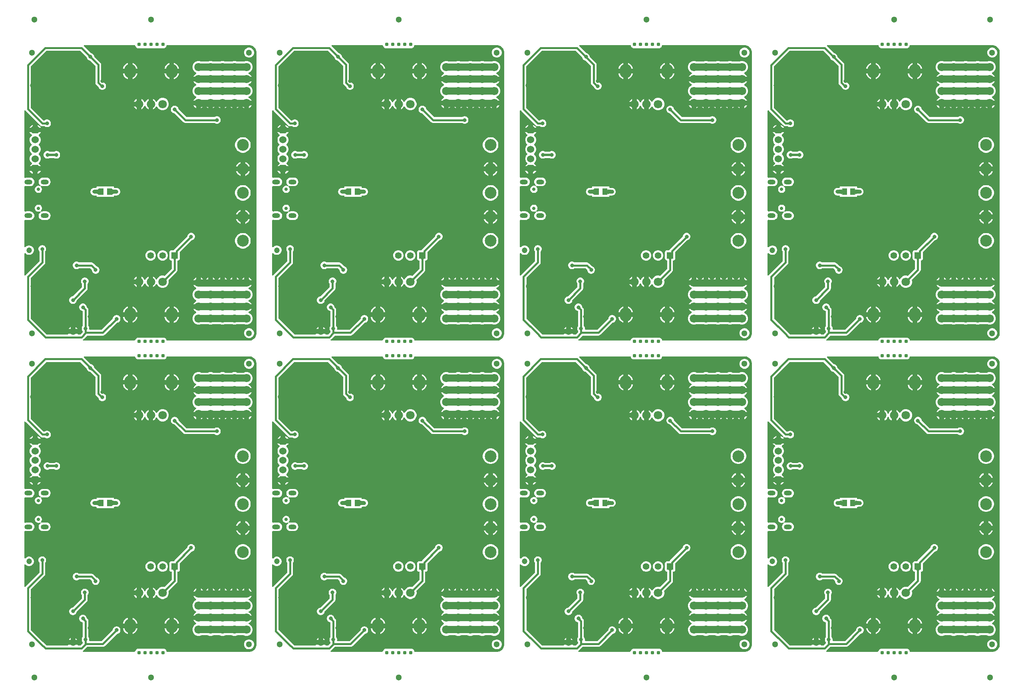
<source format=gbl>
G04*
G04 #@! TF.GenerationSoftware,Altium Limited,Altium Designer,21.9.2 (33)*
G04*
G04 Layer_Physical_Order=2*
G04 Layer_Color=16711680*
%FSLAX25Y25*%
%MOIN*%
G70*
G04*
G04 #@! TF.SameCoordinates,92FC589E-7DC0-4DB0-8F66-2D7A547C6286*
G04*
G04*
G04 #@! TF.FilePolarity,Positive*
G04*
G01*
G75*
%ADD41C,0.05906*%
%ADD42C,0.01575*%
%ADD46C,0.01968*%
%ADD48C,0.03150*%
%ADD52C,0.05118*%
G04:AMPARAMS|DCode=53|XSize=55.12mil|YSize=55.12mil|CornerRadius=1.93mil|HoleSize=0mil|Usage=FLASHONLY|Rotation=270.000|XOffset=0mil|YOffset=0mil|HoleType=Round|Shape=RoundedRectangle|*
%AMROUNDEDRECTD53*
21,1,0.05512,0.05126,0,0,270.0*
21,1,0.05126,0.05512,0,0,270.0*
1,1,0.00386,-0.02563,-0.02563*
1,1,0.00386,-0.02563,0.02563*
1,1,0.00386,0.02563,0.02563*
1,1,0.00386,0.02563,-0.02563*
%
%ADD53ROUNDEDRECTD53*%
%ADD54C,0.05512*%
%ADD55O,0.07874X0.06299*%
%ADD56C,0.06000*%
%ADD57C,0.02756*%
%ADD58O,0.06693X0.03937*%
%ADD59C,0.03100*%
%ADD60C,0.07087*%
%ADD61O,0.09843X0.11811*%
%ADD62C,0.07087*%
%ADD63C,0.04724*%
%ADD64C,0.09843*%
%ADD65C,0.05906*%
%ADD66C,0.03150*%
%ADD67R,0.04331X0.05512*%
G36*
X810884Y537524D02*
X812025Y537051D01*
X813052Y536365D01*
X813925Y535492D01*
X814611Y534465D01*
X815083Y533324D01*
X815324Y532114D01*
Y531496D01*
X815324Y297244D01*
X815324Y297244D01*
X815324Y297244D01*
X815324Y296627D01*
X815083Y295416D01*
X814611Y294275D01*
X813925Y293248D01*
X813052Y292375D01*
X812025Y291689D01*
X810884Y291216D01*
X809673Y290976D01*
X809056Y290976D01*
X809056Y290976D01*
X809056Y290976D01*
X741026D01*
X740239Y290976D01*
Y291477D01*
X740137Y291721D01*
X739855Y292403D01*
X739146Y293111D01*
X738221Y293495D01*
X716111D01*
X715185Y293111D01*
X714477Y292403D01*
X714194Y291721D01*
X714093Y291477D01*
X713306Y290976D01*
X670646D01*
X670408Y291763D01*
X670877Y292076D01*
X674030Y295229D01*
X687113D01*
X688035Y295413D01*
X688816Y295935D01*
X698879Y305997D01*
X699037D01*
X699838Y306212D01*
X700556Y306627D01*
X701143Y307213D01*
X701557Y307931D01*
X701772Y308732D01*
Y309562D01*
X701557Y310363D01*
X701143Y311081D01*
X700556Y311667D01*
X699838Y312082D01*
X699037Y312297D01*
X698208D01*
X697407Y312082D01*
X696689Y311667D01*
X696102Y311081D01*
X695687Y310363D01*
X695473Y309562D01*
Y309404D01*
X686116Y300046D01*
X676240D01*
X675760Y300671D01*
X675786Y300766D01*
Y301596D01*
X675571Y302397D01*
X675157Y303115D01*
X675031Y303241D01*
Y316748D01*
X674848Y317670D01*
X674326Y318451D01*
X673638Y319139D01*
Y319297D01*
X673423Y320098D01*
X673008Y320816D01*
X672422Y321403D01*
X671704Y321817D01*
X670903Y322032D01*
X670074D01*
X669272Y321817D01*
X668554Y321403D01*
X667968Y320816D01*
X667553Y320098D01*
X667339Y319297D01*
Y318468D01*
X667553Y317667D01*
X667968Y316949D01*
X668554Y316362D01*
X669272Y315948D01*
X670074Y315733D01*
X670214D01*
Y303213D01*
X670116Y303115D01*
X669701Y302397D01*
X669487Y301596D01*
Y300766D01*
X669701Y299965D01*
X670116Y299247D01*
X670228Y299135D01*
Y298240D01*
X668176Y296188D01*
X666369D01*
X665986Y296850D01*
X658424D01*
X658041Y296188D01*
X640289D01*
X637137Y299341D01*
X627112Y309365D01*
Y343391D01*
X638318Y354596D01*
X638840Y355378D01*
X639023Y356299D01*
Y365513D01*
X639135Y365625D01*
X639550Y366344D01*
X639764Y367145D01*
Y367974D01*
X639550Y368775D01*
X639135Y369493D01*
X638549Y370080D01*
X637830Y370494D01*
X637029Y370709D01*
X636200D01*
X635399Y370494D01*
X634681Y370080D01*
X634094Y369493D01*
X633680Y368775D01*
X633465Y367974D01*
Y367145D01*
X633680Y366344D01*
X634094Y365625D01*
X634206Y365513D01*
Y357297D01*
X623001Y346092D01*
X622479Y345310D01*
X622472Y345278D01*
X621685Y345355D01*
X621685Y363852D01*
X622327Y364078D01*
X622472Y364087D01*
X623174Y363385D01*
X624071Y362867D01*
X625073Y362598D01*
X626109D01*
X627111Y362867D01*
X628008Y363385D01*
X628741Y364118D01*
X629260Y365016D01*
X629528Y366017D01*
Y367054D01*
X629260Y368055D01*
X628741Y368953D01*
X628008Y369686D01*
X627111Y370204D01*
X626109Y370473D01*
X625073D01*
X624071Y370204D01*
X623174Y369686D01*
X622472Y368984D01*
X622327Y368993D01*
X621685Y369218D01*
X621685Y391489D01*
X622472Y392015D01*
X622697Y391922D01*
X623622Y391800D01*
X626378D01*
X627303Y391922D01*
X628165Y392279D01*
X628905Y392847D01*
X629473Y393587D01*
X629830Y394449D01*
X629952Y395374D01*
X629830Y396299D01*
X629473Y397161D01*
X628905Y397901D01*
X628165Y398469D01*
X627303Y398826D01*
X626378Y398948D01*
X623622D01*
X622697Y398826D01*
X622472Y398733D01*
X621685Y399259D01*
X621685Y419639D01*
X622472Y420165D01*
X622697Y420072D01*
X623622Y419950D01*
X626378D01*
X627303Y420072D01*
X628165Y420429D01*
X628905Y420997D01*
X629473Y421737D01*
X629830Y422599D01*
X629952Y423524D01*
X629830Y424449D01*
X629473Y425311D01*
X628905Y426051D01*
X628165Y426619D01*
X627303Y426976D01*
X626378Y427098D01*
X623622D01*
X622697Y426976D01*
X622472Y426882D01*
X621685Y427409D01*
X621685Y483238D01*
X622472Y483384D01*
X622888Y482761D01*
X634502Y471147D01*
X634817Y470832D01*
X634297Y470239D01*
X633680Y470712D01*
X632678Y471127D01*
Y468898D01*
X635369D01*
X635279Y469113D01*
X634834Y469693D01*
X634585Y470018D01*
X635071Y470631D01*
X635693Y470216D01*
X636615Y470033D01*
X638506D01*
X638618Y469921D01*
X639336Y469506D01*
X640137Y469291D01*
X640966D01*
X641767Y469506D01*
X642486Y469921D01*
X643072Y470507D01*
X643487Y471225D01*
X643701Y472026D01*
Y472856D01*
X643487Y473657D01*
X643072Y474375D01*
X642486Y474961D01*
X641767Y475376D01*
X640966Y475591D01*
X640137D01*
X639336Y475376D01*
X638618Y474961D01*
X638506Y474849D01*
X637612D01*
X627000Y485462D01*
Y520050D01*
X639974Y533025D01*
X668294D01*
X673615Y527704D01*
X673623Y527695D01*
Y527538D01*
X673837Y526737D01*
X674252Y526019D01*
X674838Y525432D01*
X675556Y525018D01*
X676357Y524803D01*
X676514D01*
X676523Y524795D01*
X680844Y520475D01*
Y506473D01*
X681027Y505551D01*
X681549Y504770D01*
X683519Y502800D01*
X683584Y502757D01*
X683695Y502343D01*
X684109Y501625D01*
X684696Y501038D01*
X685414Y500624D01*
X686215Y500409D01*
X687044D01*
X687846Y500624D01*
X688564Y501038D01*
X689150Y501625D01*
X689565Y502343D01*
X689779Y503144D01*
Y503973D01*
X689565Y504774D01*
X689150Y505492D01*
X688564Y506079D01*
X687846Y506494D01*
X687044Y506708D01*
X686423D01*
X685661Y507471D01*
Y521473D01*
X685477Y522394D01*
X684956Y523175D01*
X679922Y528209D01*
Y528367D01*
X679707Y529169D01*
X679292Y529887D01*
X678706Y530473D01*
X677988Y530888D01*
X677187Y531102D01*
X677029D01*
X671154Y536977D01*
X671333Y537602D01*
X671450Y537765D01*
X713306Y537765D01*
X714093Y537765D01*
Y537263D01*
X714194Y537019D01*
X714477Y536338D01*
X715185Y535629D01*
X716111Y535245D01*
X738221D01*
X739146Y535629D01*
X739855Y536338D01*
X740239Y537263D01*
Y537765D01*
X809056Y537765D01*
X809673Y537765D01*
X810884Y537524D01*
D02*
G37*
G36*
X604191D02*
X605332Y537051D01*
X606358Y536365D01*
X607232Y535492D01*
X607918Y534465D01*
X608390Y533324D01*
X608631Y532114D01*
Y531496D01*
X608631Y297244D01*
X608631Y297244D01*
X608631Y297244D01*
X608631Y296627D01*
X608390Y295416D01*
X607917Y294275D01*
X607232Y293248D01*
X606358Y292375D01*
X605332Y291689D01*
X604191Y291216D01*
X602980Y290976D01*
X602363Y290976D01*
X602362Y290976D01*
X602362Y290976D01*
X534333D01*
X533546Y290976D01*
Y291477D01*
X533444Y291721D01*
X533162Y292403D01*
X532453Y293111D01*
X531528Y293495D01*
X509418D01*
X508492Y293111D01*
X507784Y292403D01*
X507501Y291721D01*
X507400Y291477D01*
X506613Y290976D01*
X463953D01*
X463715Y291763D01*
X464184Y292076D01*
X467337Y295229D01*
X480420D01*
X481342Y295413D01*
X482123Y295935D01*
X492186Y305997D01*
X492344D01*
X493145Y306212D01*
X493863Y306627D01*
X494450Y307213D01*
X494864Y307931D01*
X495079Y308732D01*
Y309562D01*
X494864Y310363D01*
X494450Y311081D01*
X493863Y311667D01*
X493145Y312082D01*
X492344Y312297D01*
X491515D01*
X490714Y312082D01*
X489996Y311667D01*
X489409Y311081D01*
X488995Y310363D01*
X488780Y309562D01*
Y309404D01*
X479423Y300046D01*
X469547D01*
X469067Y300671D01*
X469093Y300766D01*
Y301596D01*
X468878Y302397D01*
X468464Y303115D01*
X468338Y303241D01*
Y316748D01*
X468155Y317670D01*
X467632Y318451D01*
X466945Y319139D01*
Y319297D01*
X466730Y320098D01*
X466315Y320816D01*
X465729Y321403D01*
X465011Y321817D01*
X464210Y322032D01*
X463380D01*
X462579Y321817D01*
X461861Y321403D01*
X461275Y320816D01*
X460860Y320098D01*
X460645Y319297D01*
Y318468D01*
X460860Y317667D01*
X461275Y316949D01*
X461861Y316362D01*
X462579Y315948D01*
X463380Y315733D01*
X463521D01*
Y303213D01*
X463423Y303115D01*
X463008Y302397D01*
X462794Y301596D01*
Y300766D01*
X463008Y299965D01*
X463423Y299247D01*
X463535Y299135D01*
Y298240D01*
X461483Y296188D01*
X459676D01*
X459293Y296850D01*
X451731D01*
X451348Y296188D01*
X433596D01*
X430443Y299341D01*
X420419Y309365D01*
Y343391D01*
X431625Y354596D01*
X432147Y355378D01*
X432330Y356299D01*
Y365513D01*
X432442Y365625D01*
X432857Y366344D01*
X433071Y367145D01*
Y367974D01*
X432857Y368775D01*
X432442Y369493D01*
X431855Y370080D01*
X431137Y370494D01*
X430336Y370709D01*
X429507D01*
X428706Y370494D01*
X427988Y370080D01*
X427401Y369493D01*
X426987Y368775D01*
X426772Y367974D01*
Y367145D01*
X426987Y366344D01*
X427401Y365625D01*
X427513Y365513D01*
Y357297D01*
X416308Y346092D01*
X415786Y345310D01*
X415779Y345278D01*
X414992Y345355D01*
X414992Y363852D01*
X415634Y364078D01*
X415779Y364087D01*
X416481Y363385D01*
X417378Y362867D01*
X418380Y362598D01*
X419416D01*
X420418Y362867D01*
X421315Y363385D01*
X422048Y364118D01*
X422567Y365016D01*
X422835Y366017D01*
Y367054D01*
X422567Y368055D01*
X422048Y368953D01*
X421315Y369686D01*
X420418Y370204D01*
X419416Y370473D01*
X418380D01*
X417378Y370204D01*
X416481Y369686D01*
X415779Y368984D01*
X415634Y368993D01*
X414992Y369218D01*
X414992Y391489D01*
X415779Y392015D01*
X416004Y391922D01*
X416929Y391800D01*
X419685D01*
X420610Y391922D01*
X421472Y392279D01*
X422212Y392847D01*
X422780Y393587D01*
X423137Y394449D01*
X423259Y395374D01*
X423137Y396299D01*
X422780Y397161D01*
X422212Y397901D01*
X421472Y398469D01*
X420610Y398826D01*
X419685Y398948D01*
X416929D01*
X416004Y398826D01*
X415779Y398733D01*
X414992Y399259D01*
X414992Y419639D01*
X415779Y420165D01*
X416004Y420072D01*
X416929Y419950D01*
X419685D01*
X420610Y420072D01*
X421472Y420429D01*
X422212Y420997D01*
X422780Y421737D01*
X423137Y422599D01*
X423259Y423524D01*
X423137Y424449D01*
X422780Y425311D01*
X422212Y426051D01*
X421472Y426619D01*
X420610Y426976D01*
X419685Y427098D01*
X416929D01*
X416004Y426976D01*
X415779Y426882D01*
X414992Y427409D01*
X414992Y483238D01*
X415779Y483384D01*
X416195Y482761D01*
X427809Y471147D01*
X428124Y470832D01*
X427604Y470239D01*
X426988Y470712D01*
X425985Y471127D01*
Y468898D01*
X428676D01*
X428586Y469113D01*
X428141Y469693D01*
X427892Y470018D01*
X428378Y470631D01*
X429000Y470216D01*
X429922Y470033D01*
X431813D01*
X431925Y469921D01*
X432643Y469506D01*
X433444Y469291D01*
X434273D01*
X435074Y469506D01*
X435792Y469921D01*
X436379Y470507D01*
X436794Y471225D01*
X437008Y472026D01*
Y472856D01*
X436794Y473657D01*
X436379Y474375D01*
X435792Y474961D01*
X435074Y475376D01*
X434273Y475591D01*
X433444D01*
X432643Y475376D01*
X431925Y474961D01*
X431813Y474849D01*
X430919D01*
X420306Y485462D01*
Y520050D01*
X433281Y533025D01*
X461601D01*
X466922Y527704D01*
X466929Y527695D01*
Y527538D01*
X467144Y526737D01*
X467559Y526019D01*
X468145Y525432D01*
X468863Y525018D01*
X469664Y524803D01*
X469821D01*
X469831Y524795D01*
X474151Y520475D01*
Y506473D01*
X474334Y505551D01*
X474856Y504770D01*
X476826Y502800D01*
X476891Y502757D01*
X477002Y502343D01*
X477417Y501625D01*
X478003Y501038D01*
X478721Y500624D01*
X479522Y500409D01*
X480351D01*
X481152Y500624D01*
X481871Y501038D01*
X482457Y501625D01*
X482872Y502343D01*
X483086Y503144D01*
Y503973D01*
X482872Y504774D01*
X482457Y505492D01*
X481871Y506079D01*
X481152Y506494D01*
X480351Y506708D01*
X479730D01*
X478968Y507471D01*
Y521473D01*
X478785Y522394D01*
X478262Y523175D01*
X473229Y528209D01*
Y528367D01*
X473014Y529169D01*
X472599Y529887D01*
X472013Y530473D01*
X471295Y530888D01*
X470494Y531102D01*
X470336D01*
X464461Y536977D01*
X464640Y537602D01*
X464757Y537765D01*
X506613Y537765D01*
X507400Y537765D01*
Y537263D01*
X507501Y537019D01*
X507784Y536338D01*
X508492Y535629D01*
X509418Y535245D01*
X531528D01*
X532453Y535629D01*
X533162Y536338D01*
X533546Y537263D01*
Y537765D01*
X602362Y537765D01*
X602980Y537765D01*
X604191Y537524D01*
D02*
G37*
G36*
X397498D02*
X398639Y537051D01*
X399665Y536365D01*
X400538Y535492D01*
X401225Y534465D01*
X401697Y533324D01*
X401938Y532114D01*
Y531496D01*
X401938Y297244D01*
X401938Y297244D01*
X401938Y297244D01*
X401938Y296627D01*
X401697Y295416D01*
X401225Y294275D01*
X400538Y293248D01*
X399665Y292375D01*
X398639Y291689D01*
X397498Y291216D01*
X396287Y290976D01*
X395670Y290976D01*
X395670Y290976D01*
X395670Y290976D01*
X327640D01*
X326853Y290976D01*
Y291477D01*
X326751Y291721D01*
X326469Y292403D01*
X325760Y293111D01*
X324834Y293495D01*
X302725D01*
X301799Y293111D01*
X301091Y292403D01*
X300808Y291721D01*
X300707Y291477D01*
X299920Y290976D01*
X257260D01*
X257022Y291763D01*
X257491Y292076D01*
X260644Y295229D01*
X273727D01*
X274649Y295413D01*
X275430Y295935D01*
X285493Y305997D01*
X285651D01*
X286452Y306212D01*
X287170Y306627D01*
X287757Y307213D01*
X288171Y307931D01*
X288386Y308732D01*
Y309562D01*
X288171Y310363D01*
X287757Y311081D01*
X287170Y311667D01*
X286452Y312082D01*
X285651Y312297D01*
X284822D01*
X284021Y312082D01*
X283302Y311667D01*
X282716Y311081D01*
X282301Y310363D01*
X282087Y309562D01*
Y309404D01*
X272730Y300046D01*
X262854D01*
X262374Y300671D01*
X262400Y300766D01*
Y301596D01*
X262185Y302397D01*
X261771Y303115D01*
X261645Y303241D01*
Y316748D01*
X261462Y317670D01*
X260940Y318451D01*
X260252Y319139D01*
Y319297D01*
X260037Y320098D01*
X259622Y320816D01*
X259036Y321403D01*
X258318Y321817D01*
X257517Y322032D01*
X256687D01*
X255886Y321817D01*
X255168Y321403D01*
X254582Y320816D01*
X254167Y320098D01*
X253953Y319297D01*
Y318468D01*
X254167Y317667D01*
X254582Y316949D01*
X255168Y316362D01*
X255886Y315948D01*
X256687Y315733D01*
X256828D01*
Y303213D01*
X256730Y303115D01*
X256315Y302397D01*
X256101Y301596D01*
Y300766D01*
X256315Y299965D01*
X256730Y299247D01*
X256842Y299135D01*
Y298240D01*
X254790Y296188D01*
X252983D01*
X252600Y296850D01*
X245038D01*
X244655Y296188D01*
X226903D01*
X223750Y299341D01*
X213726Y309365D01*
Y343391D01*
X224932Y354596D01*
X225454Y355378D01*
X225637Y356299D01*
Y365513D01*
X225749Y365625D01*
X226164Y366344D01*
X226378Y367145D01*
Y367974D01*
X226164Y368775D01*
X225749Y369493D01*
X225163Y370080D01*
X224444Y370494D01*
X223643Y370709D01*
X222814D01*
X222013Y370494D01*
X221295Y370080D01*
X220708Y369493D01*
X220294Y368775D01*
X220079Y367974D01*
Y367145D01*
X220294Y366344D01*
X220708Y365625D01*
X220820Y365513D01*
Y357297D01*
X209615Y346092D01*
X209093Y345310D01*
X209086Y345278D01*
X208299Y345355D01*
X208299Y363852D01*
X208941Y364078D01*
X209086Y364087D01*
X209788Y363385D01*
X210685Y362867D01*
X211687Y362598D01*
X212723D01*
X213725Y362867D01*
X214622Y363385D01*
X215355Y364118D01*
X215874Y365016D01*
X216142Y366017D01*
Y367054D01*
X215874Y368055D01*
X215355Y368953D01*
X214622Y369686D01*
X213725Y370204D01*
X212723Y370473D01*
X211687D01*
X210685Y370204D01*
X209788Y369686D01*
X209086Y368984D01*
X208941Y368993D01*
X208299Y369218D01*
X208299Y391489D01*
X209086Y392015D01*
X209311Y391922D01*
X210236Y391800D01*
X212992D01*
X213917Y391922D01*
X214779Y392279D01*
X215519Y392847D01*
X216087Y393587D01*
X216444Y394449D01*
X216566Y395374D01*
X216444Y396299D01*
X216087Y397161D01*
X215519Y397901D01*
X214779Y398469D01*
X213917Y398826D01*
X212992Y398948D01*
X210236D01*
X209311Y398826D01*
X209086Y398733D01*
X208299Y399259D01*
X208299Y419639D01*
X209086Y420165D01*
X209311Y420072D01*
X210236Y419950D01*
X212992D01*
X213917Y420072D01*
X214779Y420429D01*
X215519Y420997D01*
X216087Y421737D01*
X216444Y422599D01*
X216566Y423524D01*
X216444Y424449D01*
X216087Y425311D01*
X215519Y426051D01*
X214779Y426619D01*
X213917Y426976D01*
X212992Y427098D01*
X210236D01*
X209311Y426976D01*
X209086Y426882D01*
X208299Y427409D01*
X208299Y483238D01*
X209086Y483384D01*
X209502Y482761D01*
X221116Y471147D01*
X221431Y470832D01*
X220911Y470239D01*
X220294Y470712D01*
X219292Y471127D01*
Y468898D01*
X221983D01*
X221893Y469113D01*
X221448Y469693D01*
X221199Y470018D01*
X221685Y470631D01*
X222307Y470216D01*
X223229Y470033D01*
X225120D01*
X225232Y469921D01*
X225950Y469506D01*
X226751Y469291D01*
X227580D01*
X228381Y469506D01*
X229099Y469921D01*
X229686Y470507D01*
X230100Y471225D01*
X230315Y472026D01*
Y472856D01*
X230100Y473657D01*
X229686Y474375D01*
X229099Y474961D01*
X228381Y475376D01*
X227580Y475591D01*
X226751D01*
X225950Y475376D01*
X225232Y474961D01*
X225120Y474849D01*
X224226D01*
X213613Y485462D01*
Y520050D01*
X226588Y533025D01*
X254908D01*
X260228Y527704D01*
X260236Y527695D01*
Y527538D01*
X260451Y526737D01*
X260866Y526019D01*
X261452Y525432D01*
X262170Y525018D01*
X262971Y524803D01*
X263128D01*
X263138Y524795D01*
X267458Y520475D01*
Y506473D01*
X267641Y505551D01*
X268163Y504770D01*
X270133Y502800D01*
X270198Y502757D01*
X270309Y502343D01*
X270724Y501625D01*
X271310Y501038D01*
X272028Y500624D01*
X272829Y500409D01*
X273658D01*
X274460Y500624D01*
X275178Y501038D01*
X275764Y501625D01*
X276179Y502343D01*
X276393Y503144D01*
Y503973D01*
X276179Y504774D01*
X275764Y505492D01*
X275178Y506079D01*
X274460Y506494D01*
X273658Y506708D01*
X273037D01*
X272275Y507471D01*
Y521473D01*
X272092Y522394D01*
X271569Y523175D01*
X266536Y528209D01*
Y528367D01*
X266321Y529169D01*
X265906Y529887D01*
X265320Y530473D01*
X264602Y530888D01*
X263801Y531102D01*
X263643D01*
X257768Y536977D01*
X257946Y537602D01*
X258064Y537765D01*
X299920Y537765D01*
X300707Y537765D01*
Y537263D01*
X300808Y537019D01*
X301091Y536338D01*
X301799Y535629D01*
X302725Y535245D01*
X324834D01*
X325760Y535629D01*
X326469Y536338D01*
X326852Y537263D01*
Y537765D01*
X395670Y537765D01*
X396287Y537765D01*
X397498Y537524D01*
D02*
G37*
G36*
X190805D02*
X191946Y537051D01*
X192972Y536365D01*
X193845Y535492D01*
X194532Y534465D01*
X195004Y533324D01*
X195245Y532114D01*
Y531496D01*
X195245Y297244D01*
X195245Y297244D01*
X195245Y297244D01*
X195245Y296627D01*
X195004Y295416D01*
X194532Y294275D01*
X193845Y293248D01*
X192972Y292375D01*
X191946Y291689D01*
X190805Y291216D01*
X189594Y290976D01*
X188977Y290976D01*
X188977Y290976D01*
X188977Y290976D01*
X120947D01*
X120159Y290976D01*
Y291477D01*
X120058Y291721D01*
X119776Y292403D01*
X119067Y293111D01*
X118141Y293495D01*
X96032D01*
X95106Y293111D01*
X94397Y292403D01*
X94115Y291721D01*
X94014Y291477D01*
X93227Y290976D01*
X50568D01*
X50329Y291763D01*
X50798Y292076D01*
X53951Y295229D01*
X67034D01*
X67956Y295413D01*
X68737Y295935D01*
X78800Y305997D01*
X78958D01*
X79759Y306212D01*
X80477Y306627D01*
X81064Y307213D01*
X81478Y307931D01*
X81693Y308732D01*
Y309562D01*
X81478Y310363D01*
X81064Y311081D01*
X80477Y311667D01*
X79759Y312082D01*
X78958Y312297D01*
X78129D01*
X77328Y312082D01*
X76609Y311667D01*
X76023Y311081D01*
X75608Y310363D01*
X75394Y309562D01*
Y309404D01*
X66036Y300046D01*
X56161D01*
X55681Y300671D01*
X55707Y300766D01*
Y301596D01*
X55492Y302397D01*
X55078Y303115D01*
X54952Y303241D01*
Y316748D01*
X54769Y317670D01*
X54246Y318451D01*
X53559Y319139D01*
Y319297D01*
X53344Y320098D01*
X52929Y320816D01*
X52343Y321403D01*
X51625Y321817D01*
X50824Y322032D01*
X49994D01*
X49193Y321817D01*
X48475Y321403D01*
X47889Y320816D01*
X47474Y320098D01*
X47259Y319297D01*
Y318468D01*
X47474Y317667D01*
X47889Y316949D01*
X48475Y316362D01*
X49193Y315948D01*
X49994Y315733D01*
X50135D01*
Y303213D01*
X50037Y303115D01*
X49622Y302397D01*
X49408Y301596D01*
Y300766D01*
X49622Y299965D01*
X50037Y299247D01*
X50149Y299135D01*
Y298240D01*
X48097Y296188D01*
X46290D01*
X45907Y296850D01*
X38345D01*
X37962Y296188D01*
X20210D01*
X17057Y299341D01*
X7033Y309365D01*
Y343391D01*
X18239Y354596D01*
X18761Y355378D01*
X18944Y356299D01*
Y365513D01*
X19056Y365625D01*
X19470Y366344D01*
X19685Y367145D01*
Y367974D01*
X19470Y368775D01*
X19056Y369493D01*
X18469Y370080D01*
X17751Y370494D01*
X16950Y370709D01*
X16121D01*
X15320Y370494D01*
X14602Y370080D01*
X14015Y369493D01*
X13601Y368775D01*
X13386Y367974D01*
Y367145D01*
X13601Y366344D01*
X14015Y365625D01*
X14127Y365513D01*
Y357297D01*
X2922Y346092D01*
X2400Y345310D01*
X2393Y345278D01*
X1606Y345355D01*
X1606Y363852D01*
X2248Y364078D01*
X2393Y364087D01*
X3094Y363385D01*
X3992Y362867D01*
X4994Y362598D01*
X6030D01*
X7032Y362867D01*
X7929Y363385D01*
X8662Y364118D01*
X9181Y365016D01*
X9449Y366017D01*
Y367054D01*
X9181Y368055D01*
X8662Y368953D01*
X7929Y369686D01*
X7032Y370204D01*
X6030Y370473D01*
X4994D01*
X3992Y370204D01*
X3094Y369686D01*
X2393Y368984D01*
X2248Y368993D01*
X1606Y369218D01*
X1606Y391489D01*
X2393Y392015D01*
X2618Y391922D01*
X3543Y391800D01*
X6299D01*
X7224Y391922D01*
X8086Y392279D01*
X8826Y392847D01*
X9394Y393587D01*
X9751Y394449D01*
X9873Y395374D01*
X9751Y396299D01*
X9394Y397161D01*
X8826Y397901D01*
X8086Y398469D01*
X7224Y398826D01*
X6299Y398948D01*
X3543D01*
X2618Y398826D01*
X2393Y398733D01*
X1606Y399259D01*
X1606Y419639D01*
X2393Y420165D01*
X2618Y420072D01*
X3543Y419950D01*
X6299D01*
X7224Y420072D01*
X8086Y420429D01*
X8826Y420997D01*
X9394Y421737D01*
X9751Y422599D01*
X9873Y423524D01*
X9751Y424449D01*
X9394Y425311D01*
X8826Y426051D01*
X8086Y426619D01*
X7224Y426976D01*
X6299Y427098D01*
X3543D01*
X2618Y426976D01*
X2393Y426882D01*
X1606Y427409D01*
X1606Y483238D01*
X2393Y483384D01*
X2809Y482761D01*
X14423Y471147D01*
X14738Y470832D01*
X14218Y470239D01*
X13601Y470712D01*
X12598Y471127D01*
Y468898D01*
X15290D01*
X15200Y469113D01*
X14755Y469693D01*
X14506Y470018D01*
X14992Y470631D01*
X15614Y470216D01*
X16536Y470033D01*
X18427D01*
X18539Y469921D01*
X19257Y469506D01*
X20058Y469291D01*
X20887D01*
X21688Y469506D01*
X22407Y469921D01*
X22993Y470507D01*
X23407Y471225D01*
X23622Y472026D01*
Y472856D01*
X23407Y473657D01*
X22993Y474375D01*
X22407Y474961D01*
X21688Y475376D01*
X20887Y475591D01*
X20058D01*
X19257Y475376D01*
X18539Y474961D01*
X18427Y474849D01*
X17533D01*
X6920Y485462D01*
Y520050D01*
X19895Y533025D01*
X48215D01*
X53535Y527704D01*
X53543Y527695D01*
Y527538D01*
X53758Y526737D01*
X54173Y526019D01*
X54759Y525432D01*
X55477Y525018D01*
X56278Y524803D01*
X56435D01*
X56445Y524795D01*
X60765Y520475D01*
Y506473D01*
X60948Y505551D01*
X61470Y504770D01*
X63440Y502800D01*
X63505Y502757D01*
X63616Y502343D01*
X64030Y501625D01*
X64617Y501038D01*
X65335Y500624D01*
X66136Y500409D01*
X66965D01*
X67766Y500624D01*
X68485Y501038D01*
X69071Y501625D01*
X69486Y502343D01*
X69700Y503144D01*
Y503973D01*
X69486Y504774D01*
X69071Y505492D01*
X68485Y506079D01*
X67766Y506494D01*
X66965Y506708D01*
X66344D01*
X65582Y507471D01*
Y521473D01*
X65399Y522394D01*
X64876Y523175D01*
X59843Y528209D01*
Y528367D01*
X59628Y529169D01*
X59213Y529887D01*
X58627Y530473D01*
X57909Y530888D01*
X57108Y531102D01*
X56950D01*
X51075Y536977D01*
X51253Y537602D01*
X51371Y537765D01*
X93227Y537765D01*
X94014Y537765D01*
Y537263D01*
X94115Y537019D01*
X94397Y536338D01*
X95106Y535629D01*
X96032Y535245D01*
X118141D01*
X119067Y535629D01*
X119776Y536338D01*
X120159Y537263D01*
Y537765D01*
X188977Y537765D01*
X189594Y537765D01*
X190805Y537524D01*
D02*
G37*
G36*
X675937Y529919D02*
X676052Y529827D01*
X676163Y529747D01*
X676271Y529679D01*
X676375Y529624D01*
X676476Y529581D01*
X676573Y529551D01*
X676666Y529533D01*
X676756Y529528D01*
X676772Y527953D01*
X678347Y527937D01*
X678352Y527847D01*
X678370Y527753D01*
X678400Y527656D01*
X678443Y527556D01*
X678498Y527452D01*
X678566Y527344D01*
X678646Y527232D01*
X678739Y527117D01*
X678961Y526877D01*
X677848Y525764D01*
X677726Y525881D01*
X677492Y526079D01*
X677381Y526159D01*
X677273Y526227D01*
X677169Y526282D01*
X677069Y526325D01*
X676971Y526355D01*
X676878Y526373D01*
X676788Y526378D01*
X676772Y527953D01*
X675197Y527969D01*
X675192Y528058D01*
X675174Y528152D01*
X675144Y528249D01*
X675101Y528350D01*
X675046Y528454D01*
X674978Y528562D01*
X674898Y528673D01*
X674700Y528906D01*
X674583Y529029D01*
X675696Y530142D01*
X675937Y529919D01*
D02*
G37*
G36*
X469244D02*
X469359Y529827D01*
X469470Y529747D01*
X469578Y529679D01*
X469682Y529624D01*
X469783Y529581D01*
X469880Y529551D01*
X469973Y529533D01*
X470063Y529528D01*
X470079Y527953D01*
X471654Y527937D01*
X471659Y527847D01*
X471677Y527753D01*
X471707Y527656D01*
X471750Y527556D01*
X471805Y527452D01*
X471873Y527344D01*
X471953Y527232D01*
X472046Y527117D01*
X472268Y526877D01*
X471155Y525764D01*
X471033Y525881D01*
X470799Y526079D01*
X470688Y526159D01*
X470580Y526227D01*
X470476Y526282D01*
X470375Y526325D01*
X470278Y526355D01*
X470185Y526373D01*
X470095Y526378D01*
X470079Y527953D01*
X468504Y527969D01*
X468499Y528058D01*
X468481Y528152D01*
X468451Y528249D01*
X468408Y528350D01*
X468353Y528454D01*
X468285Y528562D01*
X468205Y528673D01*
X468007Y528906D01*
X467890Y529029D01*
X469003Y530142D01*
X469244Y529919D01*
D02*
G37*
G36*
X262551D02*
X262666Y529827D01*
X262777Y529747D01*
X262885Y529679D01*
X262989Y529624D01*
X263090Y529581D01*
X263187Y529551D01*
X263280Y529533D01*
X263370Y529528D01*
X263386Y527953D01*
X264961Y527937D01*
X264966Y527847D01*
X264984Y527753D01*
X265014Y527656D01*
X265057Y527556D01*
X265112Y527452D01*
X265180Y527344D01*
X265260Y527232D01*
X265353Y527117D01*
X265575Y526877D01*
X264462Y525764D01*
X264340Y525881D01*
X264106Y526079D01*
X263995Y526159D01*
X263887Y526227D01*
X263783Y526282D01*
X263682Y526325D01*
X263585Y526355D01*
X263492Y526373D01*
X263402Y526378D01*
X263386Y527953D01*
X261811Y527969D01*
X261806Y528058D01*
X261788Y528152D01*
X261758Y528249D01*
X261715Y528350D01*
X261660Y528454D01*
X261592Y528562D01*
X261512Y528673D01*
X261314Y528906D01*
X261197Y529029D01*
X262310Y530142D01*
X262551Y529919D01*
D02*
G37*
G36*
X55858D02*
X55973Y529827D01*
X56084Y529747D01*
X56192Y529679D01*
X56296Y529624D01*
X56397Y529581D01*
X56494Y529551D01*
X56587Y529533D01*
X56677Y529528D01*
X56693Y527953D01*
X58268Y527937D01*
X58273Y527847D01*
X58291Y527753D01*
X58321Y527656D01*
X58364Y527556D01*
X58419Y527452D01*
X58487Y527344D01*
X58567Y527232D01*
X58660Y527117D01*
X58882Y526877D01*
X57769Y525764D01*
X57647Y525881D01*
X57413Y526079D01*
X57302Y526159D01*
X57194Y526227D01*
X57090Y526282D01*
X56989Y526325D01*
X56892Y526355D01*
X56799Y526373D01*
X56709Y526378D01*
X56693Y527953D01*
X55118Y527969D01*
X55113Y528058D01*
X55095Y528152D01*
X55065Y528249D01*
X55022Y528350D01*
X54967Y528454D01*
X54899Y528562D01*
X54819Y528673D01*
X54621Y528906D01*
X54504Y529029D01*
X55617Y530142D01*
X55858Y529919D01*
D02*
G37*
G36*
X810884Y277681D02*
X812025Y277209D01*
X813052Y276523D01*
X813925Y275649D01*
X814611Y274623D01*
X815083Y273482D01*
X815324Y272271D01*
Y271654D01*
X815324Y37402D01*
X815324Y37402D01*
X815324Y37402D01*
X815324Y36784D01*
X815083Y35573D01*
X814611Y34432D01*
X813925Y33406D01*
X813052Y32533D01*
X812025Y31846D01*
X810884Y31374D01*
X809673Y31133D01*
X809056Y31133D01*
X809056Y31133D01*
X809056Y31133D01*
X741026D01*
X740239Y31133D01*
Y31634D01*
X740137Y31879D01*
X739855Y32560D01*
X739146Y33269D01*
X738221Y33652D01*
X716111D01*
X715185Y33269D01*
X714477Y32560D01*
X714194Y31879D01*
X714093Y31634D01*
X713306Y31133D01*
X670646D01*
X670408Y31921D01*
X670877Y32234D01*
X674030Y35387D01*
X687113D01*
X688035Y35570D01*
X688816Y36092D01*
X698879Y46155D01*
X699037D01*
X699838Y46370D01*
X700556Y46784D01*
X701143Y47371D01*
X701557Y48089D01*
X701772Y48890D01*
Y49719D01*
X701557Y50520D01*
X701143Y51239D01*
X700556Y51825D01*
X699838Y52240D01*
X699037Y52454D01*
X698208D01*
X697407Y52240D01*
X696689Y51825D01*
X696102Y51239D01*
X695687Y50520D01*
X695473Y49719D01*
Y49561D01*
X686116Y40204D01*
X676240D01*
X675760Y40828D01*
X675786Y40924D01*
Y41753D01*
X675571Y42554D01*
X675157Y43273D01*
X675031Y43398D01*
Y56906D01*
X674848Y57827D01*
X674326Y58609D01*
X673638Y59296D01*
Y59455D01*
X673423Y60256D01*
X673008Y60974D01*
X672422Y61560D01*
X671704Y61975D01*
X670903Y62190D01*
X670074D01*
X669272Y61975D01*
X668554Y61560D01*
X667968Y60974D01*
X667553Y60256D01*
X667339Y59455D01*
Y58625D01*
X667553Y57824D01*
X667968Y57106D01*
X668554Y56520D01*
X669272Y56105D01*
X670074Y55890D01*
X670214D01*
Y43371D01*
X670116Y43273D01*
X669701Y42554D01*
X669487Y41753D01*
Y40924D01*
X669701Y40123D01*
X670116Y39405D01*
X670228Y39293D01*
Y38397D01*
X668176Y36345D01*
X666369D01*
X665986Y37008D01*
X658424D01*
X658041Y36345D01*
X640289D01*
X637137Y39498D01*
X627112Y49523D01*
Y83548D01*
X638318Y94754D01*
X638840Y95535D01*
X639023Y96457D01*
Y105671D01*
X639135Y105783D01*
X639550Y106501D01*
X639764Y107302D01*
Y108131D01*
X639550Y108932D01*
X639135Y109651D01*
X638549Y110237D01*
X637830Y110652D01*
X637029Y110866D01*
X636200D01*
X635399Y110652D01*
X634681Y110237D01*
X634094Y109651D01*
X633680Y108932D01*
X633465Y108131D01*
Y107302D01*
X633680Y106501D01*
X634094Y105783D01*
X634206Y105671D01*
Y97454D01*
X623001Y86249D01*
X622479Y85468D01*
X622472Y85435D01*
X621685Y85513D01*
X621685Y104010D01*
X622327Y104236D01*
X622472Y104244D01*
X623174Y103543D01*
X624071Y103024D01*
X625073Y102756D01*
X626109D01*
X627111Y103024D01*
X628008Y103543D01*
X628741Y104276D01*
X629260Y105173D01*
X629528Y106175D01*
Y107211D01*
X629260Y108213D01*
X628741Y109110D01*
X628008Y109843D01*
X627111Y110362D01*
X626109Y110630D01*
X625073D01*
X624071Y110362D01*
X623174Y109843D01*
X622472Y109142D01*
X622327Y109150D01*
X621685Y109376D01*
X621685Y131647D01*
X622472Y132173D01*
X622697Y132079D01*
X623622Y131958D01*
X626378D01*
X627303Y132079D01*
X628165Y132437D01*
X628905Y133004D01*
X629473Y133745D01*
X629830Y134607D01*
X629952Y135531D01*
X629830Y136457D01*
X629473Y137319D01*
X628905Y138059D01*
X628165Y138627D01*
X627303Y138984D01*
X626378Y139105D01*
X623622D01*
X622697Y138984D01*
X622472Y138890D01*
X621685Y139417D01*
X621685Y159796D01*
X622472Y160322D01*
X622697Y160229D01*
X623622Y160107D01*
X626378D01*
X627303Y160229D01*
X628165Y160586D01*
X628905Y161154D01*
X629473Y161894D01*
X629830Y162756D01*
X629952Y163681D01*
X629830Y164606D01*
X629473Y165468D01*
X628905Y166208D01*
X628165Y166776D01*
X627303Y167133D01*
X626378Y167255D01*
X623622D01*
X622697Y167133D01*
X622472Y167040D01*
X621685Y167566D01*
X621685Y223396D01*
X622472Y223541D01*
X622888Y222919D01*
X634502Y211305D01*
X634817Y210990D01*
X634297Y210397D01*
X633680Y210870D01*
X632678Y211285D01*
Y209055D01*
X635369D01*
X635279Y209271D01*
X634834Y209851D01*
X634585Y210175D01*
X635071Y210789D01*
X635693Y210373D01*
X636615Y210190D01*
X638506D01*
X638618Y210078D01*
X639336Y209664D01*
X640137Y209449D01*
X640966D01*
X641767Y209664D01*
X642486Y210078D01*
X643072Y210665D01*
X643487Y211383D01*
X643701Y212184D01*
Y213013D01*
X643487Y213814D01*
X643072Y214532D01*
X642486Y215119D01*
X641767Y215533D01*
X640966Y215748D01*
X640137D01*
X639336Y215533D01*
X638618Y215119D01*
X638506Y215007D01*
X637612D01*
X627000Y225620D01*
Y260207D01*
X639974Y273182D01*
X668294D01*
X673615Y267862D01*
X673623Y267852D01*
Y267696D01*
X673837Y266895D01*
X674252Y266176D01*
X674838Y265590D01*
X675556Y265175D01*
X676357Y264961D01*
X676514D01*
X676523Y264953D01*
X680844Y260632D01*
Y246630D01*
X681027Y245709D01*
X681549Y244927D01*
X683519Y242958D01*
X683584Y242914D01*
X683695Y242500D01*
X684109Y241782D01*
X684696Y241196D01*
X685414Y240781D01*
X686215Y240566D01*
X687044D01*
X687846Y240781D01*
X688564Y241196D01*
X689150Y241782D01*
X689565Y242500D01*
X689779Y243301D01*
Y244131D01*
X689565Y244932D01*
X689150Y245650D01*
X688564Y246236D01*
X687846Y246651D01*
X687044Y246866D01*
X686423D01*
X685661Y247628D01*
Y261630D01*
X685477Y262552D01*
X684956Y263333D01*
X679922Y268367D01*
Y268525D01*
X679707Y269326D01*
X679292Y270044D01*
X678706Y270631D01*
X677988Y271045D01*
X677187Y271260D01*
X677029D01*
X671154Y277135D01*
X671333Y277760D01*
X671450Y277922D01*
X713306Y277922D01*
X714093Y277922D01*
Y277421D01*
X714194Y277176D01*
X714477Y276495D01*
X715185Y275786D01*
X716111Y275403D01*
X738221D01*
X739146Y275786D01*
X739855Y276495D01*
X740239Y277421D01*
Y277922D01*
X809056Y277922D01*
X809673Y277922D01*
X810884Y277681D01*
D02*
G37*
G36*
X604191D02*
X605332Y277209D01*
X606358Y276523D01*
X607232Y275649D01*
X607918Y274623D01*
X608390Y273482D01*
X608631Y272271D01*
Y271654D01*
X608631Y37402D01*
X608631Y37402D01*
X608631Y37402D01*
X608631Y36784D01*
X608390Y35573D01*
X607917Y34432D01*
X607232Y33406D01*
X606358Y32533D01*
X605332Y31846D01*
X604191Y31374D01*
X602980Y31133D01*
X602363Y31133D01*
X602362Y31133D01*
X602362Y31133D01*
X534333D01*
X533546Y31133D01*
Y31634D01*
X533444Y31879D01*
X533162Y32560D01*
X532453Y33269D01*
X531528Y33652D01*
X509418D01*
X508492Y33269D01*
X507784Y32560D01*
X507501Y31879D01*
X507400Y31634D01*
X506613Y31133D01*
X463953D01*
X463715Y31921D01*
X464184Y32234D01*
X467337Y35387D01*
X480420D01*
X481342Y35570D01*
X482123Y36092D01*
X492186Y46155D01*
X492344D01*
X493145Y46370D01*
X493863Y46784D01*
X494450Y47371D01*
X494864Y48089D01*
X495079Y48890D01*
Y49719D01*
X494864Y50520D01*
X494450Y51239D01*
X493863Y51825D01*
X493145Y52240D01*
X492344Y52454D01*
X491515D01*
X490714Y52240D01*
X489996Y51825D01*
X489409Y51239D01*
X488995Y50520D01*
X488780Y49719D01*
Y49561D01*
X479423Y40204D01*
X469547D01*
X469067Y40828D01*
X469093Y40924D01*
Y41753D01*
X468878Y42554D01*
X468464Y43273D01*
X468338Y43398D01*
Y56906D01*
X468155Y57827D01*
X467632Y58609D01*
X466945Y59296D01*
Y59455D01*
X466730Y60256D01*
X466315Y60974D01*
X465729Y61560D01*
X465011Y61975D01*
X464210Y62190D01*
X463380D01*
X462579Y61975D01*
X461861Y61560D01*
X461275Y60974D01*
X460860Y60256D01*
X460645Y59455D01*
Y58625D01*
X460860Y57824D01*
X461275Y57106D01*
X461861Y56520D01*
X462579Y56105D01*
X463380Y55890D01*
X463521D01*
Y43371D01*
X463423Y43273D01*
X463008Y42554D01*
X462794Y41753D01*
Y40924D01*
X463008Y40123D01*
X463423Y39405D01*
X463535Y39293D01*
Y38397D01*
X461483Y36345D01*
X459676D01*
X459293Y37008D01*
X451731D01*
X451348Y36345D01*
X433596D01*
X430443Y39498D01*
X420419Y49523D01*
Y83548D01*
X431625Y94754D01*
X432147Y95535D01*
X432330Y96457D01*
Y105671D01*
X432442Y105783D01*
X432857Y106501D01*
X433071Y107302D01*
Y108131D01*
X432857Y108932D01*
X432442Y109651D01*
X431855Y110237D01*
X431137Y110652D01*
X430336Y110866D01*
X429507D01*
X428706Y110652D01*
X427988Y110237D01*
X427401Y109651D01*
X426987Y108932D01*
X426772Y108131D01*
Y107302D01*
X426987Y106501D01*
X427401Y105783D01*
X427513Y105671D01*
Y97454D01*
X416308Y86249D01*
X415786Y85468D01*
X415779Y85435D01*
X414992Y85513D01*
X414992Y104010D01*
X415634Y104236D01*
X415779Y104244D01*
X416481Y103543D01*
X417378Y103024D01*
X418380Y102756D01*
X419416D01*
X420418Y103024D01*
X421315Y103543D01*
X422048Y104276D01*
X422567Y105173D01*
X422835Y106175D01*
Y107211D01*
X422567Y108213D01*
X422048Y109110D01*
X421315Y109843D01*
X420418Y110362D01*
X419416Y110630D01*
X418380D01*
X417378Y110362D01*
X416481Y109843D01*
X415779Y109142D01*
X415634Y109150D01*
X414992Y109376D01*
X414992Y131647D01*
X415779Y132173D01*
X416004Y132079D01*
X416929Y131958D01*
X419685D01*
X420610Y132079D01*
X421472Y132437D01*
X422212Y133004D01*
X422780Y133745D01*
X423137Y134607D01*
X423259Y135531D01*
X423137Y136457D01*
X422780Y137319D01*
X422212Y138059D01*
X421472Y138627D01*
X420610Y138984D01*
X419685Y139105D01*
X416929D01*
X416004Y138984D01*
X415779Y138890D01*
X414992Y139417D01*
X414992Y159796D01*
X415779Y160322D01*
X416004Y160229D01*
X416929Y160107D01*
X419685D01*
X420610Y160229D01*
X421472Y160586D01*
X422212Y161154D01*
X422780Y161894D01*
X423137Y162756D01*
X423259Y163681D01*
X423137Y164606D01*
X422780Y165468D01*
X422212Y166208D01*
X421472Y166776D01*
X420610Y167133D01*
X419685Y167255D01*
X416929D01*
X416004Y167133D01*
X415779Y167040D01*
X414992Y167566D01*
X414992Y223396D01*
X415779Y223541D01*
X416195Y222919D01*
X427809Y211305D01*
X428124Y210990D01*
X427604Y210397D01*
X426988Y210870D01*
X425985Y211285D01*
Y209055D01*
X428676D01*
X428586Y209271D01*
X428141Y209851D01*
X427892Y210175D01*
X428378Y210789D01*
X429000Y210373D01*
X429922Y210190D01*
X431813D01*
X431925Y210078D01*
X432643Y209664D01*
X433444Y209449D01*
X434273D01*
X435074Y209664D01*
X435792Y210078D01*
X436379Y210665D01*
X436794Y211383D01*
X437008Y212184D01*
Y213013D01*
X436794Y213814D01*
X436379Y214532D01*
X435792Y215119D01*
X435074Y215533D01*
X434273Y215748D01*
X433444D01*
X432643Y215533D01*
X431925Y215119D01*
X431813Y215007D01*
X430919D01*
X420306Y225620D01*
Y260207D01*
X433281Y273182D01*
X461601D01*
X466922Y267862D01*
X466929Y267852D01*
Y267696D01*
X467144Y266895D01*
X467559Y266176D01*
X468145Y265590D01*
X468863Y265175D01*
X469664Y264961D01*
X469821D01*
X469831Y264953D01*
X474151Y260632D01*
Y246630D01*
X474334Y245709D01*
X474856Y244927D01*
X476826Y242958D01*
X476891Y242914D01*
X477002Y242500D01*
X477417Y241782D01*
X478003Y241196D01*
X478721Y240781D01*
X479522Y240566D01*
X480351D01*
X481152Y240781D01*
X481871Y241196D01*
X482457Y241782D01*
X482872Y242500D01*
X483086Y243301D01*
Y244131D01*
X482872Y244932D01*
X482457Y245650D01*
X481871Y246236D01*
X481152Y246651D01*
X480351Y246866D01*
X479730D01*
X478968Y247628D01*
Y261630D01*
X478785Y262552D01*
X478262Y263333D01*
X473229Y268367D01*
Y268525D01*
X473014Y269326D01*
X472599Y270044D01*
X472013Y270631D01*
X471295Y271045D01*
X470494Y271260D01*
X470336D01*
X464461Y277135D01*
X464640Y277760D01*
X464757Y277922D01*
X506613Y277922D01*
X507400Y277922D01*
Y277421D01*
X507501Y277176D01*
X507784Y276495D01*
X508492Y275786D01*
X509418Y275403D01*
X531528D01*
X532453Y275786D01*
X533162Y276495D01*
X533546Y277421D01*
Y277922D01*
X602362Y277922D01*
X602980Y277922D01*
X604191Y277681D01*
D02*
G37*
G36*
X397498D02*
X398639Y277209D01*
X399665Y276523D01*
X400538Y275649D01*
X401225Y274623D01*
X401697Y273482D01*
X401938Y272271D01*
Y271654D01*
X401938Y37402D01*
X401938Y37402D01*
X401938Y37402D01*
X401938Y36784D01*
X401697Y35573D01*
X401225Y34432D01*
X400538Y33406D01*
X399665Y32533D01*
X398639Y31846D01*
X397498Y31374D01*
X396287Y31133D01*
X395670Y31133D01*
X395670Y31133D01*
X395670Y31133D01*
X327640D01*
X326853Y31133D01*
Y31634D01*
X326751Y31879D01*
X326469Y32560D01*
X325760Y33269D01*
X324834Y33652D01*
X302725D01*
X301799Y33269D01*
X301091Y32560D01*
X300808Y31879D01*
X300707Y31634D01*
X299920Y31133D01*
X257260D01*
X257022Y31921D01*
X257491Y32234D01*
X260644Y35387D01*
X273727D01*
X274649Y35570D01*
X275430Y36092D01*
X285493Y46155D01*
X285651D01*
X286452Y46370D01*
X287170Y46784D01*
X287757Y47371D01*
X288171Y48089D01*
X288386Y48890D01*
Y49719D01*
X288171Y50520D01*
X287757Y51239D01*
X287170Y51825D01*
X286452Y52240D01*
X285651Y52454D01*
X284822D01*
X284021Y52240D01*
X283302Y51825D01*
X282716Y51239D01*
X282301Y50520D01*
X282087Y49719D01*
Y49561D01*
X272730Y40204D01*
X262854D01*
X262374Y40828D01*
X262400Y40924D01*
Y41753D01*
X262185Y42554D01*
X261771Y43273D01*
X261645Y43398D01*
Y56906D01*
X261462Y57827D01*
X260940Y58609D01*
X260252Y59296D01*
Y59455D01*
X260037Y60256D01*
X259622Y60974D01*
X259036Y61560D01*
X258318Y61975D01*
X257517Y62190D01*
X256687D01*
X255886Y61975D01*
X255168Y61560D01*
X254582Y60974D01*
X254167Y60256D01*
X253953Y59455D01*
Y58625D01*
X254167Y57824D01*
X254582Y57106D01*
X255168Y56520D01*
X255886Y56105D01*
X256687Y55890D01*
X256828D01*
Y43371D01*
X256730Y43273D01*
X256315Y42554D01*
X256101Y41753D01*
Y40924D01*
X256315Y40123D01*
X256730Y39405D01*
X256842Y39293D01*
Y38397D01*
X254790Y36345D01*
X252983D01*
X252600Y37008D01*
X245038D01*
X244655Y36345D01*
X226903D01*
X223750Y39498D01*
X213726Y49523D01*
Y83548D01*
X224932Y94754D01*
X225454Y95535D01*
X225637Y96457D01*
Y105671D01*
X225749Y105783D01*
X226164Y106501D01*
X226378Y107302D01*
Y108131D01*
X226164Y108932D01*
X225749Y109651D01*
X225163Y110237D01*
X224444Y110652D01*
X223643Y110866D01*
X222814D01*
X222013Y110652D01*
X221295Y110237D01*
X220708Y109651D01*
X220294Y108932D01*
X220079Y108131D01*
Y107302D01*
X220294Y106501D01*
X220708Y105783D01*
X220820Y105671D01*
Y97454D01*
X209615Y86249D01*
X209093Y85468D01*
X209086Y85435D01*
X208299Y85513D01*
X208299Y104010D01*
X208941Y104236D01*
X209086Y104244D01*
X209788Y103543D01*
X210685Y103024D01*
X211687Y102756D01*
X212723D01*
X213725Y103024D01*
X214622Y103543D01*
X215355Y104276D01*
X215874Y105173D01*
X216142Y106175D01*
Y107211D01*
X215874Y108213D01*
X215355Y109110D01*
X214622Y109843D01*
X213725Y110362D01*
X212723Y110630D01*
X211687D01*
X210685Y110362D01*
X209788Y109843D01*
X209086Y109142D01*
X208941Y109150D01*
X208299Y109376D01*
X208299Y131647D01*
X209086Y132173D01*
X209311Y132079D01*
X210236Y131958D01*
X212992D01*
X213917Y132079D01*
X214779Y132437D01*
X215519Y133004D01*
X216087Y133745D01*
X216444Y134607D01*
X216566Y135531D01*
X216444Y136457D01*
X216087Y137319D01*
X215519Y138059D01*
X214779Y138627D01*
X213917Y138984D01*
X212992Y139105D01*
X210236D01*
X209311Y138984D01*
X209086Y138890D01*
X208299Y139417D01*
X208299Y159796D01*
X209086Y160322D01*
X209311Y160229D01*
X210236Y160107D01*
X212992D01*
X213917Y160229D01*
X214779Y160586D01*
X215519Y161154D01*
X216087Y161894D01*
X216444Y162756D01*
X216566Y163681D01*
X216444Y164606D01*
X216087Y165468D01*
X215519Y166208D01*
X214779Y166776D01*
X213917Y167133D01*
X212992Y167255D01*
X210236D01*
X209311Y167133D01*
X209086Y167040D01*
X208299Y167566D01*
X208299Y223396D01*
X209086Y223541D01*
X209502Y222919D01*
X221116Y211305D01*
X221431Y210990D01*
X220911Y210397D01*
X220294Y210870D01*
X219292Y211285D01*
Y209055D01*
X221983D01*
X221893Y209271D01*
X221448Y209851D01*
X221199Y210175D01*
X221685Y210789D01*
X222307Y210373D01*
X223229Y210190D01*
X225120D01*
X225232Y210078D01*
X225950Y209664D01*
X226751Y209449D01*
X227580D01*
X228381Y209664D01*
X229099Y210078D01*
X229686Y210665D01*
X230100Y211383D01*
X230315Y212184D01*
Y213013D01*
X230100Y213814D01*
X229686Y214532D01*
X229099Y215119D01*
X228381Y215533D01*
X227580Y215748D01*
X226751D01*
X225950Y215533D01*
X225232Y215119D01*
X225120Y215007D01*
X224226D01*
X213613Y225620D01*
Y260207D01*
X226588Y273182D01*
X254908D01*
X260228Y267862D01*
X260236Y267852D01*
Y267696D01*
X260451Y266895D01*
X260866Y266176D01*
X261452Y265590D01*
X262170Y265175D01*
X262971Y264961D01*
X263128D01*
X263138Y264953D01*
X267458Y260632D01*
Y246630D01*
X267641Y245709D01*
X268163Y244927D01*
X270133Y242958D01*
X270198Y242914D01*
X270309Y242500D01*
X270724Y241782D01*
X271310Y241196D01*
X272028Y240781D01*
X272829Y240566D01*
X273658D01*
X274460Y240781D01*
X275178Y241196D01*
X275764Y241782D01*
X276179Y242500D01*
X276393Y243301D01*
Y244131D01*
X276179Y244932D01*
X275764Y245650D01*
X275178Y246236D01*
X274460Y246651D01*
X273658Y246866D01*
X273037D01*
X272275Y247628D01*
Y261630D01*
X272092Y262552D01*
X271569Y263333D01*
X266536Y268367D01*
Y268525D01*
X266321Y269326D01*
X265906Y270044D01*
X265320Y270631D01*
X264602Y271045D01*
X263801Y271260D01*
X263643D01*
X257768Y277135D01*
X257946Y277760D01*
X258064Y277922D01*
X299920Y277922D01*
X300707Y277922D01*
Y277421D01*
X300808Y277176D01*
X301091Y276495D01*
X301799Y275786D01*
X302725Y275403D01*
X324834D01*
X325760Y275786D01*
X326469Y276495D01*
X326852Y277421D01*
Y277922D01*
X395670Y277922D01*
X396287Y277922D01*
X397498Y277681D01*
D02*
G37*
G36*
X190805D02*
X191946Y277209D01*
X192972Y276523D01*
X193845Y275649D01*
X194532Y274623D01*
X195004Y273482D01*
X195245Y272271D01*
Y271654D01*
X195245Y37402D01*
X195245Y37402D01*
X195245Y37402D01*
X195245Y36784D01*
X195004Y35573D01*
X194532Y34432D01*
X193845Y33406D01*
X192972Y32533D01*
X191946Y31846D01*
X190805Y31374D01*
X189594Y31133D01*
X188977Y31133D01*
X188977Y31133D01*
X188977Y31133D01*
X120947D01*
X120159Y31133D01*
Y31634D01*
X120058Y31879D01*
X119776Y32560D01*
X119067Y33269D01*
X118141Y33652D01*
X96032D01*
X95106Y33269D01*
X94397Y32560D01*
X94115Y31879D01*
X94014Y31634D01*
X93227Y31133D01*
X50568D01*
X50329Y31921D01*
X50798Y32234D01*
X53951Y35387D01*
X67034D01*
X67956Y35570D01*
X68737Y36092D01*
X78800Y46155D01*
X78958D01*
X79759Y46370D01*
X80477Y46784D01*
X81064Y47371D01*
X81478Y48089D01*
X81693Y48890D01*
Y49719D01*
X81478Y50520D01*
X81064Y51239D01*
X80477Y51825D01*
X79759Y52240D01*
X78958Y52454D01*
X78129D01*
X77328Y52240D01*
X76609Y51825D01*
X76023Y51239D01*
X75608Y50520D01*
X75394Y49719D01*
Y49561D01*
X66036Y40204D01*
X56161D01*
X55681Y40828D01*
X55707Y40924D01*
Y41753D01*
X55492Y42554D01*
X55078Y43273D01*
X54952Y43398D01*
Y56906D01*
X54769Y57827D01*
X54246Y58609D01*
X53559Y59296D01*
Y59455D01*
X53344Y60256D01*
X52929Y60974D01*
X52343Y61560D01*
X51625Y61975D01*
X50824Y62190D01*
X49994D01*
X49193Y61975D01*
X48475Y61560D01*
X47889Y60974D01*
X47474Y60256D01*
X47259Y59455D01*
Y58625D01*
X47474Y57824D01*
X47889Y57106D01*
X48475Y56520D01*
X49193Y56105D01*
X49994Y55890D01*
X50135D01*
Y43371D01*
X50037Y43273D01*
X49622Y42554D01*
X49408Y41753D01*
Y40924D01*
X49622Y40123D01*
X50037Y39405D01*
X50149Y39293D01*
Y38397D01*
X48097Y36345D01*
X46290D01*
X45907Y37008D01*
X38345D01*
X37962Y36345D01*
X20210D01*
X17057Y39498D01*
X7033Y49523D01*
Y83548D01*
X18239Y94754D01*
X18761Y95535D01*
X18944Y96457D01*
Y105671D01*
X19056Y105783D01*
X19470Y106501D01*
X19685Y107302D01*
Y108131D01*
X19470Y108932D01*
X19056Y109651D01*
X18469Y110237D01*
X17751Y110652D01*
X16950Y110866D01*
X16121D01*
X15320Y110652D01*
X14602Y110237D01*
X14015Y109651D01*
X13601Y108932D01*
X13386Y108131D01*
Y107302D01*
X13601Y106501D01*
X14015Y105783D01*
X14127Y105671D01*
Y97454D01*
X2922Y86249D01*
X2400Y85468D01*
X2393Y85435D01*
X1606Y85513D01*
X1606Y104010D01*
X2248Y104236D01*
X2393Y104244D01*
X3094Y103543D01*
X3992Y103024D01*
X4994Y102756D01*
X6030D01*
X7032Y103024D01*
X7929Y103543D01*
X8662Y104276D01*
X9181Y105173D01*
X9449Y106175D01*
Y107211D01*
X9181Y108213D01*
X8662Y109110D01*
X7929Y109843D01*
X7032Y110362D01*
X6030Y110630D01*
X4994D01*
X3992Y110362D01*
X3094Y109843D01*
X2393Y109142D01*
X2248Y109150D01*
X1606Y109376D01*
X1606Y131647D01*
X2393Y132173D01*
X2618Y132079D01*
X3543Y131958D01*
X6299D01*
X7224Y132079D01*
X8086Y132437D01*
X8826Y133004D01*
X9394Y133745D01*
X9751Y134607D01*
X9873Y135531D01*
X9751Y136457D01*
X9394Y137319D01*
X8826Y138059D01*
X8086Y138627D01*
X7224Y138984D01*
X6299Y139105D01*
X3543D01*
X2618Y138984D01*
X2393Y138890D01*
X1606Y139417D01*
X1606Y159796D01*
X2393Y160322D01*
X2618Y160229D01*
X3543Y160107D01*
X6299D01*
X7224Y160229D01*
X8086Y160586D01*
X8826Y161154D01*
X9394Y161894D01*
X9751Y162756D01*
X9873Y163681D01*
X9751Y164606D01*
X9394Y165468D01*
X8826Y166208D01*
X8086Y166776D01*
X7224Y167133D01*
X6299Y167255D01*
X3543D01*
X2618Y167133D01*
X2393Y167040D01*
X1606Y167566D01*
X1606Y223396D01*
X2393Y223541D01*
X2809Y222919D01*
X14423Y211305D01*
X14738Y210990D01*
X14218Y210397D01*
X13601Y210870D01*
X12598Y211285D01*
Y209055D01*
X15290D01*
X15200Y209271D01*
X14755Y209851D01*
X14506Y210175D01*
X14992Y210789D01*
X15614Y210373D01*
X16536Y210190D01*
X18427D01*
X18539Y210078D01*
X19257Y209664D01*
X20058Y209449D01*
X20887D01*
X21688Y209664D01*
X22407Y210078D01*
X22993Y210665D01*
X23407Y211383D01*
X23622Y212184D01*
Y213013D01*
X23407Y213814D01*
X22993Y214532D01*
X22407Y215119D01*
X21688Y215533D01*
X20887Y215748D01*
X20058D01*
X19257Y215533D01*
X18539Y215119D01*
X18427Y215007D01*
X17533D01*
X6920Y225620D01*
Y260207D01*
X19895Y273182D01*
X48215D01*
X53535Y267862D01*
X53543Y267852D01*
Y267696D01*
X53758Y266895D01*
X54173Y266176D01*
X54759Y265590D01*
X55477Y265175D01*
X56278Y264961D01*
X56435D01*
X56445Y264953D01*
X60765Y260632D01*
Y246630D01*
X60948Y245709D01*
X61470Y244927D01*
X63440Y242958D01*
X63505Y242914D01*
X63616Y242500D01*
X64030Y241782D01*
X64617Y241196D01*
X65335Y240781D01*
X66136Y240566D01*
X66965D01*
X67766Y240781D01*
X68485Y241196D01*
X69071Y241782D01*
X69486Y242500D01*
X69700Y243301D01*
Y244131D01*
X69486Y244932D01*
X69071Y245650D01*
X68485Y246236D01*
X67766Y246651D01*
X66965Y246866D01*
X66344D01*
X65582Y247628D01*
Y261630D01*
X65399Y262552D01*
X64876Y263333D01*
X59843Y268367D01*
Y268525D01*
X59628Y269326D01*
X59213Y270044D01*
X58627Y270631D01*
X57909Y271045D01*
X57108Y271260D01*
X56950D01*
X51075Y277135D01*
X51253Y277760D01*
X51371Y277922D01*
X93227Y277922D01*
X94014Y277922D01*
Y277421D01*
X94115Y277176D01*
X94397Y276495D01*
X95106Y275786D01*
X96032Y275403D01*
X118141D01*
X119067Y275786D01*
X119776Y276495D01*
X120159Y277421D01*
Y277922D01*
X188977Y277922D01*
X189594Y277922D01*
X190805Y277681D01*
D02*
G37*
G36*
X675937Y270077D02*
X676052Y269984D01*
X676163Y269904D01*
X676271Y269836D01*
X676375Y269781D01*
X676476Y269738D01*
X676573Y269708D01*
X676666Y269690D01*
X676756Y269685D01*
X676772Y268110D01*
X678347Y268094D01*
X678352Y268004D01*
X678370Y267911D01*
X678400Y267814D01*
X678443Y267713D01*
X678498Y267609D01*
X678566Y267501D01*
X678646Y267390D01*
X678739Y267275D01*
X678961Y267035D01*
X677848Y265921D01*
X677726Y266038D01*
X677492Y266236D01*
X677381Y266316D01*
X677273Y266384D01*
X677169Y266439D01*
X677069Y266482D01*
X676971Y266512D01*
X676878Y266530D01*
X676788Y266535D01*
X676772Y268110D01*
X675197Y268126D01*
X675192Y268216D01*
X675174Y268309D01*
X675144Y268407D01*
X675101Y268507D01*
X675046Y268612D01*
X674978Y268719D01*
X674898Y268831D01*
X674700Y269064D01*
X674583Y269186D01*
X675696Y270300D01*
X675937Y270077D01*
D02*
G37*
G36*
X469244D02*
X469359Y269984D01*
X469470Y269904D01*
X469578Y269836D01*
X469682Y269781D01*
X469783Y269738D01*
X469880Y269708D01*
X469973Y269690D01*
X470063Y269685D01*
X470079Y268110D01*
X471654Y268094D01*
X471659Y268004D01*
X471677Y267911D01*
X471707Y267814D01*
X471750Y267713D01*
X471805Y267609D01*
X471873Y267501D01*
X471953Y267390D01*
X472046Y267275D01*
X472268Y267035D01*
X471155Y265921D01*
X471033Y266038D01*
X470799Y266236D01*
X470688Y266316D01*
X470580Y266384D01*
X470476Y266439D01*
X470375Y266482D01*
X470278Y266512D01*
X470185Y266530D01*
X470095Y266535D01*
X470079Y268110D01*
X468504Y268126D01*
X468499Y268216D01*
X468481Y268309D01*
X468451Y268407D01*
X468408Y268507D01*
X468353Y268612D01*
X468285Y268719D01*
X468205Y268831D01*
X468007Y269064D01*
X467890Y269186D01*
X469003Y270300D01*
X469244Y270077D01*
D02*
G37*
G36*
X262551D02*
X262666Y269984D01*
X262777Y269904D01*
X262885Y269836D01*
X262989Y269781D01*
X263090Y269738D01*
X263187Y269708D01*
X263280Y269690D01*
X263370Y269685D01*
X263386Y268110D01*
X264961Y268094D01*
X264966Y268004D01*
X264984Y267911D01*
X265014Y267814D01*
X265057Y267713D01*
X265112Y267609D01*
X265180Y267501D01*
X265260Y267390D01*
X265353Y267275D01*
X265575Y267035D01*
X264462Y265921D01*
X264340Y266038D01*
X264106Y266236D01*
X263995Y266316D01*
X263887Y266384D01*
X263783Y266439D01*
X263682Y266482D01*
X263585Y266512D01*
X263492Y266530D01*
X263402Y266535D01*
X263386Y268110D01*
X261811Y268126D01*
X261806Y268216D01*
X261788Y268309D01*
X261758Y268407D01*
X261715Y268507D01*
X261660Y268612D01*
X261592Y268719D01*
X261512Y268831D01*
X261314Y269064D01*
X261197Y269186D01*
X262310Y270300D01*
X262551Y270077D01*
D02*
G37*
G36*
X55858D02*
X55973Y269984D01*
X56084Y269904D01*
X56192Y269836D01*
X56296Y269781D01*
X56397Y269738D01*
X56494Y269708D01*
X56587Y269690D01*
X56677Y269685D01*
X56693Y268110D01*
X58268Y268094D01*
X58273Y268004D01*
X58291Y267911D01*
X58321Y267814D01*
X58364Y267713D01*
X58419Y267609D01*
X58487Y267501D01*
X58567Y267390D01*
X58660Y267275D01*
X58882Y267035D01*
X57769Y265921D01*
X57647Y266038D01*
X57413Y266236D01*
X57302Y266316D01*
X57194Y266384D01*
X57090Y266439D01*
X56989Y266482D01*
X56892Y266512D01*
X56799Y266530D01*
X56709Y266535D01*
X56693Y268110D01*
X55118Y268126D01*
X55113Y268216D01*
X55095Y268309D01*
X55065Y268407D01*
X55022Y268507D01*
X54967Y268612D01*
X54899Y268719D01*
X54819Y268831D01*
X54621Y269064D01*
X54504Y269186D01*
X55617Y270300D01*
X55858Y270077D01*
D02*
G37*
%LPC*%
G36*
X809600Y535630D02*
X808511D01*
X807460Y535348D01*
X806517Y534804D01*
X805748Y534034D01*
X805203Y533092D01*
X804922Y532040D01*
Y530952D01*
X805203Y529901D01*
X805748Y528958D01*
X806517Y528188D01*
X807460Y527644D01*
X808511Y527362D01*
X809600D01*
X810651Y527644D01*
X811594Y528188D01*
X812364Y528958D01*
X812908Y529901D01*
X813189Y530952D01*
Y532040D01*
X812908Y533092D01*
X812364Y534034D01*
X811594Y534804D01*
X810651Y535348D01*
X809600Y535630D01*
D02*
G37*
G36*
X807603Y524567D02*
X806256D01*
X804954Y524218D01*
X804603Y524015D01*
X799256D01*
X798905Y524218D01*
X797603Y524567D01*
X796256D01*
X794954Y524218D01*
X794603Y524015D01*
X789256D01*
X788905Y524218D01*
X787603Y524567D01*
X786256D01*
X784954Y524218D01*
X784603Y524015D01*
X779256D01*
X778905Y524218D01*
X777603Y524567D01*
X776256D01*
X774954Y524218D01*
X774603Y524015D01*
X769256D01*
X768905Y524218D01*
X767603Y524567D01*
X766256D01*
X764954Y524218D01*
X763787Y523544D01*
X762834Y522591D01*
X762160Y521424D01*
X761811Y520123D01*
Y518775D01*
X762160Y517473D01*
X762834Y516306D01*
X763787Y515353D01*
X764954Y514679D01*
X765054Y514653D01*
X765099Y513953D01*
X765073Y513832D01*
X764029Y513229D01*
X763149Y512350D01*
X762611Y511417D01*
X766929D01*
Y507480D01*
X762611D01*
X763149Y506548D01*
X764029Y505668D01*
X765073Y505065D01*
X765099Y504945D01*
X765054Y504245D01*
X764954Y504218D01*
X763787Y503544D01*
X762834Y502591D01*
X762160Y501424D01*
X761811Y500123D01*
Y498775D01*
X762160Y497473D01*
X762834Y496306D01*
X763787Y495353D01*
X764954Y494679D01*
X765054Y494653D01*
X765099Y493953D01*
X765073Y493832D01*
X764029Y493229D01*
X763149Y492350D01*
X762611Y491417D01*
X766929D01*
Y489449D01*
X768898D01*
Y485130D01*
X769830Y485668D01*
X770710Y486548D01*
X771332Y487625D01*
X771522Y488334D01*
X772337D01*
X772527Y487625D01*
X773149Y486548D01*
X774029Y485668D01*
X774961Y485130D01*
Y489449D01*
X778898D01*
Y485130D01*
X779830Y485668D01*
X780710Y486548D01*
X781332Y487625D01*
X781522Y488334D01*
X782337D01*
X782527Y487625D01*
X783149Y486548D01*
X784029Y485668D01*
X784961Y485130D01*
Y489449D01*
X788898D01*
Y485130D01*
X789830Y485668D01*
X790710Y486548D01*
X791332Y487625D01*
X791522Y488334D01*
X792337D01*
X792527Y487625D01*
X793149Y486548D01*
X794029Y485668D01*
X794961Y485130D01*
Y489449D01*
X798898D01*
Y485130D01*
X799830Y485668D01*
X800710Y486548D01*
X801332Y487625D01*
X801522Y488334D01*
X802337D01*
X802527Y487625D01*
X803149Y486548D01*
X804029Y485668D01*
X804961Y485130D01*
Y489449D01*
X806929D01*
Y491417D01*
X811248D01*
X810710Y492350D01*
X809830Y493229D01*
X808786Y493832D01*
X808760Y493953D01*
X808805Y494653D01*
X808905Y494679D01*
X810072Y495353D01*
X811025Y496306D01*
X811699Y497473D01*
X812048Y498775D01*
Y500123D01*
X811699Y501424D01*
X811025Y502591D01*
X810072Y503544D01*
X808905Y504218D01*
X808805Y504245D01*
X808760Y504945D01*
X808786Y505065D01*
X809830Y505668D01*
X810710Y506548D01*
X811248Y507480D01*
X806929D01*
Y511417D01*
X811248D01*
X810710Y512350D01*
X809830Y513229D01*
X808786Y513832D01*
X808760Y513953D01*
X808805Y514653D01*
X808905Y514679D01*
X810072Y515353D01*
X811025Y516306D01*
X811699Y517473D01*
X812048Y518775D01*
Y520123D01*
X811699Y521424D01*
X811025Y522591D01*
X810072Y523544D01*
X808905Y524218D01*
X807603Y524567D01*
D02*
G37*
G36*
X711811Y522855D02*
Y518059D01*
X715878D01*
X715857Y518271D01*
X715508Y519421D01*
X714941Y520481D01*
X714179Y521411D01*
X713250Y522173D01*
X712189Y522740D01*
X711811Y522855D01*
D02*
G37*
G36*
X707874D02*
X707496Y522740D01*
X706436Y522173D01*
X705507Y521411D01*
X704744Y520481D01*
X704178Y519421D01*
X703829Y518271D01*
X703808Y518059D01*
X707874D01*
Y522855D01*
D02*
G37*
G36*
X746457Y522795D02*
Y518000D01*
X750524D01*
X750503Y518212D01*
X750154Y519362D01*
X749587Y520422D01*
X748824Y521352D01*
X747895Y522114D01*
X746835Y522681D01*
X746457Y522795D01*
D02*
G37*
G36*
X742520D02*
X742142Y522681D01*
X741082Y522114D01*
X740153Y521352D01*
X739390Y520422D01*
X738823Y519362D01*
X738475Y518212D01*
X738454Y518000D01*
X742520D01*
Y522795D01*
D02*
G37*
G36*
X715878Y514122D02*
X711811D01*
Y509327D01*
X712189Y509441D01*
X713250Y510008D01*
X714179Y510770D01*
X714941Y511700D01*
X715508Y512760D01*
X715857Y513910D01*
X715878Y514122D01*
D02*
G37*
G36*
X707874D02*
X703808D01*
X703829Y513910D01*
X704178Y512760D01*
X704744Y511700D01*
X705507Y510770D01*
X706436Y510008D01*
X707496Y509441D01*
X707874Y509327D01*
Y514122D01*
D02*
G37*
G36*
X750524Y514063D02*
X746457D01*
Y509267D01*
X746835Y509382D01*
X747895Y509949D01*
X748824Y510711D01*
X749587Y511641D01*
X750154Y512701D01*
X750503Y513851D01*
X750524Y514063D01*
D02*
G37*
G36*
X742520D02*
X738454D01*
X738475Y513851D01*
X738823Y512701D01*
X739390Y511641D01*
X740153Y510711D01*
X741082Y509949D01*
X742142Y509382D01*
X742520Y509267D01*
Y514063D01*
D02*
G37*
G36*
X737682Y493650D02*
X736334D01*
X735033Y493301D01*
X733866Y492627D01*
X732913Y491674D01*
X732295Y490603D01*
X732142Y490551D01*
X731968Y490530D01*
X731442Y490574D01*
X730946Y491432D01*
X730067Y492312D01*
X729134Y492850D01*
Y488531D01*
Y484213D01*
X730067Y484751D01*
X730946Y485631D01*
X731442Y486489D01*
X731968Y486533D01*
X732142Y486512D01*
X732295Y486460D01*
X732913Y485389D01*
X733866Y484436D01*
X735033Y483762D01*
X736334Y483413D01*
X737682D01*
X738984Y483762D01*
X740151Y484436D01*
X741104Y485389D01*
X741778Y486556D01*
X742126Y487858D01*
Y489205D01*
X741778Y490507D01*
X741104Y491674D01*
X740151Y492627D01*
X738984Y493301D01*
X737682Y493650D01*
D02*
G37*
G36*
X715355Y492850D02*
X714422Y492312D01*
X713543Y491432D01*
X713004Y490500D01*
X715355D01*
Y492850D01*
D02*
G37*
G36*
X725197D02*
X724265Y492312D01*
X723385Y491432D01*
X722763Y490355D01*
X722652Y489940D01*
X721837D01*
X721726Y490355D01*
X721104Y491432D01*
X720224Y492312D01*
X719292Y492850D01*
Y488531D01*
Y484213D01*
X720224Y484751D01*
X721104Y485631D01*
X721726Y486708D01*
X721837Y487123D01*
X722652D01*
X722763Y486708D01*
X723385Y485631D01*
X724265Y484751D01*
X725197Y484213D01*
Y488531D01*
Y492850D01*
D02*
G37*
G36*
X811248Y487480D02*
X808898D01*
Y485130D01*
X809830Y485668D01*
X810710Y486548D01*
X811248Y487480D01*
D02*
G37*
G36*
X764961D02*
X762611D01*
X763149Y486548D01*
X764029Y485668D01*
X764961Y485130D01*
Y487480D01*
D02*
G37*
G36*
X715355Y486563D02*
X713004D01*
X713543Y485631D01*
X714422Y484751D01*
X715355Y484213D01*
Y486563D01*
D02*
G37*
G36*
X747462Y487205D02*
X746633D01*
X745832Y486990D01*
X745114Y486576D01*
X744527Y485989D01*
X744113Y485271D01*
X743898Y484470D01*
Y483640D01*
X744113Y482839D01*
X744527Y482121D01*
X745114Y481535D01*
X745832Y481120D01*
X746633Y480906D01*
X746791D01*
X754203Y473494D01*
X754984Y472972D01*
X755906Y472788D01*
X780238D01*
X780350Y472677D01*
X781068Y472262D01*
X781869Y472047D01*
X782698D01*
X783500Y472262D01*
X784218Y472677D01*
X784804Y473263D01*
X785219Y473981D01*
X785433Y474782D01*
Y475611D01*
X785219Y476413D01*
X784804Y477131D01*
X784218Y477717D01*
X783500Y478132D01*
X782698Y478346D01*
X781869D01*
X781068Y478132D01*
X780350Y477717D01*
X780238Y477605D01*
X756904D01*
X750197Y484312D01*
Y484470D01*
X749983Y485271D01*
X749568Y485989D01*
X748982Y486576D01*
X748263Y486990D01*
X747462Y487205D01*
D02*
G37*
G36*
X628741Y471127D02*
X627738Y470712D01*
X626833Y470018D01*
X626139Y469113D01*
X626050Y468898D01*
X628741D01*
Y471127D01*
D02*
G37*
G36*
X648735Y449289D02*
X647905D01*
X647104Y449074D01*
X646491Y448720D01*
X642653D01*
X642040Y449074D01*
X641239Y449289D01*
X640410D01*
X639609Y449074D01*
X638891Y448659D01*
X638304Y448073D01*
X637889Y447355D01*
X637675Y446554D01*
Y445724D01*
X637889Y444923D01*
X638304Y444205D01*
X638891Y443619D01*
X639609Y443204D01*
X640410Y442989D01*
X641239D01*
X642040Y443204D01*
X642653Y443558D01*
X646491D01*
X647104Y443204D01*
X647905Y442989D01*
X648735D01*
X649536Y443204D01*
X650254Y443619D01*
X650840Y444205D01*
X651255Y444923D01*
X651469Y445724D01*
Y446554D01*
X651255Y447355D01*
X650840Y448073D01*
X650254Y448659D01*
X649536Y449074D01*
X648735Y449289D01*
D02*
G37*
G36*
X804577Y460866D02*
X803298D01*
X802043Y460616D01*
X800860Y460127D01*
X799796Y459416D01*
X798892Y458511D01*
X798181Y457447D01*
X797691Y456265D01*
X797441Y455010D01*
Y453730D01*
X797691Y452475D01*
X798181Y451293D01*
X798892Y450229D01*
X799796Y449324D01*
X800860Y448613D01*
X802043Y448124D01*
X803298Y447874D01*
X804577D01*
X805832Y448124D01*
X807014Y448613D01*
X808078Y449324D01*
X808983Y450229D01*
X809694Y451293D01*
X810184Y452475D01*
X810433Y453730D01*
Y455010D01*
X810184Y456265D01*
X809694Y457447D01*
X808983Y458511D01*
X808078Y459416D01*
X807014Y460127D01*
X805832Y460616D01*
X804577Y460866D01*
D02*
G37*
G36*
X635369Y464961D02*
X626050D01*
X626139Y464745D01*
X626833Y463840D01*
X627738Y463146D01*
X627849Y463100D01*
X627858Y462960D01*
X627833Y462255D01*
X627048Y461470D01*
X626446Y460427D01*
X626134Y459264D01*
Y458059D01*
X626446Y456896D01*
X627048Y455852D01*
X627674Y455227D01*
X627820Y454724D01*
X627674Y454222D01*
X627048Y453596D01*
X626446Y452553D01*
X626134Y451390D01*
Y450185D01*
X626446Y449022D01*
X627048Y447978D01*
X627674Y447353D01*
X627820Y446850D01*
X627674Y446348D01*
X627048Y445722D01*
X626446Y444679D01*
X626134Y443516D01*
Y442311D01*
X626446Y441148D01*
X627048Y440104D01*
X627833Y439320D01*
X627858Y438616D01*
X627849Y438475D01*
X627738Y438428D01*
X626833Y437734D01*
X626139Y436830D01*
X626050Y436614D01*
X635369D01*
X635279Y436830D01*
X634585Y437734D01*
X633680Y438428D01*
X633569Y438475D01*
X633560Y438616D01*
X633586Y439320D01*
X634370Y440104D01*
X634972Y441148D01*
X635284Y442311D01*
Y443516D01*
X634972Y444679D01*
X634370Y445722D01*
X633744Y446348D01*
X633598Y446850D01*
X633744Y447353D01*
X634370Y447978D01*
X634972Y449022D01*
X635284Y450185D01*
Y451390D01*
X634972Y452553D01*
X634370Y453596D01*
X633744Y454222D01*
X633598Y454724D01*
X633744Y455227D01*
X634370Y455852D01*
X634972Y456896D01*
X635284Y458059D01*
Y459264D01*
X634972Y460427D01*
X634370Y461470D01*
X633586Y462255D01*
X633560Y462960D01*
X633569Y463100D01*
X633680Y463146D01*
X634585Y463840D01*
X635279Y464745D01*
X635369Y464961D01*
D02*
G37*
G36*
X805906Y440160D02*
Y436339D01*
X809727D01*
X809345Y437261D01*
X808677Y438260D01*
X807827Y439110D01*
X806828Y439778D01*
X805906Y440160D01*
D02*
G37*
G36*
X801969D02*
X801047Y439778D01*
X800047Y439110D01*
X799197Y438260D01*
X798530Y437261D01*
X798148Y436339D01*
X801969D01*
Y440160D01*
D02*
G37*
G36*
X635369Y432677D02*
X632678D01*
Y430447D01*
X633680Y430863D01*
X634585Y431557D01*
X635279Y432462D01*
X635369Y432677D01*
D02*
G37*
G36*
X628741D02*
X626050D01*
X626139Y432462D01*
X626833Y431557D01*
X627738Y430863D01*
X628741Y430447D01*
Y432677D01*
D02*
G37*
G36*
X809727Y432402D02*
X805906D01*
Y428580D01*
X806828Y428962D01*
X807827Y429630D01*
X808677Y430480D01*
X809345Y431480D01*
X809727Y432402D01*
D02*
G37*
G36*
X801969D02*
X798148D01*
X798530Y431480D01*
X799197Y430480D01*
X800047Y429630D01*
X801047Y428962D01*
X801969Y428580D01*
Y432402D01*
D02*
G37*
G36*
X639961Y427098D02*
X637205D01*
X636280Y426976D01*
X635418Y426619D01*
X634678Y426051D01*
X634110Y425311D01*
X633753Y424449D01*
X633631Y423524D01*
X633753Y422599D01*
X634110Y421737D01*
X634678Y420997D01*
X635267Y420544D01*
X634829Y419888D01*
X634506Y420074D01*
X633755Y420276D01*
X632978D01*
X632227Y420074D01*
X631554Y419686D01*
X631004Y419136D01*
X630615Y418463D01*
X630414Y417712D01*
Y416934D01*
X630615Y416183D01*
X631004Y415510D01*
X631554Y414960D01*
X632227Y414571D01*
X632978Y414370D01*
X633755D01*
X634506Y414571D01*
X635180Y414960D01*
X635730Y415510D01*
X636118Y416183D01*
X636319Y416934D01*
Y417712D01*
X636118Y418463D01*
X635730Y419136D01*
X635180Y419686D01*
X635577Y420363D01*
X636280Y420072D01*
X637205Y419950D01*
X639961D01*
X640886Y420072D01*
X641748Y420429D01*
X642488Y420997D01*
X643056Y421737D01*
X643413Y422599D01*
X643535Y423524D01*
X643413Y424449D01*
X643056Y425311D01*
X642488Y426051D01*
X641748Y426619D01*
X640886Y426976D01*
X639961Y427098D01*
D02*
G37*
G36*
X694772Y419704D02*
X694677Y419685D01*
X694599D01*
X694547Y419688D01*
X694538Y419685D01*
X683809D01*
X683801Y419688D01*
X683748Y419685D01*
X683670D01*
X683575Y419704D01*
X683481Y419685D01*
X681989D01*
Y418663D01*
X681800Y418625D01*
X680934Y418545D01*
X680395Y418535D01*
X680379Y418531D01*
X679922D01*
X679715Y418504D01*
X679507D01*
X679306Y418450D01*
X679100Y418423D01*
X678907Y418343D01*
X678706Y418289D01*
X678526Y418185D01*
X678333Y418106D01*
X678168Y417979D01*
X677988Y417875D01*
X677841Y417727D01*
X677675Y417601D01*
X677549Y417436D01*
X677401Y417288D01*
X677297Y417108D01*
X677171Y416943D01*
X677091Y416750D01*
X676987Y416570D01*
X676933Y416369D01*
X676853Y416177D01*
X676826Y415970D01*
X676772Y415769D01*
Y415561D01*
X676745Y415354D01*
X676772Y415148D01*
Y414940D01*
X676826Y414739D01*
X676853Y414532D01*
X676933Y414340D01*
X676987Y414139D01*
X677091Y413958D01*
X677171Y413766D01*
X677297Y413601D01*
X677401Y413420D01*
X677549Y413273D01*
X677675Y413108D01*
X677841Y412981D01*
X677988Y412834D01*
X678168Y412730D01*
X678333Y412603D01*
X678526Y412524D01*
X678706Y412419D01*
X678907Y412365D01*
X679100Y412286D01*
X679306Y412259D01*
X679507Y412205D01*
X679715D01*
X679922Y412178D01*
X680379D01*
X680395Y412174D01*
X680956Y412163D01*
X681409Y412134D01*
X681776Y412088D01*
X681989Y412046D01*
Y411024D01*
X683481D01*
X683575Y411005D01*
X683670Y411024D01*
X683748D01*
X683801Y411021D01*
X683809Y411024D01*
X694538D01*
X694547Y411021D01*
X694599Y411024D01*
X694677D01*
X694772Y411005D01*
X694867Y411024D01*
X696359D01*
Y412046D01*
X696547Y412083D01*
X697413Y412164D01*
X697953Y412174D01*
X697968Y412178D01*
X698426D01*
X698632Y412205D01*
X698840D01*
X699041Y412259D01*
X699248Y412286D01*
X699440Y412365D01*
X699641Y412419D01*
X699822Y412524D01*
X700014Y412603D01*
X700179Y412730D01*
X700359Y412834D01*
X700507Y412981D01*
X700672Y413108D01*
X700799Y413273D01*
X700946Y413420D01*
X701050Y413601D01*
X701177Y413766D01*
X701257Y413958D01*
X701361Y414139D01*
X701414Y414340D01*
X701494Y414532D01*
X701521Y414739D01*
X701575Y414940D01*
Y415148D01*
X701602Y415354D01*
X701575Y415561D01*
Y415769D01*
X701521Y415970D01*
X701494Y416177D01*
X701414Y416369D01*
X701361Y416570D01*
X701257Y416750D01*
X701177Y416943D01*
X701050Y417108D01*
X700946Y417288D01*
X700799Y417436D01*
X700672Y417601D01*
X700507Y417727D01*
X700359Y417875D01*
X700179Y417979D01*
X700014Y418106D01*
X699822Y418185D01*
X699641Y418289D01*
X699440Y418343D01*
X699248Y418423D01*
X699041Y418450D01*
X698840Y418504D01*
X698632D01*
X698426Y418531D01*
X697968D01*
X697953Y418535D01*
X697391Y418545D01*
X696939Y418575D01*
X696571Y418621D01*
X696359Y418663D01*
Y419685D01*
X694867D01*
X694772Y419704D01*
D02*
G37*
G36*
X804577Y420866D02*
X803298D01*
X802043Y420616D01*
X800860Y420127D01*
X799796Y419416D01*
X798892Y418511D01*
X798181Y417447D01*
X797691Y416265D01*
X797441Y415010D01*
Y413730D01*
X797691Y412475D01*
X798181Y411293D01*
X798892Y410229D01*
X799796Y409324D01*
X800860Y408613D01*
X802043Y408124D01*
X803298Y407874D01*
X804577D01*
X805832Y408124D01*
X807014Y408613D01*
X808078Y409324D01*
X808983Y410229D01*
X809694Y411293D01*
X810184Y412475D01*
X810433Y413730D01*
Y415010D01*
X810184Y416265D01*
X809694Y417447D01*
X808983Y418511D01*
X808078Y419416D01*
X807014Y420127D01*
X805832Y420616D01*
X804577Y420866D01*
D02*
G37*
G36*
X805906Y400160D02*
Y396339D01*
X809727D01*
X809345Y397261D01*
X808677Y398260D01*
X807827Y399110D01*
X806828Y399778D01*
X805906Y400160D01*
D02*
G37*
G36*
X801969D02*
X801047Y399778D01*
X800047Y399110D01*
X799197Y398260D01*
X798530Y397261D01*
X798148Y396339D01*
X801969D01*
Y400160D01*
D02*
G37*
G36*
X633755Y404528D02*
X632978D01*
X632227Y404326D01*
X631554Y403938D01*
X631004Y403388D01*
X630615Y402715D01*
X630414Y401964D01*
Y401186D01*
X630615Y400435D01*
X631004Y399762D01*
X631554Y399212D01*
X632227Y398823D01*
X632978Y398622D01*
X633755D01*
X634506Y398823D01*
X634829Y399009D01*
X635267Y398353D01*
X634678Y397901D01*
X634110Y397161D01*
X633753Y396299D01*
X633631Y395374D01*
X633753Y394449D01*
X634110Y393587D01*
X634678Y392847D01*
X635418Y392279D01*
X636280Y391922D01*
X637205Y391800D01*
X639961D01*
X640886Y391922D01*
X641748Y392279D01*
X642488Y392847D01*
X643056Y393587D01*
X643413Y394449D01*
X643535Y395374D01*
X643413Y396299D01*
X643056Y397161D01*
X642488Y397901D01*
X641748Y398469D01*
X640886Y398826D01*
X639961Y398948D01*
X637205D01*
X636280Y398826D01*
X635577Y398535D01*
X635180Y399212D01*
X635730Y399762D01*
X636118Y400435D01*
X636319Y401186D01*
Y401964D01*
X636118Y402715D01*
X635730Y403388D01*
X635180Y403938D01*
X634506Y404326D01*
X633755Y404528D01*
D02*
G37*
G36*
X809727Y392402D02*
X805906D01*
Y388580D01*
X806828Y388962D01*
X807827Y389630D01*
X808677Y390480D01*
X809345Y391480D01*
X809727Y392402D01*
D02*
G37*
G36*
X801969D02*
X798148D01*
X798530Y391480D01*
X799197Y390480D01*
X800047Y389630D01*
X801047Y388962D01*
X801969Y388580D01*
Y392402D01*
D02*
G37*
G36*
X804577Y380866D02*
X803298D01*
X802043Y380616D01*
X800860Y380127D01*
X799796Y379416D01*
X798892Y378511D01*
X798181Y377447D01*
X797691Y376265D01*
X797441Y375010D01*
Y373730D01*
X797691Y372475D01*
X798181Y371293D01*
X798892Y370229D01*
X799796Y369324D01*
X800860Y368613D01*
X802043Y368124D01*
X803298Y367874D01*
X804577D01*
X805832Y368124D01*
X807014Y368613D01*
X808078Y369324D01*
X808983Y370229D01*
X809694Y371293D01*
X810184Y372475D01*
X810433Y373730D01*
Y375010D01*
X810184Y376265D01*
X809694Y377447D01*
X808983Y378511D01*
X808078Y379416D01*
X807014Y380127D01*
X805832Y380616D01*
X804577Y380866D01*
D02*
G37*
G36*
X737578Y366535D02*
X736438D01*
X735337Y366240D01*
X734349Y365670D01*
X733543Y364864D01*
X732973Y363876D01*
X732678Y362775D01*
Y361635D01*
X732973Y360533D01*
X733543Y359546D01*
X734349Y358739D01*
X735337Y358169D01*
X736438Y357874D01*
X737578D01*
X738680Y358169D01*
X739667Y358739D01*
X740474Y359546D01*
X741044Y360533D01*
X741339Y361635D01*
Y362775D01*
X741044Y363876D01*
X740474Y364864D01*
X739667Y365670D01*
X738680Y366240D01*
X737578Y366535D01*
D02*
G37*
G36*
X727578D02*
X726438D01*
X725337Y366240D01*
X724349Y365670D01*
X723543Y364864D01*
X722973Y363876D01*
X722678Y362775D01*
Y361635D01*
X722973Y360533D01*
X723543Y359546D01*
X724349Y358739D01*
X725337Y358169D01*
X726438Y357874D01*
X727578D01*
X728680Y358169D01*
X729667Y358739D01*
X730474Y359546D01*
X731044Y360533D01*
X731339Y361635D01*
Y362775D01*
X731044Y363876D01*
X730474Y364864D01*
X729667Y365670D01*
X728680Y366240D01*
X727578Y366535D01*
D02*
G37*
G36*
X665573Y357008D02*
X664743D01*
X663942Y356793D01*
X663224Y356379D01*
X662638Y355792D01*
X662223Y355074D01*
X662008Y354273D01*
Y353444D01*
X662223Y352643D01*
X662638Y351924D01*
X663224Y351338D01*
X663942Y350923D01*
X664743Y350709D01*
X665573D01*
X666374Y350923D01*
X667092Y351338D01*
X667204Y351450D01*
X676680D01*
X677953Y350177D01*
Y349605D01*
X678168Y348804D01*
X678582Y348086D01*
X679169Y347499D01*
X679887Y347085D01*
X680688Y346870D01*
X681517D01*
X682318Y347085D01*
X683037Y347499D01*
X683623Y348086D01*
X684038Y348804D01*
X684252Y349605D01*
Y350434D01*
X684038Y351235D01*
X683623Y351954D01*
X683037Y352540D01*
X682318Y352955D01*
X681866Y353076D01*
X679381Y355561D01*
X678599Y356083D01*
X677677Y356267D01*
X667204D01*
X667092Y356379D01*
X666374Y356793D01*
X665573Y357008D01*
D02*
G37*
G36*
X761190Y381050D02*
X760360D01*
X759559Y380835D01*
X758841Y380421D01*
X758255Y379834D01*
X757840Y379116D01*
X757625Y378315D01*
Y378157D01*
X746876Y367407D01*
X746354Y366626D01*
X746343Y366570D01*
X744445D01*
X743756Y366433D01*
X743171Y366042D01*
X742780Y365458D01*
X742643Y364768D01*
Y359642D01*
X742780Y358952D01*
X743171Y358367D01*
X743756Y357977D01*
X744445Y357839D01*
X744600D01*
Y351206D01*
X738501Y345107D01*
X737682Y345327D01*
X736335D01*
X735033Y344978D01*
X733866Y344304D01*
X732913Y343351D01*
X732295Y342281D01*
X732143Y342229D01*
X731968Y342207D01*
X731442Y342251D01*
X730946Y343109D01*
X730067Y343989D01*
X729134Y344527D01*
Y340209D01*
Y335890D01*
X730067Y336428D01*
X730946Y337308D01*
X731442Y338166D01*
X731968Y338210D01*
X732143Y338189D01*
X732295Y338137D01*
X732913Y337066D01*
X733866Y336113D01*
X735033Y335439D01*
X736335Y335091D01*
X737682D01*
X738984Y335439D01*
X740151Y336113D01*
X741104Y337066D01*
X741778Y338233D01*
X742126Y339535D01*
Y340882D01*
X741907Y341701D01*
X748711Y348506D01*
X749233Y349287D01*
X749417Y350209D01*
Y357839D01*
X749571D01*
X750261Y357977D01*
X750846Y358367D01*
X751236Y358952D01*
X751374Y359642D01*
Y364768D01*
X751320Y365039D01*
X761031Y374751D01*
X761190D01*
X761991Y374966D01*
X762709Y375380D01*
X763295Y375967D01*
X763710Y376685D01*
X763925Y377486D01*
Y378315D01*
X763710Y379116D01*
X763295Y379834D01*
X762709Y380421D01*
X761991Y380835D01*
X761190Y381050D01*
D02*
G37*
G36*
X715355Y344527D02*
X714423Y343989D01*
X713543Y343109D01*
X713005Y342177D01*
X715355D01*
Y344527D01*
D02*
G37*
G36*
X725197D02*
X724265Y343989D01*
X723385Y343109D01*
X722763Y342032D01*
X722652Y341617D01*
X721837D01*
X721726Y342032D01*
X721104Y343109D01*
X720224Y343989D01*
X719292Y344527D01*
Y340209D01*
Y335890D01*
X720224Y336428D01*
X721104Y337308D01*
X721726Y338385D01*
X721837Y338800D01*
X722652D01*
X722763Y338385D01*
X723385Y337308D01*
X724265Y336428D01*
X725197Y335890D01*
Y340209D01*
Y344527D01*
D02*
G37*
G36*
X808898Y343767D02*
Y341417D01*
X811248D01*
X810710Y342350D01*
X809830Y343229D01*
X808898Y343767D01*
D02*
G37*
G36*
X764961D02*
X764029Y343229D01*
X763149Y342350D01*
X762611Y341417D01*
X764961D01*
Y343767D01*
D02*
G37*
G36*
X804961D02*
X804029Y343229D01*
X803149Y342350D01*
X802527Y341272D01*
X802337Y340563D01*
X801522D01*
X801332Y341272D01*
X800710Y342350D01*
X799830Y343229D01*
X798898Y343767D01*
Y339449D01*
X794961D01*
Y343767D01*
X794029Y343229D01*
X793149Y342350D01*
X792527Y341272D01*
X792337Y340563D01*
X791522D01*
X791332Y341272D01*
X790710Y342350D01*
X789830Y343229D01*
X788898Y343767D01*
Y339449D01*
X784961D01*
Y343767D01*
X784029Y343229D01*
X783149Y342350D01*
X782527Y341272D01*
X782337Y340563D01*
X781522D01*
X781332Y341272D01*
X780710Y342350D01*
X779830Y343229D01*
X778898Y343767D01*
Y339449D01*
X774961D01*
Y343767D01*
X774029Y343229D01*
X773149Y342350D01*
X772527Y341272D01*
X772337Y340563D01*
X771522D01*
X771332Y341272D01*
X770710Y342350D01*
X769830Y343229D01*
X768898Y343767D01*
Y339449D01*
X766929D01*
Y337480D01*
X762611D01*
X763149Y336548D01*
X764029Y335668D01*
X765073Y335065D01*
X765099Y334945D01*
X765054Y334245D01*
X764954Y334218D01*
X763787Y333544D01*
X762834Y332591D01*
X762160Y331424D01*
X761811Y330123D01*
Y328775D01*
X762160Y327473D01*
X762834Y326306D01*
X763787Y325353D01*
X764954Y324679D01*
X765054Y324653D01*
X765099Y323953D01*
X765073Y323832D01*
X764029Y323229D01*
X763149Y322350D01*
X762611Y321417D01*
X766929D01*
Y317480D01*
X762611D01*
X763149Y316548D01*
X764029Y315668D01*
X765073Y315065D01*
X765099Y314945D01*
X765054Y314245D01*
X764954Y314218D01*
X763787Y313544D01*
X762834Y312591D01*
X762160Y311424D01*
X761811Y310123D01*
Y308775D01*
X762160Y307473D01*
X762834Y306306D01*
X763787Y305353D01*
X764954Y304679D01*
X766256Y304331D01*
X767603D01*
X768905Y304679D01*
X769256Y304882D01*
X774603D01*
X774954Y304679D01*
X776256Y304331D01*
X777603D01*
X778905Y304679D01*
X779256Y304882D01*
X784603D01*
X784954Y304679D01*
X786256Y304331D01*
X787603D01*
X788905Y304679D01*
X789256Y304882D01*
X794603D01*
X794954Y304679D01*
X796256Y304331D01*
X797603D01*
X798905Y304679D01*
X799256Y304882D01*
X804603D01*
X804954Y304679D01*
X806256Y304331D01*
X807603D01*
X808905Y304679D01*
X810072Y305353D01*
X811025Y306306D01*
X811699Y307473D01*
X812048Y308775D01*
Y310123D01*
X811699Y311424D01*
X811025Y312591D01*
X810072Y313544D01*
X808905Y314218D01*
X808805Y314245D01*
X808760Y314945D01*
X808786Y315065D01*
X809830Y315668D01*
X810710Y316548D01*
X811248Y317480D01*
X806929D01*
Y321417D01*
X811248D01*
X810710Y322350D01*
X809830Y323229D01*
X808786Y323832D01*
X808760Y323953D01*
X808805Y324653D01*
X808905Y324679D01*
X810072Y325353D01*
X811025Y326306D01*
X811699Y327473D01*
X812048Y328775D01*
Y330123D01*
X811699Y331424D01*
X811025Y332591D01*
X810072Y333544D01*
X808905Y334218D01*
X808805Y334245D01*
X808760Y334945D01*
X808786Y335065D01*
X809830Y335668D01*
X810710Y336548D01*
X811248Y337480D01*
X806929D01*
Y339449D01*
X804961D01*
Y343767D01*
D02*
G37*
G36*
X715355Y338240D02*
X713005D01*
X713543Y337308D01*
X714423Y336428D01*
X715355Y335890D01*
Y338240D01*
D02*
G37*
G36*
X672462Y343701D02*
X671633D01*
X670832Y343486D01*
X670114Y343072D01*
X669527Y342485D01*
X669113Y341767D01*
X668898Y340966D01*
Y340137D01*
X669113Y339335D01*
X669527Y338617D01*
X669639Y338506D01*
Y335643D01*
X661949Y327953D01*
X661791D01*
X660990Y327738D01*
X660271Y327324D01*
X659685Y326737D01*
X659270Y326019D01*
X659056Y325218D01*
Y324389D01*
X659270Y323587D01*
X659685Y322869D01*
X660271Y322283D01*
X660990Y321868D01*
X661791Y321654D01*
X662620D01*
X663421Y321868D01*
X664139Y322283D01*
X664725Y322869D01*
X665140Y323587D01*
X665355Y324389D01*
Y324547D01*
X673751Y332943D01*
X674273Y333724D01*
X674456Y334646D01*
Y338506D01*
X674568Y338617D01*
X674983Y339335D01*
X675197Y340137D01*
Y340966D01*
X674983Y341767D01*
X674568Y342485D01*
X673982Y343072D01*
X673263Y343486D01*
X672462Y343701D01*
D02*
G37*
G36*
X711811Y319473D02*
Y314677D01*
X715878D01*
X715857Y314889D01*
X715508Y316040D01*
X714942Y317100D01*
X714179Y318029D01*
X713250Y318792D01*
X712190Y319358D01*
X711811Y319473D01*
D02*
G37*
G36*
X707874D02*
X707497Y319358D01*
X706436Y318792D01*
X705507Y318029D01*
X704744Y317100D01*
X704178Y316040D01*
X703829Y314889D01*
X703808Y314677D01*
X707874D01*
Y319473D01*
D02*
G37*
G36*
X746457Y319414D02*
Y314618D01*
X750524D01*
X750503Y314830D01*
X750154Y315981D01*
X749587Y317041D01*
X748825Y317970D01*
X747895Y318732D01*
X746835Y319299D01*
X746457Y319414D01*
D02*
G37*
G36*
X742520D02*
X742142Y319299D01*
X741082Y318732D01*
X740153Y317970D01*
X739390Y317041D01*
X738824Y315981D01*
X738475Y314830D01*
X738454Y314618D01*
X742520D01*
Y319414D01*
D02*
G37*
G36*
X715878Y310740D02*
X711811D01*
Y305945D01*
X712190Y306059D01*
X713250Y306626D01*
X714179Y307389D01*
X714942Y308318D01*
X715508Y309378D01*
X715857Y310528D01*
X715878Y310740D01*
D02*
G37*
G36*
X707874D02*
X703808D01*
X703829Y310528D01*
X704178Y309378D01*
X704744Y308318D01*
X705507Y307389D01*
X706436Y306626D01*
X707497Y306059D01*
X707874Y305945D01*
Y310740D01*
D02*
G37*
G36*
X750524Y310681D02*
X746457D01*
Y305886D01*
X746835Y306000D01*
X747895Y306567D01*
X748825Y307330D01*
X749587Y308259D01*
X750154Y309319D01*
X750503Y310469D01*
X750524Y310681D01*
D02*
G37*
G36*
X742520D02*
X738454D01*
X738475Y310469D01*
X738824Y309319D01*
X739390Y308259D01*
X740153Y307330D01*
X741082Y306567D01*
X742142Y306000D01*
X742520Y305886D01*
Y310681D01*
D02*
G37*
G36*
X664174Y302456D02*
Y300787D01*
X665842D01*
X665513Y301357D01*
X664743Y302127D01*
X664174Y302456D01*
D02*
G37*
G36*
X660237Y302456D02*
X659667Y302127D01*
X658897Y301357D01*
X658568Y300787D01*
X660237D01*
Y302456D01*
D02*
G37*
G36*
X809600Y301378D02*
X808511D01*
X807460Y301096D01*
X806517Y300552D01*
X805748Y299782D01*
X805203Y298840D01*
X804922Y297788D01*
Y296700D01*
X805203Y295649D01*
X805748Y294706D01*
X806517Y293936D01*
X807460Y293392D01*
X808511Y293110D01*
X809600D01*
X810651Y293392D01*
X811594Y293936D01*
X812364Y294706D01*
X812908Y295649D01*
X813189Y296700D01*
Y297788D01*
X812908Y298840D01*
X812364Y299782D01*
X811594Y300552D01*
X810651Y301096D01*
X809600Y301378D01*
D02*
G37*
%LPD*%
G36*
X694803Y417876D02*
X694898Y417677D01*
X695055Y417502D01*
X695276Y417350D01*
X695559Y417221D01*
X695906Y417116D01*
X696315Y417034D01*
X696788Y416976D01*
X697323Y416941D01*
X697922Y416929D01*
Y413780D01*
X697323Y413768D01*
X696315Y413674D01*
X695906Y413592D01*
X695559Y413487D01*
X695276Y413359D01*
X695055Y413207D01*
X694898Y413031D01*
X694803Y412833D01*
X694772Y412610D01*
Y418098D01*
X694803Y417876D01*
D02*
G37*
G36*
X683575Y412610D02*
X683544Y412833D01*
X683449Y413031D01*
X683292Y413207D01*
X683072Y413359D01*
X682788Y413487D01*
X682442Y413592D01*
X682032Y413674D01*
X681560Y413733D01*
X681024Y413768D01*
X680426Y413780D01*
Y416929D01*
X681024Y416941D01*
X682032Y417034D01*
X682442Y417116D01*
X682788Y417221D01*
X683072Y417350D01*
X683292Y417502D01*
X683449Y417677D01*
X683544Y417876D01*
X683575Y418098D01*
Y412610D01*
D02*
G37*
G36*
X748433Y359442D02*
X748300Y359395D01*
X748181Y359315D01*
X748079Y359204D01*
X747993Y359061D01*
X747922Y358887D01*
X747867Y358680D01*
X747827Y358442D01*
X747804Y358173D01*
X747796Y357871D01*
X746221D01*
X746213Y358173D01*
X746189Y358442D01*
X746150Y358680D01*
X746095Y358887D01*
X746024Y359061D01*
X745937Y359204D01*
X745835Y359315D01*
X745717Y359395D01*
X745583Y359442D01*
X745434Y359458D01*
X748583D01*
X748433Y359442D01*
D02*
G37*
%LPC*%
G36*
X602907Y535630D02*
X601818D01*
X600767Y535348D01*
X599824Y534804D01*
X599055Y534034D01*
X598510Y533092D01*
X598229Y532040D01*
Y530952D01*
X598510Y529901D01*
X599055Y528958D01*
X599824Y528188D01*
X600767Y527644D01*
X601818Y527362D01*
X602907D01*
X603958Y527644D01*
X604901Y528188D01*
X605670Y528958D01*
X606215Y529901D01*
X606496Y530952D01*
Y532040D01*
X606215Y533092D01*
X605670Y534034D01*
X604901Y534804D01*
X603958Y535348D01*
X602907Y535630D01*
D02*
G37*
G36*
X600910Y524567D02*
X599563D01*
X598261Y524218D01*
X597910Y524015D01*
X592563D01*
X592212Y524218D01*
X590910Y524567D01*
X589563D01*
X588261Y524218D01*
X587910Y524015D01*
X582563D01*
X582212Y524218D01*
X580910Y524567D01*
X579563D01*
X578261Y524218D01*
X577910Y524015D01*
X572563D01*
X572212Y524218D01*
X570910Y524567D01*
X569563D01*
X568261Y524218D01*
X567910Y524015D01*
X562563D01*
X562212Y524218D01*
X560910Y524567D01*
X559563D01*
X558261Y524218D01*
X557094Y523544D01*
X556141Y522591D01*
X555467Y521424D01*
X555118Y520123D01*
Y518775D01*
X555467Y517473D01*
X556141Y516306D01*
X557094Y515353D01*
X558261Y514679D01*
X558361Y514653D01*
X558406Y513953D01*
X558380Y513832D01*
X557336Y513229D01*
X556456Y512350D01*
X555918Y511417D01*
X560237D01*
Y507480D01*
X555918D01*
X556456Y506548D01*
X557336Y505668D01*
X558380Y505065D01*
X558406Y504945D01*
X558361Y504245D01*
X558261Y504218D01*
X557094Y503544D01*
X556141Y502591D01*
X555467Y501424D01*
X555118Y500123D01*
Y498775D01*
X555467Y497473D01*
X556141Y496306D01*
X557094Y495353D01*
X558261Y494679D01*
X558361Y494653D01*
X558406Y493953D01*
X558380Y493832D01*
X557336Y493229D01*
X556456Y492350D01*
X555918Y491417D01*
X560237D01*
Y489449D01*
X562205D01*
Y485130D01*
X563137Y485668D01*
X564017Y486548D01*
X564639Y487625D01*
X564829Y488334D01*
X565644D01*
X565834Y487625D01*
X566456Y486548D01*
X567336Y485668D01*
X568268Y485130D01*
Y489449D01*
X572205D01*
Y485130D01*
X573137Y485668D01*
X574017Y486548D01*
X574639Y487625D01*
X574829Y488334D01*
X575644D01*
X575834Y487625D01*
X576456Y486548D01*
X577336Y485668D01*
X578268Y485130D01*
Y489449D01*
X582205D01*
Y485130D01*
X583137Y485668D01*
X584017Y486548D01*
X584639Y487625D01*
X584829Y488334D01*
X585644D01*
X585834Y487625D01*
X586456Y486548D01*
X587336Y485668D01*
X588268Y485130D01*
Y489449D01*
X592205D01*
Y485130D01*
X593137Y485668D01*
X594017Y486548D01*
X594639Y487625D01*
X594829Y488334D01*
X595644D01*
X595834Y487625D01*
X596456Y486548D01*
X597336Y485668D01*
X598268Y485130D01*
Y489449D01*
X600237D01*
Y491417D01*
X604555D01*
X604017Y492350D01*
X603137Y493229D01*
X602093Y493832D01*
X602067Y493953D01*
X602112Y494653D01*
X602212Y494679D01*
X603379Y495353D01*
X604332Y496306D01*
X605006Y497473D01*
X605355Y498775D01*
Y500123D01*
X605006Y501424D01*
X604332Y502591D01*
X603379Y503544D01*
X602212Y504218D01*
X602112Y504245D01*
X602067Y504945D01*
X602093Y505065D01*
X603137Y505668D01*
X604017Y506548D01*
X604555Y507480D01*
X600237D01*
Y511417D01*
X604555D01*
X604017Y512350D01*
X603137Y513229D01*
X602093Y513832D01*
X602067Y513953D01*
X602112Y514653D01*
X602212Y514679D01*
X603379Y515353D01*
X604332Y516306D01*
X605006Y517473D01*
X605355Y518775D01*
Y520123D01*
X605006Y521424D01*
X604332Y522591D01*
X603379Y523544D01*
X602212Y524218D01*
X600910Y524567D01*
D02*
G37*
G36*
X505118Y522855D02*
Y518059D01*
X509185D01*
X509164Y518271D01*
X508815Y519421D01*
X508248Y520481D01*
X507486Y521411D01*
X506557Y522173D01*
X505497Y522740D01*
X505118Y522855D01*
D02*
G37*
G36*
X501181D02*
X500803Y522740D01*
X499743Y522173D01*
X498814Y521411D01*
X498051Y520481D01*
X497485Y519421D01*
X497136Y518271D01*
X497115Y518059D01*
X501181D01*
Y522855D01*
D02*
G37*
G36*
X539764Y522795D02*
Y518000D01*
X543830D01*
X543810Y518212D01*
X543461Y519362D01*
X542894Y520422D01*
X542131Y521352D01*
X541202Y522114D01*
X540142Y522681D01*
X539764Y522795D01*
D02*
G37*
G36*
X535827D02*
X535449Y522681D01*
X534389Y522114D01*
X533460Y521352D01*
X532697Y520422D01*
X532130Y519362D01*
X531781Y518212D01*
X531761Y518000D01*
X535827D01*
Y522795D01*
D02*
G37*
G36*
X509185Y514122D02*
X505118D01*
Y509327D01*
X505497Y509441D01*
X506557Y510008D01*
X507486Y510770D01*
X508248Y511700D01*
X508815Y512760D01*
X509164Y513910D01*
X509185Y514122D01*
D02*
G37*
G36*
X501181D02*
X497115D01*
X497136Y513910D01*
X497485Y512760D01*
X498051Y511700D01*
X498814Y510770D01*
X499743Y510008D01*
X500803Y509441D01*
X501181Y509327D01*
Y514122D01*
D02*
G37*
G36*
X543830Y514063D02*
X539764D01*
Y509267D01*
X540142Y509382D01*
X541202Y509949D01*
X542131Y510711D01*
X542894Y511641D01*
X543461Y512701D01*
X543810Y513851D01*
X543830Y514063D01*
D02*
G37*
G36*
X535827D02*
X531761D01*
X531781Y513851D01*
X532130Y512701D01*
X532697Y511641D01*
X533460Y510711D01*
X534389Y509949D01*
X535449Y509382D01*
X535827Y509267D01*
Y514063D01*
D02*
G37*
G36*
X530989Y493650D02*
X529641D01*
X528340Y493301D01*
X527173Y492627D01*
X526220Y491674D01*
X525602Y490603D01*
X525450Y490551D01*
X525275Y490530D01*
X524749Y490574D01*
X524253Y491432D01*
X523374Y492312D01*
X522441Y492850D01*
Y488531D01*
Y484213D01*
X523374Y484751D01*
X524253Y485631D01*
X524749Y486489D01*
X525275Y486533D01*
X525450Y486512D01*
X525602Y486460D01*
X526220Y485389D01*
X527173Y484436D01*
X528340Y483762D01*
X529641Y483413D01*
X530989D01*
X532291Y483762D01*
X533458Y484436D01*
X534411Y485389D01*
X535084Y486556D01*
X535433Y487858D01*
Y489205D01*
X535084Y490507D01*
X534411Y491674D01*
X533458Y492627D01*
X532291Y493301D01*
X530989Y493650D01*
D02*
G37*
G36*
X508662Y492850D02*
X507729Y492312D01*
X506850Y491432D01*
X506312Y490500D01*
X508662D01*
Y492850D01*
D02*
G37*
G36*
X518504D02*
X517572Y492312D01*
X516692Y491432D01*
X516070Y490355D01*
X515959Y489940D01*
X515144D01*
X515033Y490355D01*
X514411Y491432D01*
X513531Y492312D01*
X512599Y492850D01*
Y488531D01*
Y484213D01*
X513531Y484751D01*
X514411Y485631D01*
X515033Y486708D01*
X515144Y487123D01*
X515959D01*
X516070Y486708D01*
X516692Y485631D01*
X517572Y484751D01*
X518504Y484213D01*
Y488531D01*
Y492850D01*
D02*
G37*
G36*
X604555Y487480D02*
X602205D01*
Y485130D01*
X603137Y485668D01*
X604017Y486548D01*
X604555Y487480D01*
D02*
G37*
G36*
X558268D02*
X555918D01*
X556456Y486548D01*
X557336Y485668D01*
X558268Y485130D01*
Y487480D01*
D02*
G37*
G36*
X508662Y486563D02*
X506312D01*
X506850Y485631D01*
X507729Y484751D01*
X508662Y484213D01*
Y486563D01*
D02*
G37*
G36*
X540769Y487205D02*
X539940D01*
X539139Y486990D01*
X538421Y486576D01*
X537834Y485989D01*
X537420Y485271D01*
X537205Y484470D01*
Y483640D01*
X537420Y482839D01*
X537834Y482121D01*
X538421Y481535D01*
X539139Y481120D01*
X539940Y480906D01*
X540098D01*
X547510Y473494D01*
X548291Y472972D01*
X549213Y472788D01*
X573545D01*
X573657Y472677D01*
X574375Y472262D01*
X575176Y472047D01*
X576006D01*
X576807Y472262D01*
X577525Y472677D01*
X578111Y473263D01*
X578526Y473981D01*
X578741Y474782D01*
Y475611D01*
X578526Y476413D01*
X578111Y477131D01*
X577525Y477717D01*
X576807Y478132D01*
X576006Y478346D01*
X575176D01*
X574375Y478132D01*
X573657Y477717D01*
X573545Y477605D01*
X550211D01*
X543504Y484312D01*
Y484470D01*
X543290Y485271D01*
X542875Y485989D01*
X542289Y486576D01*
X541570Y486990D01*
X540769Y487205D01*
D02*
G37*
G36*
X422048Y471127D02*
X421045Y470712D01*
X420140Y470018D01*
X419446Y469113D01*
X419356Y468898D01*
X422048D01*
Y471127D01*
D02*
G37*
G36*
X442041Y449289D02*
X441212D01*
X440411Y449074D01*
X439798Y448720D01*
X435960D01*
X435347Y449074D01*
X434546Y449289D01*
X433717D01*
X432916Y449074D01*
X432198Y448659D01*
X431611Y448073D01*
X431196Y447355D01*
X430982Y446554D01*
Y445724D01*
X431196Y444923D01*
X431611Y444205D01*
X432198Y443619D01*
X432916Y443204D01*
X433717Y442989D01*
X434546D01*
X435347Y443204D01*
X435960Y443558D01*
X439798D01*
X440411Y443204D01*
X441212Y442989D01*
X442041D01*
X442842Y443204D01*
X443561Y443619D01*
X444147Y444205D01*
X444562Y444923D01*
X444776Y445724D01*
Y446554D01*
X444562Y447355D01*
X444147Y448073D01*
X443561Y448659D01*
X442842Y449074D01*
X442041Y449289D01*
D02*
G37*
G36*
X597884Y460866D02*
X596605D01*
X595350Y460616D01*
X594167Y460127D01*
X593103Y459416D01*
X592199Y458511D01*
X591488Y457447D01*
X590998Y456265D01*
X590748Y455010D01*
Y453730D01*
X590998Y452475D01*
X591488Y451293D01*
X592199Y450229D01*
X593103Y449324D01*
X594167Y448613D01*
X595350Y448124D01*
X596605Y447874D01*
X597884D01*
X599139Y448124D01*
X600321Y448613D01*
X601385Y449324D01*
X602290Y450229D01*
X603001Y451293D01*
X603491Y452475D01*
X603741Y453730D01*
Y455010D01*
X603491Y456265D01*
X603001Y457447D01*
X602290Y458511D01*
X601385Y459416D01*
X600321Y460127D01*
X599139Y460616D01*
X597884Y460866D01*
D02*
G37*
G36*
X428676Y464961D02*
X419356D01*
X419446Y464745D01*
X420140Y463840D01*
X421045Y463146D01*
X421156Y463100D01*
X421165Y462960D01*
X421140Y462255D01*
X420355Y461470D01*
X419753Y460427D01*
X419441Y459264D01*
Y458059D01*
X419753Y456896D01*
X420355Y455852D01*
X420981Y455227D01*
X421127Y454724D01*
X420981Y454222D01*
X420355Y453596D01*
X419753Y452553D01*
X419441Y451390D01*
Y450185D01*
X419753Y449022D01*
X420355Y447978D01*
X420981Y447353D01*
X421127Y446850D01*
X420981Y446348D01*
X420355Y445722D01*
X419753Y444679D01*
X419441Y443516D01*
Y442311D01*
X419753Y441148D01*
X420355Y440104D01*
X421140Y439320D01*
X421165Y438616D01*
X421156Y438475D01*
X421045Y438428D01*
X420140Y437734D01*
X419446Y436830D01*
X419356Y436614D01*
X428676D01*
X428586Y436830D01*
X427892Y437734D01*
X426988Y438428D01*
X426876Y438475D01*
X426867Y438616D01*
X426893Y439320D01*
X427677Y440104D01*
X428279Y441148D01*
X428591Y442311D01*
Y443516D01*
X428279Y444679D01*
X427677Y445722D01*
X427051Y446348D01*
X426905Y446850D01*
X427051Y447353D01*
X427677Y447978D01*
X428279Y449022D01*
X428591Y450185D01*
Y451390D01*
X428279Y452553D01*
X427677Y453596D01*
X427051Y454222D01*
X426905Y454724D01*
X427051Y455227D01*
X427677Y455852D01*
X428279Y456896D01*
X428591Y458059D01*
Y459264D01*
X428279Y460427D01*
X427677Y461470D01*
X426893Y462255D01*
X426867Y462960D01*
X426876Y463100D01*
X426988Y463146D01*
X427892Y463840D01*
X428586Y464745D01*
X428676Y464961D01*
D02*
G37*
G36*
X599213Y440160D02*
Y436339D01*
X603034D01*
X602652Y437261D01*
X601984Y438260D01*
X601134Y439110D01*
X600135Y439778D01*
X599213Y440160D01*
D02*
G37*
G36*
X595276D02*
X594354Y439778D01*
X593354Y439110D01*
X592504Y438260D01*
X591837Y437261D01*
X591455Y436339D01*
X595276D01*
Y440160D01*
D02*
G37*
G36*
X428676Y432677D02*
X425985D01*
Y430447D01*
X426988Y430863D01*
X427892Y431557D01*
X428586Y432462D01*
X428676Y432677D01*
D02*
G37*
G36*
X422048D02*
X419356D01*
X419446Y432462D01*
X420140Y431557D01*
X421045Y430863D01*
X422048Y430447D01*
Y432677D01*
D02*
G37*
G36*
X603034Y432402D02*
X599213D01*
Y428580D01*
X600135Y428962D01*
X601134Y429630D01*
X601984Y430480D01*
X602652Y431480D01*
X603034Y432402D01*
D02*
G37*
G36*
X595276D02*
X591455D01*
X591837Y431480D01*
X592504Y430480D01*
X593354Y429630D01*
X594354Y428962D01*
X595276Y428580D01*
Y432402D01*
D02*
G37*
G36*
X433268Y427098D02*
X430512D01*
X429587Y426976D01*
X428725Y426619D01*
X427985Y426051D01*
X427417Y425311D01*
X427060Y424449D01*
X426938Y423524D01*
X427060Y422599D01*
X427417Y421737D01*
X427985Y420997D01*
X428574Y420544D01*
X428136Y419888D01*
X427813Y420074D01*
X427062Y420276D01*
X426285D01*
X425534Y420074D01*
X424861Y419686D01*
X424311Y419136D01*
X423922Y418463D01*
X423721Y417712D01*
Y416934D01*
X423922Y416183D01*
X424311Y415510D01*
X424861Y414960D01*
X425534Y414571D01*
X426285Y414370D01*
X427062D01*
X427813Y414571D01*
X428487Y414960D01*
X429037Y415510D01*
X429425Y416183D01*
X429627Y416934D01*
Y417712D01*
X429425Y418463D01*
X429037Y419136D01*
X428487Y419686D01*
X428884Y420363D01*
X429587Y420072D01*
X430512Y419950D01*
X433268D01*
X434193Y420072D01*
X435055Y420429D01*
X435795Y420997D01*
X436363Y421737D01*
X436720Y422599D01*
X436842Y423524D01*
X436720Y424449D01*
X436363Y425311D01*
X435795Y426051D01*
X435055Y426619D01*
X434193Y426976D01*
X433268Y427098D01*
D02*
G37*
G36*
X488079Y419704D02*
X487984Y419685D01*
X487906D01*
X487853Y419688D01*
X487845Y419685D01*
X477116D01*
X477108Y419688D01*
X477055Y419685D01*
X476977D01*
X476882Y419704D01*
X476788Y419685D01*
X475296D01*
Y418663D01*
X475107Y418625D01*
X474241Y418545D01*
X473701Y418535D01*
X473686Y418531D01*
X473229D01*
X473022Y418504D01*
X472814D01*
X472613Y418450D01*
X472406Y418423D01*
X472214Y418343D01*
X472013Y418289D01*
X471833Y418185D01*
X471640Y418106D01*
X471475Y417979D01*
X471295Y417875D01*
X471147Y417727D01*
X470982Y417601D01*
X470856Y417436D01*
X470708Y417288D01*
X470604Y417108D01*
X470477Y416943D01*
X470398Y416750D01*
X470294Y416570D01*
X470240Y416369D01*
X470160Y416177D01*
X470133Y415970D01*
X470079Y415769D01*
Y415561D01*
X470052Y415354D01*
X470079Y415148D01*
Y414940D01*
X470133Y414739D01*
X470160Y414532D01*
X470240Y414340D01*
X470294Y414139D01*
X470398Y413958D01*
X470477Y413766D01*
X470604Y413601D01*
X470708Y413420D01*
X470856Y413273D01*
X470982Y413108D01*
X471147Y412981D01*
X471295Y412834D01*
X471475Y412730D01*
X471640Y412603D01*
X471833Y412524D01*
X472013Y412419D01*
X472214Y412365D01*
X472406Y412286D01*
X472613Y412259D01*
X472814Y412205D01*
X473022D01*
X473229Y412178D01*
X473686D01*
X473701Y412174D01*
X474263Y412163D01*
X474716Y412134D01*
X475083Y412088D01*
X475296Y412046D01*
Y411024D01*
X476788D01*
X476882Y411005D01*
X476977Y411024D01*
X477055D01*
X477108Y411021D01*
X477116Y411024D01*
X487845D01*
X487853Y411021D01*
X487906Y411024D01*
X487984D01*
X488079Y411005D01*
X488174Y411024D01*
X489666D01*
Y412046D01*
X489854Y412083D01*
X490720Y412164D01*
X491260Y412174D01*
X491275Y412178D01*
X491733D01*
X491939Y412205D01*
X492147D01*
X492348Y412259D01*
X492555Y412286D01*
X492747Y412365D01*
X492948Y412419D01*
X493129Y412524D01*
X493321Y412603D01*
X493486Y412730D01*
X493667Y412834D01*
X493814Y412981D01*
X493979Y413108D01*
X494106Y413273D01*
X494253Y413420D01*
X494357Y413601D01*
X494484Y413766D01*
X494563Y413958D01*
X494668Y414139D01*
X494722Y414340D01*
X494801Y414532D01*
X494828Y414739D01*
X494882Y414940D01*
Y415148D01*
X494909Y415354D01*
X494882Y415561D01*
Y415769D01*
X494828Y415970D01*
X494801Y416177D01*
X494722Y416369D01*
X494668Y416570D01*
X494563Y416750D01*
X494484Y416943D01*
X494357Y417108D01*
X494253Y417288D01*
X494106Y417436D01*
X493979Y417601D01*
X493814Y417727D01*
X493667Y417875D01*
X493486Y417979D01*
X493321Y418106D01*
X493129Y418185D01*
X492948Y418289D01*
X492747Y418343D01*
X492555Y418423D01*
X492348Y418450D01*
X492147Y418504D01*
X491939D01*
X491733Y418531D01*
X491275D01*
X491260Y418535D01*
X490698Y418545D01*
X490246Y418575D01*
X489879Y418621D01*
X489666Y418663D01*
Y419685D01*
X488174D01*
X488079Y419704D01*
D02*
G37*
G36*
X597884Y420866D02*
X596605D01*
X595350Y420616D01*
X594167Y420127D01*
X593103Y419416D01*
X592199Y418511D01*
X591488Y417447D01*
X590998Y416265D01*
X590748Y415010D01*
Y413730D01*
X590998Y412475D01*
X591488Y411293D01*
X592199Y410229D01*
X593103Y409324D01*
X594167Y408613D01*
X595350Y408124D01*
X596605Y407874D01*
X597884D01*
X599139Y408124D01*
X600321Y408613D01*
X601385Y409324D01*
X602290Y410229D01*
X603001Y411293D01*
X603491Y412475D01*
X603741Y413730D01*
Y415010D01*
X603491Y416265D01*
X603001Y417447D01*
X602290Y418511D01*
X601385Y419416D01*
X600321Y420127D01*
X599139Y420616D01*
X597884Y420866D01*
D02*
G37*
G36*
X599213Y400160D02*
Y396339D01*
X603034D01*
X602652Y397261D01*
X601984Y398260D01*
X601134Y399110D01*
X600135Y399778D01*
X599213Y400160D01*
D02*
G37*
G36*
X595276D02*
X594354Y399778D01*
X593354Y399110D01*
X592504Y398260D01*
X591837Y397261D01*
X591455Y396339D01*
X595276D01*
Y400160D01*
D02*
G37*
G36*
X427062Y404528D02*
X426285D01*
X425534Y404326D01*
X424861Y403938D01*
X424311Y403388D01*
X423922Y402715D01*
X423721Y401964D01*
Y401186D01*
X423922Y400435D01*
X424311Y399762D01*
X424861Y399212D01*
X425534Y398823D01*
X426285Y398622D01*
X427062D01*
X427813Y398823D01*
X428136Y399009D01*
X428574Y398353D01*
X427985Y397901D01*
X427417Y397161D01*
X427060Y396299D01*
X426938Y395374D01*
X427060Y394449D01*
X427417Y393587D01*
X427985Y392847D01*
X428725Y392279D01*
X429587Y391922D01*
X430512Y391800D01*
X433268D01*
X434193Y391922D01*
X435055Y392279D01*
X435795Y392847D01*
X436363Y393587D01*
X436720Y394449D01*
X436842Y395374D01*
X436720Y396299D01*
X436363Y397161D01*
X435795Y397901D01*
X435055Y398469D01*
X434193Y398826D01*
X433268Y398948D01*
X430512D01*
X429587Y398826D01*
X428884Y398535D01*
X428487Y399212D01*
X429037Y399762D01*
X429425Y400435D01*
X429627Y401186D01*
Y401964D01*
X429425Y402715D01*
X429037Y403388D01*
X428487Y403938D01*
X427813Y404326D01*
X427062Y404528D01*
D02*
G37*
G36*
X603034Y392402D02*
X599213D01*
Y388580D01*
X600135Y388962D01*
X601134Y389630D01*
X601984Y390480D01*
X602652Y391480D01*
X603034Y392402D01*
D02*
G37*
G36*
X595276D02*
X591455D01*
X591837Y391480D01*
X592504Y390480D01*
X593354Y389630D01*
X594354Y388962D01*
X595276Y388580D01*
Y392402D01*
D02*
G37*
G36*
X597884Y380866D02*
X596605D01*
X595350Y380616D01*
X594167Y380127D01*
X593103Y379416D01*
X592199Y378511D01*
X591488Y377447D01*
X590998Y376265D01*
X590748Y375010D01*
Y373730D01*
X590998Y372475D01*
X591488Y371293D01*
X592199Y370229D01*
X593103Y369324D01*
X594167Y368613D01*
X595350Y368124D01*
X596605Y367874D01*
X597884D01*
X599139Y368124D01*
X600321Y368613D01*
X601385Y369324D01*
X602290Y370229D01*
X603001Y371293D01*
X603491Y372475D01*
X603741Y373730D01*
Y375010D01*
X603491Y376265D01*
X603001Y377447D01*
X602290Y378511D01*
X601385Y379416D01*
X600321Y380127D01*
X599139Y380616D01*
X597884Y380866D01*
D02*
G37*
G36*
X530885Y366535D02*
X529745D01*
X528644Y366240D01*
X527656Y365670D01*
X526850Y364864D01*
X526280Y363876D01*
X525985Y362775D01*
Y361635D01*
X526280Y360533D01*
X526850Y359546D01*
X527656Y358739D01*
X528644Y358169D01*
X529745Y357874D01*
X530885D01*
X531987Y358169D01*
X532974Y358739D01*
X533781Y359546D01*
X534351Y360533D01*
X534646Y361635D01*
Y362775D01*
X534351Y363876D01*
X533781Y364864D01*
X532974Y365670D01*
X531987Y366240D01*
X530885Y366535D01*
D02*
G37*
G36*
X520885D02*
X519745D01*
X518644Y366240D01*
X517656Y365670D01*
X516850Y364864D01*
X516280Y363876D01*
X515985Y362775D01*
Y361635D01*
X516280Y360533D01*
X516850Y359546D01*
X517656Y358739D01*
X518644Y358169D01*
X519745Y357874D01*
X520885D01*
X521987Y358169D01*
X522974Y358739D01*
X523781Y359546D01*
X524351Y360533D01*
X524646Y361635D01*
Y362775D01*
X524351Y363876D01*
X523781Y364864D01*
X522974Y365670D01*
X521987Y366240D01*
X520885Y366535D01*
D02*
G37*
G36*
X458880Y357008D02*
X458050D01*
X457249Y356793D01*
X456531Y356379D01*
X455945Y355792D01*
X455530Y355074D01*
X455315Y354273D01*
Y353444D01*
X455530Y352643D01*
X455945Y351924D01*
X456531Y351338D01*
X457249Y350923D01*
X458050Y350709D01*
X458880D01*
X459681Y350923D01*
X460399Y351338D01*
X460511Y351450D01*
X469987D01*
X471260Y350177D01*
Y349605D01*
X471475Y348804D01*
X471889Y348086D01*
X472476Y347499D01*
X473194Y347085D01*
X473995Y346870D01*
X474824D01*
X475626Y347085D01*
X476344Y347499D01*
X476930Y348086D01*
X477345Y348804D01*
X477559Y349605D01*
Y350434D01*
X477345Y351235D01*
X476930Y351954D01*
X476344Y352540D01*
X475626Y352955D01*
X475173Y353076D01*
X472687Y355561D01*
X471906Y356083D01*
X470984Y356267D01*
X460511D01*
X460399Y356379D01*
X459681Y356793D01*
X458880Y357008D01*
D02*
G37*
G36*
X554496Y381050D02*
X553667D01*
X552866Y380835D01*
X552148Y380421D01*
X551562Y379834D01*
X551147Y379116D01*
X550932Y378315D01*
Y378157D01*
X540183Y367407D01*
X539661Y366626D01*
X539649Y366570D01*
X537752D01*
X537063Y366433D01*
X536478Y366042D01*
X536087Y365458D01*
X535950Y364768D01*
Y359642D01*
X536087Y358952D01*
X536478Y358367D01*
X537063Y357977D01*
X537752Y357839D01*
X537907D01*
Y351206D01*
X531808Y345107D01*
X530989Y345327D01*
X529641D01*
X528340Y344978D01*
X527173Y344304D01*
X526220Y343351D01*
X525602Y342281D01*
X525450Y342229D01*
X525275Y342207D01*
X524749Y342251D01*
X524253Y343109D01*
X523374Y343989D01*
X522441Y344527D01*
Y340209D01*
Y335890D01*
X523374Y336428D01*
X524253Y337308D01*
X524749Y338166D01*
X525275Y338210D01*
X525450Y338189D01*
X525602Y338137D01*
X526220Y337066D01*
X527173Y336113D01*
X528340Y335439D01*
X529641Y335091D01*
X530989D01*
X532291Y335439D01*
X533458Y336113D01*
X534411Y337066D01*
X535085Y338233D01*
X535433Y339535D01*
Y340882D01*
X535214Y341701D01*
X542018Y348506D01*
X542540Y349287D01*
X542724Y350209D01*
Y357839D01*
X542878D01*
X543568Y357977D01*
X544153Y358367D01*
X544543Y358952D01*
X544681Y359642D01*
Y364768D01*
X544627Y365039D01*
X554338Y374751D01*
X554496D01*
X555298Y374966D01*
X556016Y375380D01*
X556602Y375967D01*
X557017Y376685D01*
X557232Y377486D01*
Y378315D01*
X557017Y379116D01*
X556602Y379834D01*
X556016Y380421D01*
X555298Y380835D01*
X554496Y381050D01*
D02*
G37*
G36*
X508662Y344527D02*
X507729Y343989D01*
X506850Y343109D01*
X506312Y342177D01*
X508662D01*
Y344527D01*
D02*
G37*
G36*
X518504D02*
X517572Y343989D01*
X516692Y343109D01*
X516070Y342032D01*
X515959Y341617D01*
X515144D01*
X515033Y342032D01*
X514411Y343109D01*
X513531Y343989D01*
X512599Y344527D01*
Y340209D01*
Y335890D01*
X513531Y336428D01*
X514411Y337308D01*
X515033Y338385D01*
X515144Y338800D01*
X515959D01*
X516070Y338385D01*
X516692Y337308D01*
X517572Y336428D01*
X518504Y335890D01*
Y340209D01*
Y344527D01*
D02*
G37*
G36*
X602205Y343767D02*
Y341417D01*
X604555D01*
X604017Y342350D01*
X603137Y343229D01*
X602205Y343767D01*
D02*
G37*
G36*
X558268D02*
X557336Y343229D01*
X556456Y342350D01*
X555918Y341417D01*
X558268D01*
Y343767D01*
D02*
G37*
G36*
X598268D02*
X597336Y343229D01*
X596456Y342350D01*
X595834Y341272D01*
X595644Y340563D01*
X594829D01*
X594639Y341272D01*
X594017Y342350D01*
X593137Y343229D01*
X592205Y343767D01*
Y339449D01*
X588268D01*
Y343767D01*
X587336Y343229D01*
X586456Y342350D01*
X585834Y341272D01*
X585644Y340563D01*
X584829D01*
X584639Y341272D01*
X584017Y342350D01*
X583137Y343229D01*
X582205Y343767D01*
Y339449D01*
X578268D01*
Y343767D01*
X577336Y343229D01*
X576456Y342350D01*
X575834Y341272D01*
X575644Y340563D01*
X574829D01*
X574639Y341272D01*
X574017Y342350D01*
X573137Y343229D01*
X572205Y343767D01*
Y339449D01*
X568268D01*
Y343767D01*
X567336Y343229D01*
X566456Y342350D01*
X565834Y341272D01*
X565644Y340563D01*
X564829D01*
X564639Y341272D01*
X564017Y342350D01*
X563137Y343229D01*
X562205Y343767D01*
Y339449D01*
X560237D01*
Y337480D01*
X555918D01*
X556456Y336548D01*
X557336Y335668D01*
X558380Y335065D01*
X558406Y334945D01*
X558361Y334245D01*
X558261Y334218D01*
X557094Y333544D01*
X556141Y332591D01*
X555467Y331424D01*
X555118Y330123D01*
Y328775D01*
X555467Y327473D01*
X556141Y326306D01*
X557094Y325353D01*
X558261Y324679D01*
X558361Y324653D01*
X558406Y323953D01*
X558380Y323832D01*
X557336Y323229D01*
X556456Y322350D01*
X555918Y321417D01*
X560237D01*
Y317480D01*
X555918D01*
X556456Y316548D01*
X557336Y315668D01*
X558380Y315065D01*
X558406Y314945D01*
X558361Y314245D01*
X558261Y314218D01*
X557094Y313544D01*
X556141Y312591D01*
X555467Y311424D01*
X555118Y310123D01*
Y308775D01*
X555467Y307473D01*
X556141Y306306D01*
X557094Y305353D01*
X558261Y304679D01*
X559563Y304331D01*
X560910D01*
X562212Y304679D01*
X562563Y304882D01*
X567910D01*
X568261Y304679D01*
X569563Y304331D01*
X570910D01*
X572212Y304679D01*
X572563Y304882D01*
X577910D01*
X578261Y304679D01*
X579563Y304331D01*
X580910D01*
X582212Y304679D01*
X582563Y304882D01*
X587910D01*
X588261Y304679D01*
X589563Y304331D01*
X590910D01*
X592212Y304679D01*
X592563Y304882D01*
X597910D01*
X598261Y304679D01*
X599563Y304331D01*
X600910D01*
X602212Y304679D01*
X603379Y305353D01*
X604332Y306306D01*
X605006Y307473D01*
X605355Y308775D01*
Y310123D01*
X605006Y311424D01*
X604332Y312591D01*
X603379Y313544D01*
X602212Y314218D01*
X602112Y314245D01*
X602067Y314945D01*
X602093Y315065D01*
X603137Y315668D01*
X604017Y316548D01*
X604555Y317480D01*
X600237D01*
Y321417D01*
X604555D01*
X604017Y322350D01*
X603137Y323229D01*
X602093Y323832D01*
X602067Y323953D01*
X602112Y324653D01*
X602212Y324679D01*
X603379Y325353D01*
X604332Y326306D01*
X605006Y327473D01*
X605355Y328775D01*
Y330123D01*
X605006Y331424D01*
X604332Y332591D01*
X603379Y333544D01*
X602212Y334218D01*
X602112Y334245D01*
X602067Y334945D01*
X602093Y335065D01*
X603137Y335668D01*
X604017Y336548D01*
X604555Y337480D01*
X600237D01*
Y339449D01*
X598268D01*
Y343767D01*
D02*
G37*
G36*
X508662Y338240D02*
X506312D01*
X506850Y337308D01*
X507729Y336428D01*
X508662Y335890D01*
Y338240D01*
D02*
G37*
G36*
X465769Y343701D02*
X464940D01*
X464139Y343486D01*
X463421Y343072D01*
X462834Y342485D01*
X462420Y341767D01*
X462205Y340966D01*
Y340137D01*
X462420Y339335D01*
X462834Y338617D01*
X462946Y338506D01*
Y335643D01*
X455256Y327953D01*
X455097D01*
X454296Y327738D01*
X453578Y327324D01*
X452992Y326737D01*
X452577Y326019D01*
X452362Y325218D01*
Y324389D01*
X452577Y323587D01*
X452992Y322869D01*
X453578Y322283D01*
X454296Y321868D01*
X455097Y321654D01*
X455927D01*
X456728Y321868D01*
X457446Y322283D01*
X458032Y322869D01*
X458447Y323587D01*
X458662Y324389D01*
Y324547D01*
X467058Y332943D01*
X467580Y333724D01*
X467763Y334646D01*
Y338506D01*
X467875Y338617D01*
X468290Y339335D01*
X468504Y340137D01*
Y340966D01*
X468290Y341767D01*
X467875Y342485D01*
X467289Y343072D01*
X466570Y343486D01*
X465769Y343701D01*
D02*
G37*
G36*
X505119Y319473D02*
Y314677D01*
X509185D01*
X509164Y314889D01*
X508815Y316040D01*
X508249Y317100D01*
X507486Y318029D01*
X506557Y318792D01*
X505497Y319358D01*
X505119Y319473D01*
D02*
G37*
G36*
X501182D02*
X500803Y319358D01*
X499743Y318792D01*
X498814Y318029D01*
X498052Y317100D01*
X497485Y316040D01*
X497136Y314889D01*
X497115Y314677D01*
X501182D01*
Y319473D01*
D02*
G37*
G36*
X539764Y319414D02*
Y314618D01*
X543830D01*
X543810Y314830D01*
X543461Y315981D01*
X542894Y317041D01*
X542132Y317970D01*
X541202Y318732D01*
X540142Y319299D01*
X539764Y319414D01*
D02*
G37*
G36*
X535827D02*
X535449Y319299D01*
X534389Y318732D01*
X533460Y317970D01*
X532697Y317041D01*
X532130Y315981D01*
X531781Y314830D01*
X531761Y314618D01*
X535827D01*
Y319414D01*
D02*
G37*
G36*
X509185Y310740D02*
X505119D01*
Y305945D01*
X505497Y306059D01*
X506557Y306626D01*
X507486Y307389D01*
X508249Y308318D01*
X508815Y309378D01*
X509164Y310528D01*
X509185Y310740D01*
D02*
G37*
G36*
X501182D02*
X497115D01*
X497136Y310528D01*
X497485Y309378D01*
X498052Y308318D01*
X498814Y307389D01*
X499743Y306626D01*
X500803Y306059D01*
X501182Y305945D01*
Y310740D01*
D02*
G37*
G36*
X543830Y310681D02*
X539764D01*
Y305886D01*
X540142Y306000D01*
X541202Y306567D01*
X542132Y307330D01*
X542894Y308259D01*
X543461Y309319D01*
X543810Y310469D01*
X543830Y310681D01*
D02*
G37*
G36*
X535827D02*
X531761D01*
X531781Y310469D01*
X532130Y309319D01*
X532697Y308259D01*
X533460Y307330D01*
X534389Y306567D01*
X535449Y306000D01*
X535827Y305886D01*
Y310681D01*
D02*
G37*
G36*
X457481Y302456D02*
Y300787D01*
X459149D01*
X458820Y301357D01*
X458050Y302127D01*
X457481Y302456D01*
D02*
G37*
G36*
X453544Y302456D02*
X452974Y302127D01*
X452204Y301357D01*
X451875Y300787D01*
X453544D01*
Y302456D01*
D02*
G37*
G36*
X602907Y301378D02*
X601818D01*
X600767Y301096D01*
X599824Y300552D01*
X599055Y299782D01*
X598510Y298840D01*
X598229Y297788D01*
Y296700D01*
X598510Y295649D01*
X599055Y294706D01*
X599824Y293936D01*
X600767Y293392D01*
X601818Y293110D01*
X602907D01*
X603958Y293392D01*
X604901Y293936D01*
X605670Y294706D01*
X606215Y295649D01*
X606496Y296700D01*
Y297788D01*
X606215Y298840D01*
X605670Y299782D01*
X604901Y300552D01*
X603958Y301096D01*
X602907Y301378D01*
D02*
G37*
%LPD*%
G36*
X488110Y417876D02*
X488205Y417677D01*
X488362Y417502D01*
X488583Y417350D01*
X488866Y417221D01*
X489213Y417116D01*
X489622Y417034D01*
X490095Y416976D01*
X490630Y416941D01*
X491228Y416929D01*
Y413780D01*
X490630Y413768D01*
X489622Y413674D01*
X489213Y413592D01*
X488866Y413487D01*
X488583Y413359D01*
X488362Y413207D01*
X488205Y413031D01*
X488110Y412833D01*
X488079Y412610D01*
Y418098D01*
X488110Y417876D01*
D02*
G37*
G36*
X476882Y412610D02*
X476851Y412833D01*
X476756Y413031D01*
X476599Y413207D01*
X476378Y413359D01*
X476095Y413487D01*
X475748Y413592D01*
X475339Y413674D01*
X474867Y413733D01*
X474331Y413768D01*
X473733Y413780D01*
Y416929D01*
X474331Y416941D01*
X475339Y417034D01*
X475748Y417116D01*
X476095Y417221D01*
X476378Y417350D01*
X476599Y417502D01*
X476756Y417677D01*
X476851Y417876D01*
X476882Y418098D01*
Y412610D01*
D02*
G37*
G36*
X541741Y359442D02*
X541607Y359395D01*
X541489Y359315D01*
X541386Y359204D01*
X541299Y359061D01*
X541229Y358887D01*
X541174Y358680D01*
X541134Y358442D01*
X541111Y358173D01*
X541103Y357871D01*
X539528D01*
X539520Y358173D01*
X539496Y358442D01*
X539457Y358680D01*
X539402Y358887D01*
X539331Y359061D01*
X539244Y359204D01*
X539142Y359315D01*
X539024Y359395D01*
X538890Y359442D01*
X538740Y359458D01*
X541890D01*
X541741Y359442D01*
D02*
G37*
%LPC*%
G36*
X396214Y535630D02*
X395125D01*
X394074Y535348D01*
X393131Y534804D01*
X392362Y534034D01*
X391817Y533092D01*
X391536Y532040D01*
Y530952D01*
X391817Y529901D01*
X392362Y528958D01*
X393131Y528188D01*
X394074Y527644D01*
X395125Y527362D01*
X396214D01*
X397265Y527644D01*
X398208Y528188D01*
X398977Y528958D01*
X399522Y529901D01*
X399803Y530952D01*
Y532040D01*
X399522Y533092D01*
X398977Y534034D01*
X398208Y534804D01*
X397265Y535348D01*
X396214Y535630D01*
D02*
G37*
G36*
X394217Y524567D02*
X392870D01*
X391568Y524218D01*
X391217Y524015D01*
X385870D01*
X385519Y524218D01*
X384217Y524567D01*
X382870D01*
X381568Y524218D01*
X381217Y524015D01*
X375870D01*
X375519Y524218D01*
X374217Y524567D01*
X372870D01*
X371568Y524218D01*
X371217Y524015D01*
X365870D01*
X365519Y524218D01*
X364217Y524567D01*
X362870D01*
X361568Y524218D01*
X361217Y524015D01*
X355870D01*
X355519Y524218D01*
X354217Y524567D01*
X352870D01*
X351568Y524218D01*
X350401Y523544D01*
X349448Y522591D01*
X348774Y521424D01*
X348425Y520123D01*
Y518775D01*
X348774Y517473D01*
X349448Y516306D01*
X350401Y515353D01*
X351568Y514679D01*
X351668Y514653D01*
X351713Y513953D01*
X351687Y513832D01*
X350643Y513229D01*
X349763Y512350D01*
X349225Y511417D01*
X353543D01*
Y507480D01*
X349225D01*
X349763Y506548D01*
X350643Y505668D01*
X351687Y505065D01*
X351713Y504945D01*
X351668Y504245D01*
X351568Y504218D01*
X350401Y503544D01*
X349448Y502591D01*
X348774Y501424D01*
X348425Y500123D01*
Y498775D01*
X348774Y497473D01*
X349448Y496306D01*
X350401Y495353D01*
X351568Y494679D01*
X351668Y494653D01*
X351713Y493953D01*
X351687Y493832D01*
X350643Y493229D01*
X349763Y492350D01*
X349225Y491417D01*
X353543D01*
Y489449D01*
X355512D01*
Y485130D01*
X356444Y485668D01*
X357324Y486548D01*
X357946Y487625D01*
X358136Y488334D01*
X358951D01*
X359141Y487625D01*
X359763Y486548D01*
X360643Y485668D01*
X361575Y485130D01*
Y489449D01*
X365512D01*
Y485130D01*
X366444Y485668D01*
X367324Y486548D01*
X367946Y487625D01*
X368136Y488334D01*
X368951D01*
X369141Y487625D01*
X369763Y486548D01*
X370643Y485668D01*
X371575Y485130D01*
Y489449D01*
X375512D01*
Y485130D01*
X376444Y485668D01*
X377324Y486548D01*
X377946Y487625D01*
X378136Y488334D01*
X378951D01*
X379141Y487625D01*
X379763Y486548D01*
X380643Y485668D01*
X381575Y485130D01*
Y489449D01*
X385512D01*
Y485130D01*
X386444Y485668D01*
X387324Y486548D01*
X387946Y487625D01*
X388136Y488334D01*
X388951D01*
X389141Y487625D01*
X389763Y486548D01*
X390643Y485668D01*
X391575Y485130D01*
Y489449D01*
X393544D01*
Y491417D01*
X397862D01*
X397324Y492350D01*
X396444Y493229D01*
X395400Y493832D01*
X395374Y493953D01*
X395419Y494653D01*
X395519Y494679D01*
X396686Y495353D01*
X397639Y496306D01*
X398313Y497473D01*
X398662Y498775D01*
Y500123D01*
X398313Y501424D01*
X397639Y502591D01*
X396686Y503544D01*
X395519Y504218D01*
X395419Y504245D01*
X395374Y504945D01*
X395400Y505065D01*
X396444Y505668D01*
X397324Y506548D01*
X397862Y507480D01*
X393544D01*
Y511417D01*
X397862D01*
X397324Y512350D01*
X396444Y513229D01*
X395400Y513832D01*
X395374Y513953D01*
X395419Y514653D01*
X395519Y514679D01*
X396686Y515353D01*
X397639Y516306D01*
X398313Y517473D01*
X398662Y518775D01*
Y520123D01*
X398313Y521424D01*
X397639Y522591D01*
X396686Y523544D01*
X395519Y524218D01*
X394217Y524567D01*
D02*
G37*
G36*
X298425Y522855D02*
Y518059D01*
X302492D01*
X302471Y518271D01*
X302122Y519421D01*
X301555Y520481D01*
X300793Y521411D01*
X299864Y522173D01*
X298803Y522740D01*
X298425Y522855D01*
D02*
G37*
G36*
X294488D02*
X294110Y522740D01*
X293050Y522173D01*
X292121Y521411D01*
X291358Y520481D01*
X290792Y519421D01*
X290443Y518271D01*
X290422Y518059D01*
X294488D01*
Y522855D01*
D02*
G37*
G36*
X333071Y522795D02*
Y518000D01*
X337137D01*
X337117Y518212D01*
X336768Y519362D01*
X336201Y520422D01*
X335438Y521352D01*
X334509Y522114D01*
X333449Y522681D01*
X333071Y522795D01*
D02*
G37*
G36*
X329134D02*
X328756Y522681D01*
X327696Y522114D01*
X326767Y521352D01*
X326004Y520422D01*
X325437Y519362D01*
X325088Y518212D01*
X325067Y518000D01*
X329134D01*
Y522795D01*
D02*
G37*
G36*
X302492Y514122D02*
X298425D01*
Y509327D01*
X298803Y509441D01*
X299864Y510008D01*
X300793Y510770D01*
X301555Y511700D01*
X302122Y512760D01*
X302471Y513910D01*
X302492Y514122D01*
D02*
G37*
G36*
X294488D02*
X290422D01*
X290443Y513910D01*
X290792Y512760D01*
X291358Y511700D01*
X292121Y510770D01*
X293050Y510008D01*
X294110Y509441D01*
X294488Y509327D01*
Y514122D01*
D02*
G37*
G36*
X337137Y514063D02*
X333071D01*
Y509267D01*
X333449Y509382D01*
X334509Y509949D01*
X335438Y510711D01*
X336201Y511641D01*
X336768Y512701D01*
X337117Y513851D01*
X337137Y514063D01*
D02*
G37*
G36*
X329134D02*
X325067D01*
X325088Y513851D01*
X325437Y512701D01*
X326004Y511641D01*
X326767Y510711D01*
X327696Y509949D01*
X328756Y509382D01*
X329134Y509267D01*
Y514063D01*
D02*
G37*
G36*
X324296Y493650D02*
X322948D01*
X321647Y493301D01*
X320480Y492627D01*
X319527Y491674D01*
X318909Y490603D01*
X318757Y490551D01*
X318582Y490530D01*
X318056Y490574D01*
X317560Y491432D01*
X316681Y492312D01*
X315748Y492850D01*
Y488531D01*
Y484213D01*
X316681Y484751D01*
X317560Y485631D01*
X318056Y486489D01*
X318582Y486533D01*
X318757Y486512D01*
X318909Y486460D01*
X319527Y485389D01*
X320480Y484436D01*
X321647Y483762D01*
X322948Y483413D01*
X324296D01*
X325598Y483762D01*
X326765Y484436D01*
X327718Y485389D01*
X328392Y486556D01*
X328740Y487858D01*
Y489205D01*
X328392Y490507D01*
X327718Y491674D01*
X326765Y492627D01*
X325598Y493301D01*
X324296Y493650D01*
D02*
G37*
G36*
X301969Y492850D02*
X301036Y492312D01*
X300157Y491432D01*
X299618Y490500D01*
X301969D01*
Y492850D01*
D02*
G37*
G36*
X311811D02*
X310879Y492312D01*
X309999Y491432D01*
X309377Y490355D01*
X309266Y489940D01*
X308451D01*
X308340Y490355D01*
X307718Y491432D01*
X306838Y492312D01*
X305906Y492850D01*
Y488531D01*
Y484213D01*
X306838Y484751D01*
X307718Y485631D01*
X308340Y486708D01*
X308451Y487123D01*
X309266D01*
X309377Y486708D01*
X309999Y485631D01*
X310879Y484751D01*
X311811Y484213D01*
Y488531D01*
Y492850D01*
D02*
G37*
G36*
X397862Y487480D02*
X395512D01*
Y485130D01*
X396444Y485668D01*
X397324Y486548D01*
X397862Y487480D01*
D02*
G37*
G36*
X351575D02*
X349225D01*
X349763Y486548D01*
X350643Y485668D01*
X351575Y485130D01*
Y487480D01*
D02*
G37*
G36*
X301969Y486563D02*
X299618D01*
X300157Y485631D01*
X301036Y484751D01*
X301969Y484213D01*
Y486563D01*
D02*
G37*
G36*
X334076Y487205D02*
X333247D01*
X332446Y486990D01*
X331728Y486576D01*
X331141Y485989D01*
X330727Y485271D01*
X330512Y484470D01*
Y483640D01*
X330727Y482839D01*
X331141Y482121D01*
X331728Y481535D01*
X332446Y481120D01*
X333247Y480906D01*
X333405D01*
X340817Y473494D01*
X341598Y472972D01*
X342520Y472788D01*
X366852D01*
X366964Y472677D01*
X367682Y472262D01*
X368483Y472047D01*
X369313D01*
X370113Y472262D01*
X370832Y472677D01*
X371418Y473263D01*
X371833Y473981D01*
X372047Y474782D01*
Y475611D01*
X371833Y476413D01*
X371418Y477131D01*
X370832Y477717D01*
X370113Y478132D01*
X369313Y478346D01*
X368483D01*
X367682Y478132D01*
X366964Y477717D01*
X366852Y477605D01*
X343517D01*
X336811Y484312D01*
Y484470D01*
X336597Y485271D01*
X336182Y485989D01*
X335595Y486576D01*
X334877Y486990D01*
X334076Y487205D01*
D02*
G37*
G36*
X215355Y471127D02*
X214352Y470712D01*
X213447Y470018D01*
X212753Y469113D01*
X212664Y468898D01*
X215355D01*
Y471127D01*
D02*
G37*
G36*
X235349Y449289D02*
X234519D01*
X233718Y449074D01*
X233105Y448720D01*
X229267D01*
X228654Y449074D01*
X227853Y449289D01*
X227024D01*
X226223Y449074D01*
X225504Y448659D01*
X224918Y448073D01*
X224503Y447355D01*
X224289Y446554D01*
Y445724D01*
X224503Y444923D01*
X224918Y444205D01*
X225504Y443619D01*
X226223Y443204D01*
X227024Y442989D01*
X227853D01*
X228654Y443204D01*
X229267Y443558D01*
X233105D01*
X233718Y443204D01*
X234519Y442989D01*
X235349D01*
X236150Y443204D01*
X236868Y443619D01*
X237454Y444205D01*
X237869Y444923D01*
X238083Y445724D01*
Y446554D01*
X237869Y447355D01*
X237454Y448073D01*
X236868Y448659D01*
X236150Y449074D01*
X235349Y449289D01*
D02*
G37*
G36*
X391191Y460866D02*
X389912D01*
X388657Y460616D01*
X387474Y460127D01*
X386410Y459416D01*
X385506Y458511D01*
X384795Y457447D01*
X384305Y456265D01*
X384055Y455010D01*
Y453730D01*
X384305Y452475D01*
X384795Y451293D01*
X385506Y450229D01*
X386410Y449324D01*
X387474Y448613D01*
X388657Y448124D01*
X389912Y447874D01*
X391191D01*
X392446Y448124D01*
X393628Y448613D01*
X394692Y449324D01*
X395597Y450229D01*
X396308Y451293D01*
X396798Y452475D01*
X397047Y453730D01*
Y455010D01*
X396798Y456265D01*
X396308Y457447D01*
X395597Y458511D01*
X394692Y459416D01*
X393628Y460127D01*
X392446Y460616D01*
X391191Y460866D01*
D02*
G37*
G36*
X221983Y464961D02*
X212664D01*
X212753Y464745D01*
X213447Y463840D01*
X214352Y463146D01*
X214463Y463100D01*
X214472Y462960D01*
X214446Y462255D01*
X213662Y461470D01*
X213060Y460427D01*
X212748Y459264D01*
Y458059D01*
X213060Y456896D01*
X213662Y455852D01*
X214288Y455227D01*
X214434Y454724D01*
X214288Y454222D01*
X213662Y453596D01*
X213060Y452553D01*
X212748Y451390D01*
Y450185D01*
X213060Y449022D01*
X213662Y447978D01*
X214288Y447353D01*
X214434Y446850D01*
X214288Y446348D01*
X213662Y445722D01*
X213060Y444679D01*
X212748Y443516D01*
Y442311D01*
X213060Y441148D01*
X213662Y440104D01*
X214447Y439320D01*
X214472Y438616D01*
X214463Y438475D01*
X214352Y438428D01*
X213447Y437734D01*
X212753Y436830D01*
X212664Y436614D01*
X221983D01*
X221893Y436830D01*
X221199Y437734D01*
X220294Y438428D01*
X220183Y438475D01*
X220174Y438616D01*
X220199Y439320D01*
X220984Y440104D01*
X221586Y441148D01*
X221898Y442311D01*
Y443516D01*
X221586Y444679D01*
X220984Y445722D01*
X220358Y446348D01*
X220212Y446850D01*
X220358Y447353D01*
X220984Y447978D01*
X221586Y449022D01*
X221898Y450185D01*
Y451390D01*
X221586Y452553D01*
X220984Y453596D01*
X220358Y454222D01*
X220212Y454724D01*
X220358Y455227D01*
X220984Y455852D01*
X221586Y456896D01*
X221898Y458059D01*
Y459264D01*
X221586Y460427D01*
X220984Y461470D01*
X220200Y462255D01*
X220174Y462960D01*
X220183Y463100D01*
X220294Y463146D01*
X221199Y463840D01*
X221893Y464745D01*
X221983Y464961D01*
D02*
G37*
G36*
X392520Y440160D02*
Y436339D01*
X396341D01*
X395959Y437261D01*
X395291Y438260D01*
X394441Y439110D01*
X393442Y439778D01*
X392520Y440160D01*
D02*
G37*
G36*
X388583D02*
X387661Y439778D01*
X386661Y439110D01*
X385811Y438260D01*
X385144Y437261D01*
X384762Y436339D01*
X388583D01*
Y440160D01*
D02*
G37*
G36*
X221983Y432677D02*
X219292D01*
Y430447D01*
X220294Y430863D01*
X221199Y431557D01*
X221893Y432462D01*
X221983Y432677D01*
D02*
G37*
G36*
X215355D02*
X212664D01*
X212753Y432462D01*
X213447Y431557D01*
X214352Y430863D01*
X215355Y430447D01*
Y432677D01*
D02*
G37*
G36*
X396341Y432402D02*
X392520D01*
Y428580D01*
X393442Y428962D01*
X394441Y429630D01*
X395291Y430480D01*
X395959Y431480D01*
X396341Y432402D01*
D02*
G37*
G36*
X388583D02*
X384762D01*
X385144Y431480D01*
X385811Y430480D01*
X386661Y429630D01*
X387661Y428962D01*
X388583Y428580D01*
Y432402D01*
D02*
G37*
G36*
X226575Y427098D02*
X223819D01*
X222894Y426976D01*
X222032Y426619D01*
X221292Y426051D01*
X220724Y425311D01*
X220367Y424449D01*
X220245Y423524D01*
X220367Y422599D01*
X220724Y421737D01*
X221292Y420997D01*
X221881Y420544D01*
X221443Y419888D01*
X221120Y420074D01*
X220369Y420276D01*
X219592D01*
X218841Y420074D01*
X218168Y419686D01*
X217618Y419136D01*
X217229Y418463D01*
X217028Y417712D01*
Y416934D01*
X217229Y416183D01*
X217618Y415510D01*
X218168Y414960D01*
X218841Y414571D01*
X219592Y414370D01*
X220369D01*
X221120Y414571D01*
X221794Y414960D01*
X222343Y415510D01*
X222732Y416183D01*
X222934Y416934D01*
Y417712D01*
X222732Y418463D01*
X222343Y419136D01*
X221794Y419686D01*
X222191Y420363D01*
X222894Y420072D01*
X223819Y419950D01*
X226575D01*
X227500Y420072D01*
X228362Y420429D01*
X229102Y420997D01*
X229670Y421737D01*
X230027Y422599D01*
X230149Y423524D01*
X230027Y424449D01*
X229670Y425311D01*
X229102Y426051D01*
X228362Y426619D01*
X227500Y426976D01*
X226575Y427098D01*
D02*
G37*
G36*
X281386Y419704D02*
X281291Y419685D01*
X281213D01*
X281160Y419688D01*
X281152Y419685D01*
X270423D01*
X270415Y419688D01*
X270362Y419685D01*
X270284D01*
X270189Y419704D01*
X270095Y419685D01*
X268603D01*
Y418663D01*
X268414Y418625D01*
X267548Y418545D01*
X267008Y418535D01*
X266993Y418531D01*
X266536D01*
X266329Y418504D01*
X266121D01*
X265920Y418450D01*
X265713Y418423D01*
X265521Y418343D01*
X265320Y418289D01*
X265140Y418185D01*
X264947Y418106D01*
X264782Y417979D01*
X264602Y417875D01*
X264455Y417727D01*
X264289Y417601D01*
X264163Y417436D01*
X264015Y417288D01*
X263911Y417108D01*
X263785Y416943D01*
X263705Y416750D01*
X263601Y416570D01*
X263547Y416369D01*
X263467Y416177D01*
X263440Y415970D01*
X263386Y415769D01*
Y415561D01*
X263359Y415354D01*
X263386Y415148D01*
Y414940D01*
X263440Y414739D01*
X263467Y414532D01*
X263547Y414340D01*
X263601Y414139D01*
X263705Y413958D01*
X263785Y413766D01*
X263911Y413601D01*
X264015Y413420D01*
X264163Y413273D01*
X264289Y413108D01*
X264455Y412981D01*
X264602Y412834D01*
X264782Y412730D01*
X264947Y412603D01*
X265140Y412524D01*
X265320Y412419D01*
X265521Y412365D01*
X265713Y412286D01*
X265920Y412259D01*
X266121Y412205D01*
X266329D01*
X266536Y412178D01*
X266993D01*
X267008Y412174D01*
X267570Y412163D01*
X268022Y412134D01*
X268390Y412088D01*
X268603Y412046D01*
Y411024D01*
X270095D01*
X270189Y411005D01*
X270284Y411024D01*
X270362D01*
X270415Y411021D01*
X270423Y411024D01*
X281152D01*
X281160Y411021D01*
X281213Y411024D01*
X281291D01*
X281386Y411005D01*
X281481Y411024D01*
X282973D01*
Y412046D01*
X283161Y412083D01*
X284027Y412164D01*
X284567Y412174D01*
X284582Y412178D01*
X285040D01*
X285246Y412205D01*
X285454D01*
X285655Y412259D01*
X285862Y412286D01*
X286054Y412365D01*
X286255Y412419D01*
X286436Y412524D01*
X286628Y412603D01*
X286793Y412730D01*
X286974Y412834D01*
X287121Y412981D01*
X287286Y413108D01*
X287413Y413273D01*
X287560Y413420D01*
X287664Y413601D01*
X287791Y413766D01*
X287870Y413958D01*
X287975Y414139D01*
X288028Y414340D01*
X288108Y414532D01*
X288135Y414739D01*
X288189Y414940D01*
Y415148D01*
X288216Y415354D01*
X288189Y415561D01*
Y415769D01*
X288135Y415970D01*
X288108Y416177D01*
X288028Y416369D01*
X287975Y416570D01*
X287870Y416750D01*
X287791Y416943D01*
X287664Y417108D01*
X287560Y417288D01*
X287413Y417436D01*
X287286Y417601D01*
X287121Y417727D01*
X286974Y417875D01*
X286793Y417979D01*
X286628Y418106D01*
X286436Y418185D01*
X286255Y418289D01*
X286054Y418343D01*
X285862Y418423D01*
X285655Y418450D01*
X285454Y418504D01*
X285246D01*
X285040Y418531D01*
X284582D01*
X284567Y418535D01*
X284005Y418545D01*
X283553Y418575D01*
X283186Y418621D01*
X282973Y418663D01*
Y419685D01*
X281481D01*
X281386Y419704D01*
D02*
G37*
G36*
X391191Y420866D02*
X389912D01*
X388657Y420616D01*
X387474Y420127D01*
X386410Y419416D01*
X385506Y418511D01*
X384795Y417447D01*
X384305Y416265D01*
X384055Y415010D01*
Y413730D01*
X384305Y412475D01*
X384795Y411293D01*
X385506Y410229D01*
X386410Y409324D01*
X387474Y408613D01*
X388657Y408124D01*
X389912Y407874D01*
X391191D01*
X392446Y408124D01*
X393628Y408613D01*
X394692Y409324D01*
X395597Y410229D01*
X396308Y411293D01*
X396798Y412475D01*
X397047Y413730D01*
Y415010D01*
X396798Y416265D01*
X396308Y417447D01*
X395597Y418511D01*
X394692Y419416D01*
X393628Y420127D01*
X392446Y420616D01*
X391191Y420866D01*
D02*
G37*
G36*
X392520Y400160D02*
Y396339D01*
X396341D01*
X395959Y397261D01*
X395291Y398260D01*
X394441Y399110D01*
X393442Y399778D01*
X392520Y400160D01*
D02*
G37*
G36*
X388583D02*
X387661Y399778D01*
X386661Y399110D01*
X385811Y398260D01*
X385144Y397261D01*
X384762Y396339D01*
X388583D01*
Y400160D01*
D02*
G37*
G36*
X220369Y404528D02*
X219592D01*
X218841Y404326D01*
X218168Y403938D01*
X217618Y403388D01*
X217229Y402715D01*
X217028Y401964D01*
Y401186D01*
X217229Y400435D01*
X217618Y399762D01*
X218168Y399212D01*
X218841Y398823D01*
X219592Y398622D01*
X220369D01*
X221120Y398823D01*
X221443Y399009D01*
X221881Y398353D01*
X221292Y397901D01*
X220724Y397161D01*
X220367Y396299D01*
X220245Y395374D01*
X220367Y394449D01*
X220724Y393587D01*
X221292Y392847D01*
X222032Y392279D01*
X222894Y391922D01*
X223819Y391800D01*
X226575D01*
X227500Y391922D01*
X228362Y392279D01*
X229102Y392847D01*
X229670Y393587D01*
X230027Y394449D01*
X230149Y395374D01*
X230027Y396299D01*
X229670Y397161D01*
X229102Y397901D01*
X228362Y398469D01*
X227500Y398826D01*
X226575Y398948D01*
X223819D01*
X222894Y398826D01*
X222191Y398535D01*
X221794Y399212D01*
X222343Y399762D01*
X222732Y400435D01*
X222934Y401186D01*
Y401964D01*
X222732Y402715D01*
X222343Y403388D01*
X221794Y403938D01*
X221120Y404326D01*
X220369Y404528D01*
D02*
G37*
G36*
X396341Y392402D02*
X392520D01*
Y388580D01*
X393442Y388962D01*
X394441Y389630D01*
X395291Y390480D01*
X395959Y391480D01*
X396341Y392402D01*
D02*
G37*
G36*
X388583D02*
X384762D01*
X385144Y391480D01*
X385811Y390480D01*
X386661Y389630D01*
X387661Y388962D01*
X388583Y388580D01*
Y392402D01*
D02*
G37*
G36*
X391191Y380866D02*
X389912D01*
X388657Y380616D01*
X387474Y380127D01*
X386410Y379416D01*
X385506Y378511D01*
X384795Y377447D01*
X384305Y376265D01*
X384055Y375010D01*
Y373730D01*
X384305Y372475D01*
X384795Y371293D01*
X385506Y370229D01*
X386410Y369324D01*
X387474Y368613D01*
X388657Y368124D01*
X389912Y367874D01*
X391191D01*
X392446Y368124D01*
X393628Y368613D01*
X394692Y369324D01*
X395597Y370229D01*
X396308Y371293D01*
X396798Y372475D01*
X397047Y373730D01*
Y375010D01*
X396798Y376265D01*
X396308Y377447D01*
X395597Y378511D01*
X394692Y379416D01*
X393628Y380127D01*
X392446Y380616D01*
X391191Y380866D01*
D02*
G37*
G36*
X324192Y366535D02*
X323052D01*
X321951Y366240D01*
X320963Y365670D01*
X320157Y364864D01*
X319587Y363876D01*
X319292Y362775D01*
Y361635D01*
X319587Y360533D01*
X320157Y359546D01*
X320963Y358739D01*
X321951Y358169D01*
X323052Y357874D01*
X324192D01*
X325294Y358169D01*
X326281Y358739D01*
X327088Y359546D01*
X327658Y360533D01*
X327953Y361635D01*
Y362775D01*
X327658Y363876D01*
X327088Y364864D01*
X326281Y365670D01*
X325294Y366240D01*
X324192Y366535D01*
D02*
G37*
G36*
X314192D02*
X313052D01*
X311951Y366240D01*
X310963Y365670D01*
X310157Y364864D01*
X309587Y363876D01*
X309292Y362775D01*
Y361635D01*
X309587Y360533D01*
X310157Y359546D01*
X310963Y358739D01*
X311951Y358169D01*
X313052Y357874D01*
X314192D01*
X315294Y358169D01*
X316281Y358739D01*
X317088Y359546D01*
X317658Y360533D01*
X317953Y361635D01*
Y362775D01*
X317658Y363876D01*
X317088Y364864D01*
X316281Y365670D01*
X315294Y366240D01*
X314192Y366535D01*
D02*
G37*
G36*
X252186Y357008D02*
X251357D01*
X250556Y356793D01*
X249838Y356379D01*
X249252Y355792D01*
X248837Y355074D01*
X248622Y354273D01*
Y353444D01*
X248837Y352643D01*
X249252Y351924D01*
X249838Y351338D01*
X250556Y350923D01*
X251357Y350709D01*
X252186D01*
X252988Y350923D01*
X253706Y351338D01*
X253818Y351450D01*
X263294D01*
X264567Y350177D01*
Y349605D01*
X264782Y348804D01*
X265196Y348086D01*
X265783Y347499D01*
X266501Y347085D01*
X267302Y346870D01*
X268131D01*
X268933Y347085D01*
X269651Y347499D01*
X270237Y348086D01*
X270652Y348804D01*
X270866Y349605D01*
Y350434D01*
X270652Y351235D01*
X270237Y351954D01*
X269651Y352540D01*
X268933Y352955D01*
X268480Y353076D01*
X265995Y355561D01*
X265213Y356083D01*
X264291Y356267D01*
X253818D01*
X253706Y356379D01*
X252988Y356793D01*
X252186Y357008D01*
D02*
G37*
G36*
X347803Y381050D02*
X346974D01*
X346173Y380835D01*
X345455Y380421D01*
X344869Y379834D01*
X344454Y379116D01*
X344239Y378315D01*
Y378157D01*
X333490Y367407D01*
X332968Y366626D01*
X332957Y366570D01*
X331059D01*
X330369Y366433D01*
X329785Y366042D01*
X329394Y365458D01*
X329257Y364768D01*
Y359642D01*
X329394Y358952D01*
X329785Y358367D01*
X330369Y357977D01*
X331059Y357839D01*
X331214D01*
Y351206D01*
X325115Y345107D01*
X324296Y345327D01*
X322949D01*
X321647Y344978D01*
X320480Y344304D01*
X319527Y343351D01*
X318909Y342281D01*
X318757Y342229D01*
X318582Y342207D01*
X318056Y342251D01*
X317560Y343109D01*
X316681Y343989D01*
X315748Y344527D01*
Y340209D01*
Y335890D01*
X316681Y336428D01*
X317560Y337308D01*
X318056Y338166D01*
X318582Y338210D01*
X318757Y338189D01*
X318909Y338137D01*
X319527Y337066D01*
X320480Y336113D01*
X321647Y335439D01*
X322949Y335091D01*
X324296D01*
X325598Y335439D01*
X326765Y336113D01*
X327718Y337066D01*
X328392Y338233D01*
X328740Y339535D01*
Y340882D01*
X328521Y341701D01*
X335325Y348506D01*
X335847Y349287D01*
X336031Y350209D01*
Y357839D01*
X336185D01*
X336875Y357977D01*
X337460Y358367D01*
X337850Y358952D01*
X337988Y359642D01*
Y364768D01*
X337934Y365039D01*
X347645Y374751D01*
X347803D01*
X348605Y374966D01*
X349323Y375380D01*
X349909Y375967D01*
X350324Y376685D01*
X350538Y377486D01*
Y378315D01*
X350324Y379116D01*
X349909Y379834D01*
X349323Y380421D01*
X348605Y380835D01*
X347803Y381050D01*
D02*
G37*
G36*
X301969Y344527D02*
X301036Y343989D01*
X300157Y343109D01*
X299619Y342177D01*
X301969D01*
Y344527D01*
D02*
G37*
G36*
X311811D02*
X310879Y343989D01*
X309999Y343109D01*
X309377Y342032D01*
X309266Y341617D01*
X308451D01*
X308340Y342032D01*
X307718Y343109D01*
X306838Y343989D01*
X305906Y344527D01*
Y340209D01*
Y335890D01*
X306838Y336428D01*
X307718Y337308D01*
X308340Y338385D01*
X308451Y338800D01*
X309266D01*
X309377Y338385D01*
X309999Y337308D01*
X310879Y336428D01*
X311811Y335890D01*
Y340209D01*
Y344527D01*
D02*
G37*
G36*
X395512Y343767D02*
Y341417D01*
X397862D01*
X397324Y342350D01*
X396444Y343229D01*
X395512Y343767D01*
D02*
G37*
G36*
X351575D02*
X350643Y343229D01*
X349763Y342350D01*
X349225Y341417D01*
X351575D01*
Y343767D01*
D02*
G37*
G36*
X391575D02*
X390643Y343229D01*
X389763Y342350D01*
X389141Y341272D01*
X388951Y340563D01*
X388136D01*
X387946Y341272D01*
X387324Y342350D01*
X386444Y343229D01*
X385512Y343767D01*
Y339449D01*
X381575D01*
Y343767D01*
X380643Y343229D01*
X379763Y342350D01*
X379141Y341272D01*
X378951Y340563D01*
X378136D01*
X377946Y341272D01*
X377324Y342350D01*
X376444Y343229D01*
X375512Y343767D01*
Y339449D01*
X371575D01*
Y343767D01*
X370643Y343229D01*
X369763Y342350D01*
X369141Y341272D01*
X368951Y340563D01*
X368136D01*
X367946Y341272D01*
X367324Y342350D01*
X366444Y343229D01*
X365512Y343767D01*
Y339449D01*
X361575D01*
Y343767D01*
X360643Y343229D01*
X359763Y342350D01*
X359141Y341272D01*
X358951Y340563D01*
X358136D01*
X357946Y341272D01*
X357324Y342350D01*
X356444Y343229D01*
X355512Y343767D01*
Y339449D01*
X353543D01*
Y337480D01*
X349225D01*
X349763Y336548D01*
X350643Y335668D01*
X351687Y335065D01*
X351713Y334945D01*
X351668Y334245D01*
X351568Y334218D01*
X350401Y333544D01*
X349448Y332591D01*
X348774Y331424D01*
X348425Y330123D01*
Y328775D01*
X348774Y327473D01*
X349448Y326306D01*
X350401Y325353D01*
X351568Y324679D01*
X351668Y324653D01*
X351713Y323953D01*
X351687Y323832D01*
X350643Y323229D01*
X349763Y322350D01*
X349225Y321417D01*
X353543D01*
Y317480D01*
X349225D01*
X349763Y316548D01*
X350643Y315668D01*
X351687Y315065D01*
X351713Y314945D01*
X351668Y314245D01*
X351568Y314218D01*
X350401Y313544D01*
X349448Y312591D01*
X348774Y311424D01*
X348425Y310123D01*
Y308775D01*
X348774Y307473D01*
X349448Y306306D01*
X350401Y305353D01*
X351568Y304679D01*
X352870Y304331D01*
X354217D01*
X355519Y304679D01*
X355870Y304882D01*
X361217D01*
X361568Y304679D01*
X362870Y304331D01*
X364217D01*
X365519Y304679D01*
X365870Y304882D01*
X371217D01*
X371568Y304679D01*
X372870Y304331D01*
X374217D01*
X375519Y304679D01*
X375870Y304882D01*
X381217D01*
X381568Y304679D01*
X382870Y304331D01*
X384217D01*
X385519Y304679D01*
X385870Y304882D01*
X391217D01*
X391568Y304679D01*
X392870Y304331D01*
X394217D01*
X395519Y304679D01*
X396686Y305353D01*
X397639Y306306D01*
X398313Y307473D01*
X398662Y308775D01*
Y310123D01*
X398313Y311424D01*
X397639Y312591D01*
X396686Y313544D01*
X395519Y314218D01*
X395419Y314245D01*
X395374Y314945D01*
X395400Y315065D01*
X396444Y315668D01*
X397324Y316548D01*
X397862Y317480D01*
X393544D01*
Y321417D01*
X397862D01*
X397324Y322350D01*
X396444Y323229D01*
X395400Y323832D01*
X395374Y323953D01*
X395419Y324653D01*
X395519Y324679D01*
X396686Y325353D01*
X397639Y326306D01*
X398313Y327473D01*
X398662Y328775D01*
Y330123D01*
X398313Y331424D01*
X397639Y332591D01*
X396686Y333544D01*
X395519Y334218D01*
X395419Y334245D01*
X395374Y334945D01*
X395400Y335065D01*
X396444Y335668D01*
X397324Y336548D01*
X397862Y337480D01*
X393544D01*
Y339449D01*
X391575D01*
Y343767D01*
D02*
G37*
G36*
X301969Y338240D02*
X299619D01*
X300157Y337308D01*
X301036Y336428D01*
X301969Y335890D01*
Y338240D01*
D02*
G37*
G36*
X259076Y343701D02*
X258247D01*
X257446Y343486D01*
X256728Y343072D01*
X256141Y342485D01*
X255727Y341767D01*
X255512Y340966D01*
Y340137D01*
X255727Y339335D01*
X256141Y338617D01*
X256253Y338506D01*
Y335643D01*
X248563Y327953D01*
X248405D01*
X247603Y327738D01*
X246885Y327324D01*
X246299Y326737D01*
X245884Y326019D01*
X245670Y325218D01*
Y324389D01*
X245884Y323587D01*
X246299Y322869D01*
X246885Y322283D01*
X247603Y321868D01*
X248405Y321654D01*
X249234D01*
X250035Y321868D01*
X250753Y322283D01*
X251339Y322869D01*
X251754Y323587D01*
X251969Y324389D01*
Y324547D01*
X260365Y332943D01*
X260887Y333724D01*
X261070Y334646D01*
Y338506D01*
X261182Y338617D01*
X261597Y339335D01*
X261811Y340137D01*
Y340966D01*
X261597Y341767D01*
X261182Y342485D01*
X260595Y343072D01*
X259877Y343486D01*
X259076Y343701D01*
D02*
G37*
G36*
X298426Y319473D02*
Y314677D01*
X302492D01*
X302471Y314889D01*
X302122Y316040D01*
X301555Y317100D01*
X300793Y318029D01*
X299864Y318792D01*
X298803Y319358D01*
X298426Y319473D01*
D02*
G37*
G36*
X294489D02*
X294110Y319358D01*
X293050Y318792D01*
X292121Y318029D01*
X291358Y317100D01*
X290792Y316040D01*
X290443Y314889D01*
X290422Y314677D01*
X294489D01*
Y319473D01*
D02*
G37*
G36*
X333071Y319414D02*
Y314618D01*
X337138D01*
X337117Y314830D01*
X336768Y315981D01*
X336201Y317041D01*
X335438Y317970D01*
X334509Y318732D01*
X333449Y319299D01*
X333071Y319414D01*
D02*
G37*
G36*
X329134D02*
X328756Y319299D01*
X327696Y318732D01*
X326767Y317970D01*
X326004Y317041D01*
X325437Y315981D01*
X325089Y314830D01*
X325068Y314618D01*
X329134D01*
Y319414D01*
D02*
G37*
G36*
X302492Y310740D02*
X298426D01*
Y305945D01*
X298803Y306059D01*
X299864Y306626D01*
X300793Y307389D01*
X301555Y308318D01*
X302122Y309378D01*
X302471Y310528D01*
X302492Y310740D01*
D02*
G37*
G36*
X294489D02*
X290422D01*
X290443Y310528D01*
X290792Y309378D01*
X291358Y308318D01*
X292121Y307389D01*
X293050Y306626D01*
X294110Y306059D01*
X294489Y305945D01*
Y310740D01*
D02*
G37*
G36*
X337138Y310681D02*
X333071D01*
Y305886D01*
X333449Y306000D01*
X334509Y306567D01*
X335438Y307330D01*
X336201Y308259D01*
X336768Y309319D01*
X337117Y310469D01*
X337138Y310681D01*
D02*
G37*
G36*
X329134D02*
X325068D01*
X325089Y310469D01*
X325437Y309319D01*
X326004Y308259D01*
X326767Y307330D01*
X327696Y306567D01*
X328756Y306000D01*
X329134Y305886D01*
Y310681D01*
D02*
G37*
G36*
X250788Y302456D02*
Y300787D01*
X252456D01*
X252127Y301357D01*
X251357Y302127D01*
X250788Y302456D01*
D02*
G37*
G36*
X246851Y302456D02*
X246281Y302127D01*
X245511Y301357D01*
X245182Y300787D01*
X246851D01*
Y302456D01*
D02*
G37*
G36*
X396214Y301378D02*
X395125D01*
X394074Y301096D01*
X393131Y300552D01*
X392362Y299782D01*
X391817Y298840D01*
X391536Y297788D01*
Y296700D01*
X391817Y295649D01*
X392362Y294706D01*
X393131Y293936D01*
X394074Y293392D01*
X395125Y293110D01*
X396214D01*
X397265Y293392D01*
X398208Y293936D01*
X398977Y294706D01*
X399522Y295649D01*
X399803Y296700D01*
Y297788D01*
X399522Y298840D01*
X398977Y299782D01*
X398208Y300552D01*
X397265Y301096D01*
X396214Y301378D01*
D02*
G37*
%LPD*%
G36*
X281417Y417876D02*
X281512Y417677D01*
X281669Y417502D01*
X281890Y417350D01*
X282173Y417221D01*
X282520Y417116D01*
X282929Y417034D01*
X283402Y416976D01*
X283937Y416941D01*
X284536Y416929D01*
Y413780D01*
X283937Y413768D01*
X282929Y413674D01*
X282520Y413592D01*
X282173Y413487D01*
X281890Y413359D01*
X281669Y413207D01*
X281512Y413031D01*
X281417Y412833D01*
X281386Y412610D01*
Y418098D01*
X281417Y417876D01*
D02*
G37*
G36*
X270189Y412610D02*
X270158Y412833D01*
X270063Y413031D01*
X269906Y413207D01*
X269685Y413359D01*
X269402Y413487D01*
X269056Y413592D01*
X268646Y413674D01*
X268174Y413733D01*
X267638Y413768D01*
X267040Y413780D01*
Y416929D01*
X267638Y416941D01*
X268646Y417034D01*
X269056Y417116D01*
X269402Y417221D01*
X269685Y417350D01*
X269906Y417502D01*
X270063Y417677D01*
X270158Y417876D01*
X270189Y418098D01*
Y412610D01*
D02*
G37*
G36*
X335047Y359442D02*
X334914Y359395D01*
X334795Y359315D01*
X334693Y359204D01*
X334607Y359061D01*
X334536Y358887D01*
X334481Y358680D01*
X334441Y358442D01*
X334418Y358173D01*
X334410Y357871D01*
X332835D01*
X332827Y358173D01*
X332803Y358442D01*
X332764Y358680D01*
X332709Y358887D01*
X332638Y359061D01*
X332551Y359204D01*
X332449Y359315D01*
X332331Y359395D01*
X332197Y359442D01*
X332048Y359458D01*
X335197D01*
X335047Y359442D01*
D02*
G37*
%LPC*%
G36*
X189521Y535630D02*
X188432D01*
X187381Y535348D01*
X186438Y534804D01*
X185669Y534034D01*
X185124Y533092D01*
X184843Y532040D01*
Y530952D01*
X185124Y529901D01*
X185669Y528958D01*
X186438Y528188D01*
X187381Y527644D01*
X188432Y527362D01*
X189521D01*
X190572Y527644D01*
X191515Y528188D01*
X192284Y528958D01*
X192829Y529901D01*
X193110Y530952D01*
Y532040D01*
X192829Y533092D01*
X192284Y534034D01*
X191515Y534804D01*
X190572Y535348D01*
X189521Y535630D01*
D02*
G37*
G36*
X187524Y524567D02*
X186177D01*
X184875Y524218D01*
X184524Y524015D01*
X179177D01*
X178826Y524218D01*
X177524Y524567D01*
X176177D01*
X174875Y524218D01*
X174524Y524015D01*
X169177D01*
X168826Y524218D01*
X167524Y524567D01*
X166177D01*
X164875Y524218D01*
X164524Y524015D01*
X159177D01*
X158826Y524218D01*
X157524Y524567D01*
X156177D01*
X154875Y524218D01*
X154524Y524015D01*
X149177D01*
X148826Y524218D01*
X147524Y524567D01*
X146177D01*
X144875Y524218D01*
X143708Y523544D01*
X142755Y522591D01*
X142081Y521424D01*
X141732Y520123D01*
Y518775D01*
X142081Y517473D01*
X142755Y516306D01*
X143708Y515353D01*
X144875Y514679D01*
X144975Y514653D01*
X145020Y513953D01*
X144994Y513832D01*
X143950Y513229D01*
X143070Y512350D01*
X142532Y511417D01*
X146851D01*
Y507480D01*
X142532D01*
X143070Y506548D01*
X143950Y505668D01*
X144994Y505065D01*
X145020Y504945D01*
X144975Y504245D01*
X144875Y504218D01*
X143708Y503544D01*
X142755Y502591D01*
X142081Y501424D01*
X141732Y500123D01*
Y498775D01*
X142081Y497473D01*
X142755Y496306D01*
X143708Y495353D01*
X144875Y494679D01*
X144975Y494653D01*
X145020Y493953D01*
X144994Y493832D01*
X143950Y493229D01*
X143070Y492350D01*
X142532Y491417D01*
X146851D01*
Y489449D01*
X148819D01*
Y485130D01*
X149751Y485668D01*
X150631Y486548D01*
X151253Y487625D01*
X151443Y488334D01*
X152258D01*
X152448Y487625D01*
X153070Y486548D01*
X153950Y485668D01*
X154882Y485130D01*
Y489449D01*
X158819D01*
Y485130D01*
X159751Y485668D01*
X160631Y486548D01*
X161253Y487625D01*
X161443Y488334D01*
X162258D01*
X162448Y487625D01*
X163070Y486548D01*
X163950Y485668D01*
X164882Y485130D01*
Y489449D01*
X168819D01*
Y485130D01*
X169751Y485668D01*
X170631Y486548D01*
X171253Y487625D01*
X171443Y488334D01*
X172258D01*
X172448Y487625D01*
X173070Y486548D01*
X173950Y485668D01*
X174882Y485130D01*
Y489449D01*
X178819D01*
Y485130D01*
X179751Y485668D01*
X180631Y486548D01*
X181253Y487625D01*
X181443Y488334D01*
X182258D01*
X182448Y487625D01*
X183070Y486548D01*
X183950Y485668D01*
X184882Y485130D01*
Y489449D01*
X186851D01*
Y491417D01*
X191169D01*
X190631Y492350D01*
X189751Y493229D01*
X188707Y493832D01*
X188681Y493953D01*
X188726Y494653D01*
X188826Y494679D01*
X189993Y495353D01*
X190946Y496306D01*
X191620Y497473D01*
X191969Y498775D01*
Y500123D01*
X191620Y501424D01*
X190946Y502591D01*
X189993Y503544D01*
X188826Y504218D01*
X188726Y504245D01*
X188681Y504945D01*
X188707Y505065D01*
X189751Y505668D01*
X190631Y506548D01*
X191169Y507480D01*
X186851D01*
Y511417D01*
X191169D01*
X190631Y512350D01*
X189751Y513229D01*
X188707Y513832D01*
X188681Y513953D01*
X188726Y514653D01*
X188826Y514679D01*
X189993Y515353D01*
X190946Y516306D01*
X191620Y517473D01*
X191969Y518775D01*
Y520123D01*
X191620Y521424D01*
X190946Y522591D01*
X189993Y523544D01*
X188826Y524218D01*
X187524Y524567D01*
D02*
G37*
G36*
X91732Y522855D02*
Y518059D01*
X95799D01*
X95778Y518271D01*
X95429Y519421D01*
X94862Y520481D01*
X94100Y521411D01*
X93171Y522173D01*
X92110Y522740D01*
X91732Y522855D01*
D02*
G37*
G36*
X87795D02*
X87417Y522740D01*
X86357Y522173D01*
X85428Y521411D01*
X84665Y520481D01*
X84099Y519421D01*
X83750Y518271D01*
X83729Y518059D01*
X87795D01*
Y522855D01*
D02*
G37*
G36*
X126378Y522795D02*
Y518000D01*
X130444D01*
X130423Y518212D01*
X130075Y519362D01*
X129508Y520422D01*
X128745Y521352D01*
X127816Y522114D01*
X126756Y522681D01*
X126378Y522795D01*
D02*
G37*
G36*
X122441D02*
X122063Y522681D01*
X121003Y522114D01*
X120074Y521352D01*
X119311Y520422D01*
X118744Y519362D01*
X118395Y518212D01*
X118375Y518000D01*
X122441D01*
Y522795D01*
D02*
G37*
G36*
X95799Y514122D02*
X91732D01*
Y509327D01*
X92110Y509441D01*
X93171Y510008D01*
X94100Y510770D01*
X94862Y511700D01*
X95429Y512760D01*
X95778Y513910D01*
X95799Y514122D01*
D02*
G37*
G36*
X87795D02*
X83729D01*
X83750Y513910D01*
X84099Y512760D01*
X84665Y511700D01*
X85428Y510770D01*
X86357Y510008D01*
X87417Y509441D01*
X87795Y509327D01*
Y514122D01*
D02*
G37*
G36*
X130444Y514063D02*
X126378D01*
Y509267D01*
X126756Y509382D01*
X127816Y509949D01*
X128745Y510711D01*
X129508Y511641D01*
X130075Y512701D01*
X130423Y513851D01*
X130444Y514063D01*
D02*
G37*
G36*
X122441D02*
X118375D01*
X118395Y513851D01*
X118744Y512701D01*
X119311Y511641D01*
X120074Y510711D01*
X121003Y509949D01*
X122063Y509382D01*
X122441Y509267D01*
Y514063D01*
D02*
G37*
G36*
X117603Y493650D02*
X116255D01*
X114954Y493301D01*
X113787Y492627D01*
X112834Y491674D01*
X112215Y490603D01*
X112063Y490551D01*
X111889Y490530D01*
X111363Y490574D01*
X110867Y491432D01*
X109987Y492312D01*
X109055Y492850D01*
Y488531D01*
Y484213D01*
X109987Y484751D01*
X110867Y485631D01*
X111363Y486489D01*
X111889Y486533D01*
X112063Y486512D01*
X112215Y486460D01*
X112834Y485389D01*
X113787Y484436D01*
X114954Y483762D01*
X116255Y483413D01*
X117603D01*
X118905Y483762D01*
X120072Y484436D01*
X121025Y485389D01*
X121698Y486556D01*
X122047Y487858D01*
Y489205D01*
X121698Y490507D01*
X121025Y491674D01*
X120072Y492627D01*
X118905Y493301D01*
X117603Y493650D01*
D02*
G37*
G36*
X95276Y492850D02*
X94343Y492312D01*
X93464Y491432D01*
X92925Y490500D01*
X95276D01*
Y492850D01*
D02*
G37*
G36*
X105118D02*
X104186Y492312D01*
X103306Y491432D01*
X102684Y490355D01*
X102573Y489940D01*
X101758D01*
X101647Y490355D01*
X101025Y491432D01*
X100145Y492312D01*
X99213Y492850D01*
Y488531D01*
Y484213D01*
X100145Y484751D01*
X101025Y485631D01*
X101647Y486708D01*
X101758Y487123D01*
X102573D01*
X102684Y486708D01*
X103306Y485631D01*
X104186Y484751D01*
X105118Y484213D01*
Y488531D01*
Y492850D01*
D02*
G37*
G36*
X191169Y487480D02*
X188819D01*
Y485130D01*
X189751Y485668D01*
X190631Y486548D01*
X191169Y487480D01*
D02*
G37*
G36*
X144882D02*
X142532D01*
X143070Y486548D01*
X143950Y485668D01*
X144882Y485130D01*
Y487480D01*
D02*
G37*
G36*
X95276Y486563D02*
X92925D01*
X93464Y485631D01*
X94343Y484751D01*
X95276Y484213D01*
Y486563D01*
D02*
G37*
G36*
X127383Y487205D02*
X126554D01*
X125753Y486990D01*
X125035Y486576D01*
X124448Y485989D01*
X124034Y485271D01*
X123819Y484470D01*
Y483640D01*
X124034Y482839D01*
X124448Y482121D01*
X125035Y481535D01*
X125753Y481120D01*
X126554Y480906D01*
X126712D01*
X134124Y473494D01*
X134905Y472972D01*
X135827Y472788D01*
X160159D01*
X160271Y472677D01*
X160989Y472262D01*
X161790Y472047D01*
X162619D01*
X163420Y472262D01*
X164139Y472677D01*
X164725Y473263D01*
X165140Y473981D01*
X165354Y474782D01*
Y475611D01*
X165140Y476413D01*
X164725Y477131D01*
X164139Y477717D01*
X163420Y478132D01*
X162619Y478346D01*
X161790D01*
X160989Y478132D01*
X160271Y477717D01*
X160159Y477605D01*
X136825D01*
X130118Y484312D01*
Y484470D01*
X129904Y485271D01*
X129489Y485989D01*
X128902Y486576D01*
X128184Y486990D01*
X127383Y487205D01*
D02*
G37*
G36*
X8662Y471127D02*
X7659Y470712D01*
X6754Y470018D01*
X6060Y469113D01*
X5971Y468898D01*
X8662D01*
Y471127D01*
D02*
G37*
G36*
X28655Y449289D02*
X27826D01*
X27025Y449074D01*
X26412Y448720D01*
X22574D01*
X21961Y449074D01*
X21160Y449289D01*
X20331D01*
X19530Y449074D01*
X18812Y448659D01*
X18225Y448073D01*
X17810Y447355D01*
X17596Y446554D01*
Y445724D01*
X17810Y444923D01*
X18225Y444205D01*
X18812Y443619D01*
X19530Y443204D01*
X20331Y442989D01*
X21160D01*
X21961Y443204D01*
X22574Y443558D01*
X26412D01*
X27025Y443204D01*
X27826Y442989D01*
X28655D01*
X29456Y443204D01*
X30175Y443619D01*
X30761Y444205D01*
X31176Y444923D01*
X31390Y445724D01*
Y446554D01*
X31176Y447355D01*
X30761Y448073D01*
X30175Y448659D01*
X29456Y449074D01*
X28655Y449289D01*
D02*
G37*
G36*
X184498Y460866D02*
X183219D01*
X181964Y460616D01*
X180781Y460127D01*
X179717Y459416D01*
X178813Y458511D01*
X178102Y457447D01*
X177612Y456265D01*
X177362Y455010D01*
Y453730D01*
X177612Y452475D01*
X178102Y451293D01*
X178813Y450229D01*
X179717Y449324D01*
X180781Y448613D01*
X181964Y448124D01*
X183219Y447874D01*
X184498D01*
X185753Y448124D01*
X186935Y448613D01*
X187999Y449324D01*
X188904Y450229D01*
X189615Y451293D01*
X190105Y452475D01*
X190354Y453730D01*
Y455010D01*
X190105Y456265D01*
X189615Y457447D01*
X188904Y458511D01*
X187999Y459416D01*
X186935Y460127D01*
X185753Y460616D01*
X184498Y460866D01*
D02*
G37*
G36*
X15290Y464961D02*
X5971D01*
X6060Y464745D01*
X6754Y463840D01*
X7659Y463146D01*
X7770Y463100D01*
X7779Y462960D01*
X7754Y462255D01*
X6969Y461470D01*
X6367Y460427D01*
X6055Y459264D01*
Y458059D01*
X6367Y456896D01*
X6969Y455852D01*
X7595Y455227D01*
X7741Y454724D01*
X7595Y454222D01*
X6969Y453596D01*
X6367Y452553D01*
X6055Y451390D01*
Y450185D01*
X6367Y449022D01*
X6969Y447978D01*
X7595Y447353D01*
X7741Y446850D01*
X7595Y446348D01*
X6969Y445722D01*
X6367Y444679D01*
X6055Y443516D01*
Y442311D01*
X6367Y441148D01*
X6969Y440104D01*
X7754Y439320D01*
X7779Y438616D01*
X7770Y438475D01*
X7659Y438428D01*
X6754Y437734D01*
X6060Y436830D01*
X5971Y436614D01*
X15290D01*
X15200Y436830D01*
X14506Y437734D01*
X13601Y438428D01*
X13490Y438475D01*
X13481Y438616D01*
X13507Y439320D01*
X14291Y440104D01*
X14893Y441148D01*
X15205Y442311D01*
Y443516D01*
X14893Y444679D01*
X14291Y445722D01*
X13665Y446348D01*
X13519Y446850D01*
X13665Y447353D01*
X14291Y447978D01*
X14893Y449022D01*
X15205Y450185D01*
Y451390D01*
X14893Y452553D01*
X14291Y453596D01*
X13665Y454222D01*
X13519Y454724D01*
X13665Y455227D01*
X14291Y455852D01*
X14893Y456896D01*
X15205Y458059D01*
Y459264D01*
X14893Y460427D01*
X14291Y461470D01*
X13507Y462255D01*
X13481Y462960D01*
X13490Y463100D01*
X13601Y463146D01*
X14506Y463840D01*
X15200Y464745D01*
X15290Y464961D01*
D02*
G37*
G36*
X185827Y440160D02*
Y436339D01*
X189648D01*
X189266Y437261D01*
X188598Y438260D01*
X187748Y439110D01*
X186749Y439778D01*
X185827Y440160D01*
D02*
G37*
G36*
X181890D02*
X180968Y439778D01*
X179968Y439110D01*
X179118Y438260D01*
X178451Y437261D01*
X178069Y436339D01*
X181890D01*
Y440160D01*
D02*
G37*
G36*
X15290Y432677D02*
X12598D01*
Y430447D01*
X13601Y430863D01*
X14506Y431557D01*
X15200Y432462D01*
X15290Y432677D01*
D02*
G37*
G36*
X8662D02*
X5971D01*
X6060Y432462D01*
X6754Y431557D01*
X7659Y430863D01*
X8662Y430447D01*
Y432677D01*
D02*
G37*
G36*
X189648Y432402D02*
X185827D01*
Y428580D01*
X186749Y428962D01*
X187748Y429630D01*
X188598Y430480D01*
X189266Y431480D01*
X189648Y432402D01*
D02*
G37*
G36*
X181890D02*
X178069D01*
X178451Y431480D01*
X179118Y430480D01*
X179968Y429630D01*
X180968Y428962D01*
X181890Y428580D01*
Y432402D01*
D02*
G37*
G36*
X19882Y427098D02*
X17126D01*
X16201Y426976D01*
X15339Y426619D01*
X14599Y426051D01*
X14031Y425311D01*
X13674Y424449D01*
X13552Y423524D01*
X13674Y422599D01*
X14031Y421737D01*
X14599Y420997D01*
X15188Y420544D01*
X14750Y419888D01*
X14427Y420074D01*
X13676Y420276D01*
X12899D01*
X12148Y420074D01*
X11475Y419686D01*
X10925Y419136D01*
X10536Y418463D01*
X10335Y417712D01*
Y416934D01*
X10536Y416183D01*
X10925Y415510D01*
X11475Y414960D01*
X12148Y414571D01*
X12899Y414370D01*
X13676D01*
X14427Y414571D01*
X15101Y414960D01*
X15651Y415510D01*
X16039Y416183D01*
X16240Y416934D01*
Y417712D01*
X16039Y418463D01*
X15651Y419136D01*
X15101Y419686D01*
X15498Y420363D01*
X16201Y420072D01*
X17126Y419950D01*
X19882D01*
X20807Y420072D01*
X21669Y420429D01*
X22409Y420997D01*
X22977Y421737D01*
X23334Y422599D01*
X23456Y423524D01*
X23334Y424449D01*
X22977Y425311D01*
X22409Y426051D01*
X21669Y426619D01*
X20807Y426976D01*
X19882Y427098D01*
D02*
G37*
G36*
X74693Y419704D02*
X74598Y419685D01*
X74520D01*
X74467Y419688D01*
X74459Y419685D01*
X63730D01*
X63722Y419688D01*
X63669Y419685D01*
X63591D01*
X63496Y419704D01*
X63402Y419685D01*
X61910D01*
Y418663D01*
X61721Y418625D01*
X60855Y418545D01*
X60315Y418535D01*
X60300Y418531D01*
X59843D01*
X59636Y418504D01*
X59428D01*
X59227Y418450D01*
X59020Y418423D01*
X58828Y418343D01*
X58627Y418289D01*
X58447Y418185D01*
X58254Y418106D01*
X58089Y417979D01*
X57909Y417875D01*
X57762Y417727D01*
X57596Y417601D01*
X57470Y417436D01*
X57322Y417288D01*
X57218Y417108D01*
X57091Y416943D01*
X57012Y416750D01*
X56908Y416570D01*
X56854Y416369D01*
X56774Y416177D01*
X56747Y415970D01*
X56693Y415769D01*
Y415561D01*
X56666Y415354D01*
X56693Y415148D01*
Y414940D01*
X56747Y414739D01*
X56774Y414532D01*
X56854Y414340D01*
X56908Y414139D01*
X57012Y413958D01*
X57091Y413766D01*
X57218Y413601D01*
X57322Y413420D01*
X57470Y413273D01*
X57596Y413108D01*
X57762Y412981D01*
X57909Y412834D01*
X58089Y412730D01*
X58254Y412603D01*
X58447Y412524D01*
X58627Y412419D01*
X58828Y412365D01*
X59020Y412286D01*
X59227Y412259D01*
X59428Y412205D01*
X59636D01*
X59843Y412178D01*
X60300D01*
X60315Y412174D01*
X60877Y412163D01*
X61330Y412134D01*
X61697Y412088D01*
X61910Y412046D01*
Y411024D01*
X63402D01*
X63496Y411005D01*
X63591Y411024D01*
X63669D01*
X63722Y411021D01*
X63730Y411024D01*
X74459D01*
X74467Y411021D01*
X74520Y411024D01*
X74598D01*
X74693Y411005D01*
X74788Y411024D01*
X76280D01*
Y412046D01*
X76468Y412083D01*
X77334Y412164D01*
X77874Y412174D01*
X77889Y412178D01*
X78347D01*
X78553Y412205D01*
X78761D01*
X78962Y412259D01*
X79169Y412286D01*
X79361Y412365D01*
X79562Y412419D01*
X79743Y412524D01*
X79935Y412603D01*
X80100Y412730D01*
X80281Y412834D01*
X80428Y412981D01*
X80593Y413108D01*
X80720Y413273D01*
X80867Y413420D01*
X80971Y413601D01*
X81098Y413766D01*
X81177Y413958D01*
X81282Y414139D01*
X81335Y414340D01*
X81415Y414532D01*
X81442Y414739D01*
X81496Y414940D01*
Y415148D01*
X81523Y415354D01*
X81496Y415561D01*
Y415769D01*
X81442Y415970D01*
X81415Y416177D01*
X81335Y416369D01*
X81282Y416570D01*
X81177Y416750D01*
X81098Y416943D01*
X80971Y417108D01*
X80867Y417288D01*
X80720Y417436D01*
X80593Y417601D01*
X80428Y417727D01*
X80281Y417875D01*
X80100Y417979D01*
X79935Y418106D01*
X79743Y418185D01*
X79562Y418289D01*
X79361Y418343D01*
X79169Y418423D01*
X78962Y418450D01*
X78761Y418504D01*
X78553D01*
X78347Y418531D01*
X77889D01*
X77874Y418535D01*
X77312Y418545D01*
X76860Y418575D01*
X76493Y418621D01*
X76280Y418663D01*
Y419685D01*
X74788D01*
X74693Y419704D01*
D02*
G37*
G36*
X184498Y420866D02*
X183219D01*
X181964Y420616D01*
X180781Y420127D01*
X179717Y419416D01*
X178813Y418511D01*
X178102Y417447D01*
X177612Y416265D01*
X177362Y415010D01*
Y413730D01*
X177612Y412475D01*
X178102Y411293D01*
X178813Y410229D01*
X179717Y409324D01*
X180781Y408613D01*
X181964Y408124D01*
X183219Y407874D01*
X184498D01*
X185753Y408124D01*
X186935Y408613D01*
X187999Y409324D01*
X188904Y410229D01*
X189615Y411293D01*
X190105Y412475D01*
X190354Y413730D01*
Y415010D01*
X190105Y416265D01*
X189615Y417447D01*
X188904Y418511D01*
X187999Y419416D01*
X186935Y420127D01*
X185753Y420616D01*
X184498Y420866D01*
D02*
G37*
G36*
X185827Y400160D02*
Y396339D01*
X189648D01*
X189266Y397261D01*
X188598Y398260D01*
X187748Y399110D01*
X186749Y399778D01*
X185827Y400160D01*
D02*
G37*
G36*
X181890D02*
X180968Y399778D01*
X179968Y399110D01*
X179118Y398260D01*
X178451Y397261D01*
X178069Y396339D01*
X181890D01*
Y400160D01*
D02*
G37*
G36*
X13676Y404528D02*
X12899D01*
X12148Y404326D01*
X11475Y403938D01*
X10925Y403388D01*
X10536Y402715D01*
X10335Y401964D01*
Y401186D01*
X10536Y400435D01*
X10925Y399762D01*
X11475Y399212D01*
X12148Y398823D01*
X12899Y398622D01*
X13676D01*
X14427Y398823D01*
X14750Y399009D01*
X15188Y398353D01*
X14599Y397901D01*
X14031Y397161D01*
X13674Y396299D01*
X13552Y395374D01*
X13674Y394449D01*
X14031Y393587D01*
X14599Y392847D01*
X15339Y392279D01*
X16201Y391922D01*
X17126Y391800D01*
X19882D01*
X20807Y391922D01*
X21669Y392279D01*
X22409Y392847D01*
X22977Y393587D01*
X23334Y394449D01*
X23456Y395374D01*
X23334Y396299D01*
X22977Y397161D01*
X22409Y397901D01*
X21669Y398469D01*
X20807Y398826D01*
X19882Y398948D01*
X17126D01*
X16201Y398826D01*
X15498Y398535D01*
X15101Y399212D01*
X15651Y399762D01*
X16039Y400435D01*
X16240Y401186D01*
Y401964D01*
X16039Y402715D01*
X15651Y403388D01*
X15101Y403938D01*
X14427Y404326D01*
X13676Y404528D01*
D02*
G37*
G36*
X189648Y392402D02*
X185827D01*
Y388580D01*
X186749Y388962D01*
X187748Y389630D01*
X188598Y390480D01*
X189266Y391480D01*
X189648Y392402D01*
D02*
G37*
G36*
X181890D02*
X178069D01*
X178451Y391480D01*
X179118Y390480D01*
X179968Y389630D01*
X180968Y388962D01*
X181890Y388580D01*
Y392402D01*
D02*
G37*
G36*
X184498Y380866D02*
X183219D01*
X181964Y380616D01*
X180781Y380127D01*
X179717Y379416D01*
X178813Y378511D01*
X178102Y377447D01*
X177612Y376265D01*
X177362Y375010D01*
Y373730D01*
X177612Y372475D01*
X178102Y371293D01*
X178813Y370229D01*
X179717Y369324D01*
X180781Y368613D01*
X181964Y368124D01*
X183219Y367874D01*
X184498D01*
X185753Y368124D01*
X186935Y368613D01*
X187999Y369324D01*
X188904Y370229D01*
X189615Y371293D01*
X190105Y372475D01*
X190354Y373730D01*
Y375010D01*
X190105Y376265D01*
X189615Y377447D01*
X188904Y378511D01*
X187999Y379416D01*
X186935Y380127D01*
X185753Y380616D01*
X184498Y380866D01*
D02*
G37*
G36*
X117499Y366535D02*
X116359D01*
X115258Y366240D01*
X114270Y365670D01*
X113464Y364864D01*
X112894Y363876D01*
X112599Y362775D01*
Y361635D01*
X112894Y360533D01*
X113464Y359546D01*
X114270Y358739D01*
X115258Y358169D01*
X116359Y357874D01*
X117499D01*
X118601Y358169D01*
X119588Y358739D01*
X120395Y359546D01*
X120965Y360533D01*
X121260Y361635D01*
Y362775D01*
X120965Y363876D01*
X120395Y364864D01*
X119588Y365670D01*
X118601Y366240D01*
X117499Y366535D01*
D02*
G37*
G36*
X107499D02*
X106359D01*
X105258Y366240D01*
X104270Y365670D01*
X103464Y364864D01*
X102894Y363876D01*
X102599Y362775D01*
Y361635D01*
X102894Y360533D01*
X103464Y359546D01*
X104270Y358739D01*
X105258Y358169D01*
X106359Y357874D01*
X107499D01*
X108601Y358169D01*
X109588Y358739D01*
X110395Y359546D01*
X110965Y360533D01*
X111260Y361635D01*
Y362775D01*
X110965Y363876D01*
X110395Y364864D01*
X109588Y365670D01*
X108601Y366240D01*
X107499Y366535D01*
D02*
G37*
G36*
X45494Y357008D02*
X44664D01*
X43863Y356793D01*
X43145Y356379D01*
X42559Y355792D01*
X42144Y355074D01*
X41929Y354273D01*
Y353444D01*
X42144Y352643D01*
X42559Y351924D01*
X43145Y351338D01*
X43863Y350923D01*
X44664Y350709D01*
X45494D01*
X46295Y350923D01*
X47013Y351338D01*
X47125Y351450D01*
X56601D01*
X57874Y350177D01*
Y349605D01*
X58089Y348804D01*
X58503Y348086D01*
X59090Y347499D01*
X59808Y347085D01*
X60609Y346870D01*
X61438D01*
X62239Y347085D01*
X62958Y347499D01*
X63544Y348086D01*
X63959Y348804D01*
X64173Y349605D01*
Y350434D01*
X63959Y351235D01*
X63544Y351954D01*
X62958Y352540D01*
X62239Y352955D01*
X61787Y353076D01*
X59301Y355561D01*
X58520Y356083D01*
X57598Y356267D01*
X47125D01*
X47013Y356379D01*
X46295Y356793D01*
X45494Y357008D01*
D02*
G37*
G36*
X141111Y381050D02*
X140281D01*
X139480Y380835D01*
X138762Y380421D01*
X138175Y379834D01*
X137761Y379116D01*
X137546Y378315D01*
Y378157D01*
X126797Y367407D01*
X126275Y366626D01*
X126263Y366570D01*
X124366D01*
X123677Y366433D01*
X123092Y366042D01*
X122701Y365458D01*
X122564Y364768D01*
Y359642D01*
X122701Y358952D01*
X123092Y358367D01*
X123677Y357977D01*
X124366Y357839D01*
X124521D01*
Y351206D01*
X118422Y345107D01*
X117603Y345327D01*
X116255D01*
X114954Y344978D01*
X113787Y344304D01*
X112834Y343351D01*
X112216Y342281D01*
X112064Y342229D01*
X111889Y342207D01*
X111363Y342251D01*
X110867Y343109D01*
X109988Y343989D01*
X109055Y344527D01*
Y340209D01*
Y335890D01*
X109988Y336428D01*
X110867Y337308D01*
X111363Y338166D01*
X111889Y338210D01*
X112064Y338189D01*
X112216Y338137D01*
X112834Y337066D01*
X113787Y336113D01*
X114954Y335439D01*
X116255Y335091D01*
X117603D01*
X118905Y335439D01*
X120072Y336113D01*
X121025Y337066D01*
X121699Y338233D01*
X122047Y339535D01*
Y340882D01*
X121828Y341701D01*
X128632Y348506D01*
X129154Y349287D01*
X129338Y350209D01*
Y357839D01*
X129492D01*
X130182Y357977D01*
X130767Y358367D01*
X131157Y358952D01*
X131295Y359642D01*
Y364768D01*
X131241Y365039D01*
X140952Y374751D01*
X141111D01*
X141911Y374966D01*
X142630Y375380D01*
X143216Y375967D01*
X143631Y376685D01*
X143845Y377486D01*
Y378315D01*
X143631Y379116D01*
X143216Y379834D01*
X142630Y380421D01*
X141911Y380835D01*
X141111Y381050D01*
D02*
G37*
G36*
X95276Y344527D02*
X94343Y343989D01*
X93464Y343109D01*
X92926Y342177D01*
X95276D01*
Y344527D01*
D02*
G37*
G36*
X105118D02*
X104186Y343989D01*
X103306Y343109D01*
X102684Y342032D01*
X102573Y341617D01*
X101758D01*
X101647Y342032D01*
X101025Y343109D01*
X100145Y343989D01*
X99213Y344527D01*
Y340209D01*
Y335890D01*
X100145Y336428D01*
X101025Y337308D01*
X101647Y338385D01*
X101758Y338800D01*
X102573D01*
X102684Y338385D01*
X103306Y337308D01*
X104186Y336428D01*
X105118Y335890D01*
Y340209D01*
Y344527D01*
D02*
G37*
G36*
X188819Y343767D02*
Y341417D01*
X191169D01*
X190631Y342350D01*
X189751Y343229D01*
X188819Y343767D01*
D02*
G37*
G36*
X144882D02*
X143950Y343229D01*
X143070Y342350D01*
X142532Y341417D01*
X144882D01*
Y343767D01*
D02*
G37*
G36*
X184882D02*
X183950Y343229D01*
X183070Y342350D01*
X182448Y341272D01*
X182258Y340563D01*
X181443D01*
X181253Y341272D01*
X180631Y342350D01*
X179751Y343229D01*
X178819Y343767D01*
Y339449D01*
X174882D01*
Y343767D01*
X173950Y343229D01*
X173070Y342350D01*
X172448Y341272D01*
X172258Y340563D01*
X171443D01*
X171253Y341272D01*
X170631Y342350D01*
X169751Y343229D01*
X168819Y343767D01*
Y339449D01*
X164882D01*
Y343767D01*
X163950Y343229D01*
X163070Y342350D01*
X162448Y341272D01*
X162258Y340563D01*
X161443D01*
X161253Y341272D01*
X160631Y342350D01*
X159751Y343229D01*
X158819Y343767D01*
Y339449D01*
X154882D01*
Y343767D01*
X153950Y343229D01*
X153070Y342350D01*
X152448Y341272D01*
X152258Y340563D01*
X151443D01*
X151253Y341272D01*
X150631Y342350D01*
X149751Y343229D01*
X148819Y343767D01*
Y339449D01*
X146851D01*
Y337480D01*
X142532D01*
X143070Y336548D01*
X143950Y335668D01*
X144994Y335065D01*
X145020Y334945D01*
X144975Y334245D01*
X144875Y334218D01*
X143708Y333544D01*
X142755Y332591D01*
X142081Y331424D01*
X141732Y330123D01*
Y328775D01*
X142081Y327473D01*
X142755Y326306D01*
X143708Y325353D01*
X144875Y324679D01*
X144975Y324653D01*
X145020Y323953D01*
X144994Y323832D01*
X143950Y323229D01*
X143070Y322350D01*
X142532Y321417D01*
X146851D01*
Y317480D01*
X142532D01*
X143070Y316548D01*
X143950Y315668D01*
X144994Y315065D01*
X145020Y314945D01*
X144975Y314245D01*
X144875Y314218D01*
X143708Y313544D01*
X142755Y312591D01*
X142081Y311424D01*
X141732Y310123D01*
Y308775D01*
X142081Y307473D01*
X142755Y306306D01*
X143708Y305353D01*
X144875Y304679D01*
X146177Y304331D01*
X147524D01*
X148826Y304679D01*
X149177Y304882D01*
X154524D01*
X154875Y304679D01*
X156177Y304331D01*
X157524D01*
X158826Y304679D01*
X159177Y304882D01*
X164524D01*
X164875Y304679D01*
X166177Y304331D01*
X167524D01*
X168826Y304679D01*
X169177Y304882D01*
X174524D01*
X174875Y304679D01*
X176177Y304331D01*
X177524D01*
X178826Y304679D01*
X179177Y304882D01*
X184524D01*
X184875Y304679D01*
X186177Y304331D01*
X187524D01*
X188826Y304679D01*
X189993Y305353D01*
X190946Y306306D01*
X191620Y307473D01*
X191969Y308775D01*
Y310123D01*
X191620Y311424D01*
X190946Y312591D01*
X189993Y313544D01*
X188826Y314218D01*
X188726Y314245D01*
X188681Y314945D01*
X188707Y315065D01*
X189751Y315668D01*
X190631Y316548D01*
X191169Y317480D01*
X186851D01*
Y321417D01*
X191169D01*
X190631Y322350D01*
X189751Y323229D01*
X188707Y323832D01*
X188681Y323953D01*
X188726Y324653D01*
X188826Y324679D01*
X189993Y325353D01*
X190946Y326306D01*
X191620Y327473D01*
X191969Y328775D01*
Y330123D01*
X191620Y331424D01*
X190946Y332591D01*
X189993Y333544D01*
X188826Y334218D01*
X188726Y334245D01*
X188681Y334945D01*
X188707Y335065D01*
X189751Y335668D01*
X190631Y336548D01*
X191169Y337480D01*
X186851D01*
Y339449D01*
X184882D01*
Y343767D01*
D02*
G37*
G36*
X95276Y338240D02*
X92926D01*
X93464Y337308D01*
X94343Y336428D01*
X95276Y335890D01*
Y338240D01*
D02*
G37*
G36*
X52383Y343701D02*
X51554D01*
X50753Y343486D01*
X50035Y343072D01*
X49448Y342485D01*
X49034Y341767D01*
X48819Y340966D01*
Y340137D01*
X49034Y339335D01*
X49448Y338617D01*
X49560Y338506D01*
Y335643D01*
X41870Y327953D01*
X41711D01*
X40910Y327738D01*
X40192Y327324D01*
X39606Y326737D01*
X39191Y326019D01*
X38976Y325218D01*
Y324389D01*
X39191Y323587D01*
X39606Y322869D01*
X40192Y322283D01*
X40910Y321868D01*
X41711Y321654D01*
X42541D01*
X43342Y321868D01*
X44060Y322283D01*
X44646Y322869D01*
X45061Y323587D01*
X45276Y324389D01*
Y324547D01*
X53672Y332943D01*
X54194Y333724D01*
X54377Y334646D01*
Y338506D01*
X54489Y338617D01*
X54904Y339335D01*
X55118Y340137D01*
Y340966D01*
X54904Y341767D01*
X54489Y342485D01*
X53903Y343072D01*
X53184Y343486D01*
X52383Y343701D01*
D02*
G37*
G36*
X91733Y319473D02*
Y314677D01*
X95799D01*
X95778Y314889D01*
X95429Y316040D01*
X94862Y317100D01*
X94100Y318029D01*
X93171Y318792D01*
X92111Y319358D01*
X91733Y319473D01*
D02*
G37*
G36*
X87796D02*
X87417Y319358D01*
X86357Y318792D01*
X85428Y318029D01*
X84666Y317100D01*
X84099Y316040D01*
X83750Y314889D01*
X83729Y314677D01*
X87796D01*
Y319473D01*
D02*
G37*
G36*
X126378Y319414D02*
Y314618D01*
X130445D01*
X130424Y314830D01*
X130075Y315981D01*
X129508Y317041D01*
X128745Y317970D01*
X127816Y318732D01*
X126756Y319299D01*
X126378Y319414D01*
D02*
G37*
G36*
X122441D02*
X122063Y319299D01*
X121003Y318732D01*
X120074Y317970D01*
X119311Y317041D01*
X118744Y315981D01*
X118395Y314830D01*
X118375Y314618D01*
X122441D01*
Y319414D01*
D02*
G37*
G36*
X95799Y310740D02*
X91733D01*
Y305945D01*
X92111Y306059D01*
X93171Y306626D01*
X94100Y307389D01*
X94862Y308318D01*
X95429Y309378D01*
X95778Y310528D01*
X95799Y310740D01*
D02*
G37*
G36*
X87796D02*
X83729D01*
X83750Y310528D01*
X84099Y309378D01*
X84666Y308318D01*
X85428Y307389D01*
X86357Y306626D01*
X87417Y306059D01*
X87796Y305945D01*
Y310740D01*
D02*
G37*
G36*
X130445Y310681D02*
X126378D01*
Y305886D01*
X126756Y306000D01*
X127816Y306567D01*
X128745Y307330D01*
X129508Y308259D01*
X130075Y309319D01*
X130424Y310469D01*
X130445Y310681D01*
D02*
G37*
G36*
X122441D02*
X118375D01*
X118395Y310469D01*
X118744Y309319D01*
X119311Y308259D01*
X120074Y307330D01*
X121003Y306567D01*
X122063Y306000D01*
X122441Y305886D01*
Y310681D01*
D02*
G37*
G36*
X44095Y302456D02*
Y300787D01*
X45763D01*
X45434Y301357D01*
X44664Y302127D01*
X44095Y302456D01*
D02*
G37*
G36*
X40158Y302456D02*
X39588Y302127D01*
X38818Y301357D01*
X38489Y300787D01*
X40158D01*
Y302456D01*
D02*
G37*
G36*
X189521Y301378D02*
X188432D01*
X187381Y301096D01*
X186438Y300552D01*
X185669Y299782D01*
X185124Y298840D01*
X184843Y297788D01*
Y296700D01*
X185124Y295649D01*
X185669Y294706D01*
X186438Y293936D01*
X187381Y293392D01*
X188432Y293110D01*
X189521D01*
X190572Y293392D01*
X191515Y293936D01*
X192284Y294706D01*
X192829Y295649D01*
X193110Y296700D01*
Y297788D01*
X192829Y298840D01*
X192284Y299782D01*
X191515Y300552D01*
X190572Y301096D01*
X189521Y301378D01*
D02*
G37*
%LPD*%
G36*
X74724Y417876D02*
X74819Y417677D01*
X74976Y417502D01*
X75197Y417350D01*
X75480Y417221D01*
X75827Y417116D01*
X76236Y417034D01*
X76709Y416976D01*
X77244Y416941D01*
X77842Y416929D01*
Y413780D01*
X77244Y413768D01*
X76236Y413674D01*
X75827Y413592D01*
X75480Y413487D01*
X75197Y413359D01*
X74976Y413207D01*
X74819Y413031D01*
X74724Y412833D01*
X74693Y412610D01*
Y418098D01*
X74724Y417876D01*
D02*
G37*
G36*
X63496Y412610D02*
X63465Y412833D01*
X63370Y413031D01*
X63213Y413207D01*
X62992Y413359D01*
X62709Y413487D01*
X62362Y413592D01*
X61953Y413674D01*
X61481Y413733D01*
X60945Y413768D01*
X60347Y413780D01*
Y416929D01*
X60945Y416941D01*
X61953Y417034D01*
X62362Y417116D01*
X62709Y417221D01*
X62992Y417350D01*
X63213Y417502D01*
X63370Y417677D01*
X63465Y417876D01*
X63496Y418098D01*
Y412610D01*
D02*
G37*
G36*
X128354Y359442D02*
X128221Y359395D01*
X128103Y359315D01*
X128000Y359204D01*
X127913Y359061D01*
X127843Y358887D01*
X127787Y358680D01*
X127748Y358442D01*
X127725Y358173D01*
X127717Y357871D01*
X126142D01*
X126134Y358173D01*
X126110Y358442D01*
X126071Y358680D01*
X126016Y358887D01*
X125945Y359061D01*
X125858Y359204D01*
X125756Y359315D01*
X125638Y359395D01*
X125504Y359442D01*
X125354Y359458D01*
X128504D01*
X128354Y359442D01*
D02*
G37*
%LPC*%
G36*
X809600Y275787D02*
X808511D01*
X807460Y275506D01*
X806517Y274961D01*
X805748Y274192D01*
X805203Y273249D01*
X804922Y272198D01*
Y271109D01*
X805203Y270058D01*
X805748Y269115D01*
X806517Y268346D01*
X807460Y267801D01*
X808511Y267520D01*
X809600D01*
X810651Y267801D01*
X811594Y268346D01*
X812364Y269115D01*
X812908Y270058D01*
X813189Y271109D01*
Y272198D01*
X812908Y273249D01*
X812364Y274192D01*
X811594Y274961D01*
X810651Y275506D01*
X809600Y275787D01*
D02*
G37*
G36*
X807603Y264724D02*
X806256D01*
X804954Y264376D01*
X804603Y264173D01*
X799256D01*
X798905Y264376D01*
X797603Y264724D01*
X796256D01*
X794954Y264376D01*
X794603Y264173D01*
X789256D01*
X788905Y264376D01*
X787603Y264724D01*
X786256D01*
X784954Y264376D01*
X784603Y264173D01*
X779256D01*
X778905Y264376D01*
X777603Y264724D01*
X776256D01*
X774954Y264376D01*
X774603Y264173D01*
X769256D01*
X768905Y264376D01*
X767603Y264724D01*
X766256D01*
X764954Y264376D01*
X763787Y263702D01*
X762834Y262749D01*
X762160Y261582D01*
X761811Y260280D01*
Y258932D01*
X762160Y257631D01*
X762834Y256464D01*
X763787Y255511D01*
X764954Y254837D01*
X765054Y254810D01*
X765099Y254110D01*
X765073Y253990D01*
X764029Y253387D01*
X763149Y252507D01*
X762611Y251575D01*
X766929D01*
Y247638D01*
X762611D01*
X763149Y246705D01*
X764029Y245826D01*
X765073Y245223D01*
X765099Y245102D01*
X765054Y244402D01*
X764954Y244376D01*
X763787Y243702D01*
X762834Y242749D01*
X762160Y241582D01*
X761811Y240280D01*
Y238932D01*
X762160Y237631D01*
X762834Y236464D01*
X763787Y235511D01*
X764954Y234837D01*
X765054Y234810D01*
X765099Y234110D01*
X765073Y233990D01*
X764029Y233387D01*
X763149Y232507D01*
X762611Y231575D01*
X766929D01*
Y229606D01*
X768898D01*
Y225288D01*
X769830Y225826D01*
X770710Y226705D01*
X771332Y227783D01*
X771522Y228492D01*
X772337D01*
X772527Y227783D01*
X773149Y226705D01*
X774029Y225826D01*
X774961Y225288D01*
Y229606D01*
X778898D01*
Y225288D01*
X779830Y225826D01*
X780710Y226705D01*
X781332Y227783D01*
X781522Y228492D01*
X782337D01*
X782527Y227783D01*
X783149Y226705D01*
X784029Y225826D01*
X784961Y225288D01*
Y229606D01*
X788898D01*
Y225288D01*
X789830Y225826D01*
X790710Y226705D01*
X791332Y227783D01*
X791522Y228492D01*
X792337D01*
X792527Y227783D01*
X793149Y226705D01*
X794029Y225826D01*
X794961Y225288D01*
Y229606D01*
X798898D01*
Y225288D01*
X799830Y225826D01*
X800710Y226705D01*
X801332Y227783D01*
X801522Y228492D01*
X802337D01*
X802527Y227783D01*
X803149Y226705D01*
X804029Y225826D01*
X804961Y225288D01*
Y229606D01*
X806929D01*
Y231575D01*
X811248D01*
X810710Y232507D01*
X809830Y233387D01*
X808786Y233990D01*
X808760Y234110D01*
X808805Y234810D01*
X808905Y234837D01*
X810072Y235511D01*
X811025Y236464D01*
X811699Y237631D01*
X812048Y238932D01*
Y240280D01*
X811699Y241582D01*
X811025Y242749D01*
X810072Y243702D01*
X808905Y244376D01*
X808805Y244402D01*
X808760Y245102D01*
X808786Y245223D01*
X809830Y245826D01*
X810710Y246705D01*
X811248Y247638D01*
X806929D01*
Y251575D01*
X811248D01*
X810710Y252507D01*
X809830Y253387D01*
X808786Y253990D01*
X808760Y254110D01*
X808805Y254810D01*
X808905Y254837D01*
X810072Y255511D01*
X811025Y256464D01*
X811699Y257631D01*
X812048Y258932D01*
Y260280D01*
X811699Y261582D01*
X811025Y262749D01*
X810072Y263702D01*
X808905Y264376D01*
X807603Y264724D01*
D02*
G37*
G36*
X711811Y263012D02*
Y258217D01*
X715878D01*
X715857Y258429D01*
X715508Y259579D01*
X714941Y260639D01*
X714179Y261568D01*
X713250Y262331D01*
X712189Y262897D01*
X711811Y263012D01*
D02*
G37*
G36*
X707874D02*
X707496Y262897D01*
X706436Y262331D01*
X705507Y261568D01*
X704744Y260639D01*
X704178Y259579D01*
X703829Y258429D01*
X703808Y258217D01*
X707874D01*
Y263012D01*
D02*
G37*
G36*
X746457Y262953D02*
Y258157D01*
X750524D01*
X750503Y258369D01*
X750154Y259520D01*
X749587Y260580D01*
X748824Y261509D01*
X747895Y262272D01*
X746835Y262838D01*
X746457Y262953D01*
D02*
G37*
G36*
X742520D02*
X742142Y262838D01*
X741082Y262272D01*
X740153Y261509D01*
X739390Y260580D01*
X738823Y259520D01*
X738475Y258369D01*
X738454Y258157D01*
X742520D01*
Y262953D01*
D02*
G37*
G36*
X715878Y254279D02*
X711811D01*
Y249484D01*
X712189Y249599D01*
X713250Y250165D01*
X714179Y250928D01*
X714941Y251857D01*
X715508Y252917D01*
X715857Y254067D01*
X715878Y254279D01*
D02*
G37*
G36*
X707874D02*
X703808D01*
X703829Y254067D01*
X704178Y252917D01*
X704744Y251857D01*
X705507Y250928D01*
X706436Y250165D01*
X707496Y249599D01*
X707874Y249484D01*
Y254279D01*
D02*
G37*
G36*
X750524Y254220D02*
X746457D01*
Y249425D01*
X746835Y249540D01*
X747895Y250106D01*
X748824Y250869D01*
X749587Y251798D01*
X750154Y252858D01*
X750503Y254008D01*
X750524Y254220D01*
D02*
G37*
G36*
X742520D02*
X738454D01*
X738475Y254008D01*
X738823Y252858D01*
X739390Y251798D01*
X740153Y250869D01*
X741082Y250106D01*
X742142Y249540D01*
X742520Y249425D01*
Y254220D01*
D02*
G37*
G36*
X737682Y233807D02*
X736334D01*
X735033Y233458D01*
X733866Y232785D01*
X732913Y231832D01*
X732295Y230761D01*
X732142Y230709D01*
X731968Y230687D01*
X731442Y230732D01*
X730946Y231590D01*
X730067Y232470D01*
X729134Y233008D01*
Y228689D01*
Y224370D01*
X730067Y224908D01*
X730946Y225788D01*
X731442Y226646D01*
X731968Y226691D01*
X732142Y226669D01*
X732295Y226617D01*
X732913Y225546D01*
X733866Y224593D01*
X735033Y223920D01*
X736334Y223571D01*
X737682D01*
X738984Y223920D01*
X740151Y224593D01*
X741104Y225546D01*
X741778Y226713D01*
X742126Y228015D01*
Y229363D01*
X741778Y230664D01*
X741104Y231832D01*
X740151Y232785D01*
X738984Y233458D01*
X737682Y233807D01*
D02*
G37*
G36*
X715355Y233008D02*
X714422Y232470D01*
X713543Y231590D01*
X713004Y230658D01*
X715355D01*
Y233008D01*
D02*
G37*
G36*
X725197D02*
X724265Y232470D01*
X723385Y231590D01*
X722763Y230512D01*
X722652Y230098D01*
X721837D01*
X721726Y230512D01*
X721104Y231590D01*
X720224Y232470D01*
X719292Y233008D01*
Y228689D01*
Y224370D01*
X720224Y224908D01*
X721104Y225788D01*
X721726Y226865D01*
X721837Y227280D01*
X722652D01*
X722763Y226865D01*
X723385Y225788D01*
X724265Y224908D01*
X725197Y224370D01*
Y228689D01*
Y233008D01*
D02*
G37*
G36*
X811248Y227638D02*
X808898D01*
Y225288D01*
X809830Y225826D01*
X810710Y226705D01*
X811248Y227638D01*
D02*
G37*
G36*
X764961D02*
X762611D01*
X763149Y226705D01*
X764029Y225826D01*
X764961Y225288D01*
Y227638D01*
D02*
G37*
G36*
X715355Y226720D02*
X713004D01*
X713543Y225788D01*
X714422Y224908D01*
X715355Y224370D01*
Y226720D01*
D02*
G37*
G36*
X747462Y227362D02*
X746633D01*
X745832Y227148D01*
X745114Y226733D01*
X744527Y226147D01*
X744113Y225428D01*
X743898Y224627D01*
Y223798D01*
X744113Y222997D01*
X744527Y222279D01*
X745114Y221692D01*
X745832Y221278D01*
X746633Y221063D01*
X746791D01*
X754203Y213651D01*
X754984Y213129D01*
X755906Y212946D01*
X780238D01*
X780350Y212834D01*
X781068Y212419D01*
X781869Y212205D01*
X782698D01*
X783500Y212419D01*
X784218Y212834D01*
X784804Y213420D01*
X785219Y214139D01*
X785433Y214940D01*
Y215769D01*
X785219Y216570D01*
X784804Y217288D01*
X784218Y217875D01*
X783500Y218289D01*
X782698Y218504D01*
X781869D01*
X781068Y218289D01*
X780350Y217875D01*
X780238Y217763D01*
X756904D01*
X750197Y224469D01*
Y224627D01*
X749983Y225428D01*
X749568Y226147D01*
X748982Y226733D01*
X748263Y227148D01*
X747462Y227362D01*
D02*
G37*
G36*
X628741Y211285D02*
X627738Y210870D01*
X626833Y210175D01*
X626139Y209271D01*
X626050Y209055D01*
X628741D01*
Y211285D01*
D02*
G37*
G36*
X648735Y189446D02*
X647905D01*
X647104Y189231D01*
X646491Y188878D01*
X642653D01*
X642040Y189231D01*
X641239Y189446D01*
X640410D01*
X639609Y189231D01*
X638891Y188817D01*
X638304Y188230D01*
X637889Y187512D01*
X637675Y186711D01*
Y185882D01*
X637889Y185081D01*
X638304Y184363D01*
X638891Y183776D01*
X639609Y183361D01*
X640410Y183147D01*
X641239D01*
X642040Y183361D01*
X642653Y183715D01*
X646491D01*
X647104Y183361D01*
X647905Y183147D01*
X648735D01*
X649536Y183361D01*
X650254Y183776D01*
X650840Y184363D01*
X651255Y185081D01*
X651469Y185882D01*
Y186711D01*
X651255Y187512D01*
X650840Y188230D01*
X650254Y188817D01*
X649536Y189231D01*
X648735Y189446D01*
D02*
G37*
G36*
X804577Y201024D02*
X803298D01*
X802043Y200774D01*
X800860Y200284D01*
X799796Y199573D01*
X798892Y198669D01*
X798181Y197605D01*
X797691Y196422D01*
X797441Y195167D01*
Y193888D01*
X797691Y192633D01*
X798181Y191451D01*
X798892Y190387D01*
X799796Y189482D01*
X800860Y188771D01*
X802043Y188281D01*
X803298Y188031D01*
X804577D01*
X805832Y188281D01*
X807014Y188771D01*
X808078Y189482D01*
X808983Y190387D01*
X809694Y191451D01*
X810184Y192633D01*
X810433Y193888D01*
Y195167D01*
X810184Y196422D01*
X809694Y197605D01*
X808983Y198669D01*
X808078Y199573D01*
X807014Y200284D01*
X805832Y200774D01*
X804577Y201024D01*
D02*
G37*
G36*
X635369Y205118D02*
X626050D01*
X626139Y204903D01*
X626833Y203998D01*
X627738Y203304D01*
X627849Y203258D01*
X627858Y203118D01*
X627833Y202412D01*
X627048Y201628D01*
X626446Y200585D01*
X626134Y199421D01*
Y198217D01*
X626446Y197053D01*
X627048Y196010D01*
X627674Y195384D01*
X627820Y194882D01*
X627674Y194379D01*
X627048Y193754D01*
X626446Y192711D01*
X626134Y191547D01*
Y190343D01*
X626446Y189179D01*
X627048Y188136D01*
X627674Y187510D01*
X627820Y187008D01*
X627674Y186505D01*
X627048Y185880D01*
X626446Y184837D01*
X626134Y183673D01*
Y182469D01*
X626446Y181305D01*
X627048Y180262D01*
X627833Y179478D01*
X627858Y178773D01*
X627849Y178632D01*
X627738Y178586D01*
X626833Y177892D01*
X626139Y176987D01*
X626050Y176772D01*
X635369D01*
X635279Y176987D01*
X634585Y177892D01*
X633680Y178586D01*
X633569Y178632D01*
X633560Y178773D01*
X633586Y179478D01*
X634370Y180262D01*
X634972Y181305D01*
X635284Y182469D01*
Y183673D01*
X634972Y184837D01*
X634370Y185880D01*
X633744Y186505D01*
X633598Y187008D01*
X633744Y187510D01*
X634370Y188136D01*
X634972Y189179D01*
X635284Y190343D01*
Y191547D01*
X634972Y192711D01*
X634370Y193754D01*
X633744Y194379D01*
X633598Y194882D01*
X633744Y195384D01*
X634370Y196010D01*
X634972Y197053D01*
X635284Y198217D01*
Y199421D01*
X634972Y200585D01*
X634370Y201628D01*
X633586Y202412D01*
X633560Y203118D01*
X633569Y203258D01*
X633680Y203304D01*
X634585Y203998D01*
X635279Y204903D01*
X635369Y205118D01*
D02*
G37*
G36*
X805906Y180317D02*
Y176496D01*
X809727D01*
X809345Y177418D01*
X808677Y178418D01*
X807827Y179268D01*
X806828Y179935D01*
X805906Y180317D01*
D02*
G37*
G36*
X801969D02*
X801047Y179935D01*
X800047Y179268D01*
X799197Y178418D01*
X798530Y177418D01*
X798148Y176496D01*
X801969D01*
Y180317D01*
D02*
G37*
G36*
X635369Y172835D02*
X632678D01*
Y170605D01*
X633680Y171020D01*
X634585Y171714D01*
X635279Y172619D01*
X635369Y172835D01*
D02*
G37*
G36*
X628741D02*
X626050D01*
X626139Y172619D01*
X626833Y171714D01*
X627738Y171020D01*
X628741Y170605D01*
Y172835D01*
D02*
G37*
G36*
X809727Y172559D02*
X805906D01*
Y168738D01*
X806828Y169120D01*
X807827Y169788D01*
X808677Y170638D01*
X809345Y171637D01*
X809727Y172559D01*
D02*
G37*
G36*
X801969D02*
X798148D01*
X798530Y171637D01*
X799197Y170638D01*
X800047Y169788D01*
X801047Y169120D01*
X801969Y168738D01*
Y172559D01*
D02*
G37*
G36*
X639961Y167255D02*
X637205D01*
X636280Y167133D01*
X635418Y166776D01*
X634678Y166208D01*
X634110Y165468D01*
X633753Y164606D01*
X633631Y163681D01*
X633753Y162756D01*
X634110Y161894D01*
X634678Y161154D01*
X635267Y160702D01*
X634829Y160046D01*
X634506Y160232D01*
X633755Y160433D01*
X632978D01*
X632227Y160232D01*
X631554Y159843D01*
X631004Y159293D01*
X630615Y158620D01*
X630414Y157869D01*
Y157092D01*
X630615Y156341D01*
X631004Y155667D01*
X631554Y155117D01*
X632227Y154729D01*
X632978Y154527D01*
X633755D01*
X634506Y154729D01*
X635180Y155117D01*
X635730Y155667D01*
X636118Y156341D01*
X636319Y157092D01*
Y157869D01*
X636118Y158620D01*
X635730Y159293D01*
X635180Y159843D01*
X635577Y160520D01*
X636280Y160229D01*
X637205Y160107D01*
X639961D01*
X640886Y160229D01*
X641748Y160586D01*
X642488Y161154D01*
X643056Y161894D01*
X643413Y162756D01*
X643535Y163681D01*
X643413Y164606D01*
X643056Y165468D01*
X642488Y166208D01*
X641748Y166776D01*
X640886Y167133D01*
X639961Y167255D01*
D02*
G37*
G36*
X694772Y159861D02*
X694677Y159843D01*
X694599D01*
X694547Y159845D01*
X694538Y159843D01*
X683809D01*
X683801Y159845D01*
X683748Y159843D01*
X683670D01*
X683575Y159861D01*
X683481Y159843D01*
X681989D01*
Y158821D01*
X681800Y158783D01*
X680934Y158703D01*
X680395Y158692D01*
X680379Y158689D01*
X679922D01*
X679715Y158661D01*
X679507D01*
X679306Y158607D01*
X679100Y158580D01*
X678907Y158501D01*
X678706Y158447D01*
X678526Y158343D01*
X678333Y158263D01*
X678168Y158136D01*
X677988Y158032D01*
X677841Y157885D01*
X677675Y157758D01*
X677549Y157593D01*
X677401Y157446D01*
X677297Y157265D01*
X677171Y157100D01*
X677091Y156908D01*
X676987Y156728D01*
X676933Y156526D01*
X676853Y156334D01*
X676826Y156128D01*
X676772Y155927D01*
Y155718D01*
X676745Y155512D01*
X676772Y155305D01*
Y155097D01*
X676826Y154896D01*
X676853Y154690D01*
X676933Y154497D01*
X676987Y154296D01*
X677091Y154116D01*
X677171Y153923D01*
X677297Y153758D01*
X677401Y153578D01*
X677549Y153431D01*
X677675Y153266D01*
X677841Y153139D01*
X677988Y152991D01*
X678168Y152887D01*
X678333Y152761D01*
X678526Y152681D01*
X678706Y152577D01*
X678907Y152523D01*
X679100Y152443D01*
X679306Y152416D01*
X679507Y152362D01*
X679715D01*
X679922Y152335D01*
X680379D01*
X680395Y152332D01*
X680956Y152321D01*
X681409Y152291D01*
X681776Y152246D01*
X681989Y152203D01*
Y151181D01*
X683481D01*
X683575Y151162D01*
X683670Y151181D01*
X683748D01*
X683801Y151178D01*
X683809Y151181D01*
X694538D01*
X694547Y151178D01*
X694599Y151181D01*
X694677D01*
X694772Y151162D01*
X694867Y151181D01*
X696359D01*
Y152203D01*
X696547Y152241D01*
X697413Y152321D01*
X697953Y152332D01*
X697968Y152335D01*
X698426D01*
X698632Y152362D01*
X698840D01*
X699041Y152416D01*
X699248Y152443D01*
X699440Y152523D01*
X699641Y152577D01*
X699822Y152681D01*
X700014Y152761D01*
X700179Y152887D01*
X700359Y152991D01*
X700507Y153139D01*
X700672Y153266D01*
X700799Y153431D01*
X700946Y153578D01*
X701050Y153758D01*
X701177Y153923D01*
X701257Y154116D01*
X701361Y154296D01*
X701414Y154497D01*
X701494Y154690D01*
X701521Y154896D01*
X701575Y155097D01*
Y155305D01*
X701602Y155512D01*
X701575Y155718D01*
Y155927D01*
X701521Y156128D01*
X701494Y156334D01*
X701414Y156526D01*
X701361Y156728D01*
X701257Y156908D01*
X701177Y157100D01*
X701050Y157265D01*
X700946Y157446D01*
X700799Y157593D01*
X700672Y157758D01*
X700507Y157885D01*
X700359Y158032D01*
X700179Y158136D01*
X700014Y158263D01*
X699822Y158343D01*
X699641Y158447D01*
X699440Y158501D01*
X699248Y158580D01*
X699041Y158607D01*
X698840Y158661D01*
X698632D01*
X698426Y158689D01*
X697968D01*
X697953Y158692D01*
X697391Y158703D01*
X696939Y158733D01*
X696571Y158778D01*
X696359Y158821D01*
Y159843D01*
X694867D01*
X694772Y159861D01*
D02*
G37*
G36*
X804577Y161024D02*
X803298D01*
X802043Y160774D01*
X800860Y160284D01*
X799796Y159573D01*
X798892Y158669D01*
X798181Y157605D01*
X797691Y156422D01*
X797441Y155167D01*
Y153888D01*
X797691Y152633D01*
X798181Y151451D01*
X798892Y150387D01*
X799796Y149482D01*
X800860Y148771D01*
X802043Y148281D01*
X803298Y148031D01*
X804577D01*
X805832Y148281D01*
X807014Y148771D01*
X808078Y149482D01*
X808983Y150387D01*
X809694Y151451D01*
X810184Y152633D01*
X810433Y153888D01*
Y155167D01*
X810184Y156422D01*
X809694Y157605D01*
X808983Y158669D01*
X808078Y159573D01*
X807014Y160284D01*
X805832Y160774D01*
X804577Y161024D01*
D02*
G37*
G36*
X805906Y140317D02*
Y136496D01*
X809727D01*
X809345Y137418D01*
X808677Y138418D01*
X807827Y139268D01*
X806828Y139935D01*
X805906Y140317D01*
D02*
G37*
G36*
X801969D02*
X801047Y139935D01*
X800047Y139268D01*
X799197Y138418D01*
X798530Y137418D01*
X798148Y136496D01*
X801969D01*
Y140317D01*
D02*
G37*
G36*
X633755Y144685D02*
X632978D01*
X632227Y144484D01*
X631554Y144095D01*
X631004Y143545D01*
X630615Y142872D01*
X630414Y142121D01*
Y141344D01*
X630615Y140593D01*
X631004Y139919D01*
X631554Y139369D01*
X632227Y138981D01*
X632978Y138779D01*
X633755D01*
X634506Y138981D01*
X634829Y139167D01*
X635267Y138511D01*
X634678Y138059D01*
X634110Y137319D01*
X633753Y136457D01*
X633631Y135531D01*
X633753Y134607D01*
X634110Y133745D01*
X634678Y133004D01*
X635418Y132437D01*
X636280Y132079D01*
X637205Y131958D01*
X639961D01*
X640886Y132079D01*
X641748Y132437D01*
X642488Y133004D01*
X643056Y133745D01*
X643413Y134607D01*
X643535Y135531D01*
X643413Y136457D01*
X643056Y137319D01*
X642488Y138059D01*
X641748Y138627D01*
X640886Y138984D01*
X639961Y139105D01*
X637205D01*
X636280Y138984D01*
X635577Y138692D01*
X635180Y139369D01*
X635730Y139919D01*
X636118Y140593D01*
X636319Y141344D01*
Y142121D01*
X636118Y142872D01*
X635730Y143545D01*
X635180Y144095D01*
X634506Y144484D01*
X633755Y144685D01*
D02*
G37*
G36*
X809727Y132559D02*
X805906D01*
Y128738D01*
X806828Y129120D01*
X807827Y129788D01*
X808677Y130638D01*
X809345Y131637D01*
X809727Y132559D01*
D02*
G37*
G36*
X801969D02*
X798148D01*
X798530Y131637D01*
X799197Y130638D01*
X800047Y129788D01*
X801047Y129120D01*
X801969Y128738D01*
Y132559D01*
D02*
G37*
G36*
X804577Y121024D02*
X803298D01*
X802043Y120774D01*
X800860Y120284D01*
X799796Y119573D01*
X798892Y118669D01*
X798181Y117605D01*
X797691Y116422D01*
X797441Y115167D01*
Y113888D01*
X797691Y112633D01*
X798181Y111451D01*
X798892Y110387D01*
X799796Y109482D01*
X800860Y108771D01*
X802043Y108281D01*
X803298Y108031D01*
X804577D01*
X805832Y108281D01*
X807014Y108771D01*
X808078Y109482D01*
X808983Y110387D01*
X809694Y111451D01*
X810184Y112633D01*
X810433Y113888D01*
Y115167D01*
X810184Y116422D01*
X809694Y117605D01*
X808983Y118669D01*
X808078Y119573D01*
X807014Y120284D01*
X805832Y120774D01*
X804577Y121024D01*
D02*
G37*
G36*
X737578Y106693D02*
X736438D01*
X735337Y106398D01*
X734349Y105828D01*
X733543Y105021D01*
X732973Y104034D01*
X732678Y102932D01*
Y101792D01*
X732973Y100691D01*
X733543Y99703D01*
X734349Y98897D01*
X735337Y98327D01*
X736438Y98032D01*
X737578D01*
X738680Y98327D01*
X739667Y98897D01*
X740474Y99703D01*
X741044Y100691D01*
X741339Y101792D01*
Y102932D01*
X741044Y104034D01*
X740474Y105021D01*
X739667Y105828D01*
X738680Y106398D01*
X737578Y106693D01*
D02*
G37*
G36*
X727578D02*
X726438D01*
X725337Y106398D01*
X724349Y105828D01*
X723543Y105021D01*
X722973Y104034D01*
X722678Y102932D01*
Y101792D01*
X722973Y100691D01*
X723543Y99703D01*
X724349Y98897D01*
X725337Y98327D01*
X726438Y98032D01*
X727578D01*
X728680Y98327D01*
X729667Y98897D01*
X730474Y99703D01*
X731044Y100691D01*
X731339Y101792D01*
Y102932D01*
X731044Y104034D01*
X730474Y105021D01*
X729667Y105828D01*
X728680Y106398D01*
X727578Y106693D01*
D02*
G37*
G36*
X665573Y97165D02*
X664743D01*
X663942Y96951D01*
X663224Y96536D01*
X662638Y95950D01*
X662223Y95231D01*
X662008Y94430D01*
Y93601D01*
X662223Y92800D01*
X662638Y92082D01*
X663224Y91496D01*
X663942Y91081D01*
X664743Y90866D01*
X665573D01*
X666374Y91081D01*
X667092Y91496D01*
X667204Y91607D01*
X676680D01*
X677953Y90334D01*
Y89763D01*
X678168Y88961D01*
X678582Y88243D01*
X679169Y87657D01*
X679887Y87242D01*
X680688Y87028D01*
X681517D01*
X682318Y87242D01*
X683037Y87657D01*
X683623Y88243D01*
X684038Y88961D01*
X684252Y89763D01*
Y90592D01*
X684038Y91393D01*
X683623Y92111D01*
X683037Y92698D01*
X682318Y93112D01*
X681866Y93233D01*
X679381Y95719D01*
X678599Y96241D01*
X677677Y96424D01*
X667204D01*
X667092Y96536D01*
X666374Y96951D01*
X665573Y97165D01*
D02*
G37*
G36*
X761190Y121207D02*
X760360D01*
X759559Y120993D01*
X758841Y120578D01*
X758255Y119992D01*
X757840Y119274D01*
X757625Y118473D01*
Y118314D01*
X746876Y107565D01*
X746354Y106783D01*
X746343Y106728D01*
X744445D01*
X743756Y106590D01*
X743171Y106200D01*
X742780Y105615D01*
X742643Y104925D01*
Y99799D01*
X742780Y99110D01*
X743171Y98525D01*
X743756Y98134D01*
X744445Y97997D01*
X744600D01*
Y91364D01*
X738501Y85265D01*
X737682Y85484D01*
X736335D01*
X735033Y85136D01*
X733866Y84462D01*
X732913Y83509D01*
X732295Y82438D01*
X732143Y82386D01*
X731968Y82364D01*
X731442Y82409D01*
X730946Y83267D01*
X730067Y84147D01*
X729134Y84685D01*
Y80366D01*
Y76047D01*
X730067Y76586D01*
X730946Y77465D01*
X731442Y78324D01*
X731968Y78368D01*
X732143Y78346D01*
X732295Y78294D01*
X732913Y77224D01*
X733866Y76271D01*
X735033Y75597D01*
X736335Y75248D01*
X737682D01*
X738984Y75597D01*
X740151Y76271D01*
X741104Y77224D01*
X741778Y78391D01*
X742126Y79692D01*
Y81040D01*
X741907Y81859D01*
X748711Y88663D01*
X749233Y89444D01*
X749417Y90366D01*
Y97997D01*
X749571D01*
X750261Y98134D01*
X750846Y98525D01*
X751236Y99110D01*
X751374Y99799D01*
Y104925D01*
X751320Y105197D01*
X761031Y114908D01*
X761190D01*
X761991Y115123D01*
X762709Y115538D01*
X763295Y116124D01*
X763710Y116842D01*
X763925Y117643D01*
Y118473D01*
X763710Y119274D01*
X763295Y119992D01*
X762709Y120578D01*
X761991Y120993D01*
X761190Y121207D01*
D02*
G37*
G36*
X715355Y84685D02*
X714423Y84147D01*
X713543Y83267D01*
X713005Y82335D01*
X715355D01*
Y84685D01*
D02*
G37*
G36*
X725197D02*
X724265Y84147D01*
X723385Y83267D01*
X722763Y82190D01*
X722652Y81775D01*
X721837D01*
X721726Y82190D01*
X721104Y83267D01*
X720224Y84147D01*
X719292Y84685D01*
Y80366D01*
Y76047D01*
X720224Y76586D01*
X721104Y77465D01*
X721726Y78543D01*
X721837Y78958D01*
X722652D01*
X722763Y78543D01*
X723385Y77465D01*
X724265Y76586D01*
X725197Y76047D01*
Y80366D01*
Y84685D01*
D02*
G37*
G36*
X808898Y83925D02*
Y81575D01*
X811248D01*
X810710Y82507D01*
X809830Y83387D01*
X808898Y83925D01*
D02*
G37*
G36*
X764961D02*
X764029Y83387D01*
X763149Y82507D01*
X762611Y81575D01*
X764961D01*
Y83925D01*
D02*
G37*
G36*
X804961D02*
X804029Y83387D01*
X803149Y82507D01*
X802527Y81430D01*
X802337Y80721D01*
X801522D01*
X801332Y81430D01*
X800710Y82507D01*
X799830Y83387D01*
X798898Y83925D01*
Y79606D01*
X794961D01*
Y83925D01*
X794029Y83387D01*
X793149Y82507D01*
X792527Y81430D01*
X792337Y80721D01*
X791522D01*
X791332Y81430D01*
X790710Y82507D01*
X789830Y83387D01*
X788898Y83925D01*
Y79606D01*
X784961D01*
Y83925D01*
X784029Y83387D01*
X783149Y82507D01*
X782527Y81430D01*
X782337Y80721D01*
X781522D01*
X781332Y81430D01*
X780710Y82507D01*
X779830Y83387D01*
X778898Y83925D01*
Y79606D01*
X774961D01*
Y83925D01*
X774029Y83387D01*
X773149Y82507D01*
X772527Y81430D01*
X772337Y80721D01*
X771522D01*
X771332Y81430D01*
X770710Y82507D01*
X769830Y83387D01*
X768898Y83925D01*
Y79606D01*
X766929D01*
Y77638D01*
X762611D01*
X763149Y76705D01*
X764029Y75826D01*
X765073Y75223D01*
X765099Y75102D01*
X765054Y74402D01*
X764954Y74375D01*
X763787Y73702D01*
X762834Y72749D01*
X762160Y71582D01*
X761811Y70280D01*
Y68932D01*
X762160Y67631D01*
X762834Y66464D01*
X763787Y65511D01*
X764954Y64837D01*
X765054Y64810D01*
X765099Y64110D01*
X765073Y63990D01*
X764029Y63387D01*
X763149Y62507D01*
X762611Y61575D01*
X766929D01*
Y57638D01*
X762611D01*
X763149Y56705D01*
X764029Y55826D01*
X765073Y55223D01*
X765099Y55102D01*
X765054Y54403D01*
X764954Y54376D01*
X763787Y53702D01*
X762834Y52749D01*
X762160Y51582D01*
X761811Y50280D01*
Y48932D01*
X762160Y47631D01*
X762834Y46464D01*
X763787Y45511D01*
X764954Y44837D01*
X766256Y44488D01*
X767603D01*
X768905Y44837D01*
X769256Y45040D01*
X774603D01*
X774954Y44837D01*
X776256Y44488D01*
X777603D01*
X778905Y44837D01*
X779256Y45040D01*
X784603D01*
X784954Y44837D01*
X786256Y44488D01*
X787603D01*
X788905Y44837D01*
X789256Y45040D01*
X794603D01*
X794954Y44837D01*
X796256Y44488D01*
X797603D01*
X798905Y44837D01*
X799256Y45040D01*
X804603D01*
X804954Y44837D01*
X806256Y44488D01*
X807603D01*
X808905Y44837D01*
X810072Y45511D01*
X811025Y46464D01*
X811699Y47631D01*
X812048Y48932D01*
Y50280D01*
X811699Y51582D01*
X811025Y52749D01*
X810072Y53702D01*
X808905Y54376D01*
X808805Y54403D01*
X808760Y55102D01*
X808786Y55223D01*
X809830Y55826D01*
X810710Y56705D01*
X811248Y57638D01*
X806929D01*
Y61575D01*
X811248D01*
X810710Y62507D01*
X809830Y63387D01*
X808786Y63990D01*
X808760Y64110D01*
X808805Y64810D01*
X808905Y64837D01*
X810072Y65511D01*
X811025Y66464D01*
X811699Y67631D01*
X812048Y68932D01*
Y70280D01*
X811699Y71582D01*
X811025Y72749D01*
X810072Y73702D01*
X808905Y74375D01*
X808805Y74402D01*
X808760Y75102D01*
X808786Y75223D01*
X809830Y75826D01*
X810710Y76705D01*
X811248Y77638D01*
X806929D01*
Y79606D01*
X804961D01*
Y83925D01*
D02*
G37*
G36*
X715355Y78398D02*
X713005D01*
X713543Y77465D01*
X714423Y76586D01*
X715355Y76047D01*
Y78398D01*
D02*
G37*
G36*
X672462Y83858D02*
X671633D01*
X670832Y83644D01*
X670114Y83229D01*
X669527Y82643D01*
X669113Y81924D01*
X668898Y81123D01*
Y80294D01*
X669113Y79493D01*
X669527Y78775D01*
X669639Y78663D01*
Y75801D01*
X661949Y68110D01*
X661791D01*
X660990Y67896D01*
X660271Y67481D01*
X659685Y66895D01*
X659270Y66176D01*
X659056Y65375D01*
Y64546D01*
X659270Y63745D01*
X659685Y63027D01*
X660271Y62440D01*
X660990Y62026D01*
X661791Y61811D01*
X662620D01*
X663421Y62026D01*
X664139Y62440D01*
X664725Y63027D01*
X665140Y63745D01*
X665355Y64546D01*
Y64704D01*
X673751Y73100D01*
X674273Y73882D01*
X674456Y74803D01*
Y78663D01*
X674568Y78775D01*
X674983Y79493D01*
X675197Y80294D01*
Y81123D01*
X674983Y81924D01*
X674568Y82643D01*
X673982Y83229D01*
X673263Y83644D01*
X672462Y83858D01*
D02*
G37*
G36*
X711811Y59630D02*
Y54835D01*
X715878D01*
X715857Y55047D01*
X715508Y56197D01*
X714942Y57257D01*
X714179Y58186D01*
X713250Y58949D01*
X712190Y59516D01*
X711811Y59630D01*
D02*
G37*
G36*
X707874D02*
X707497Y59516D01*
X706436Y58949D01*
X705507Y58186D01*
X704744Y57257D01*
X704178Y56197D01*
X703829Y55047D01*
X703808Y54835D01*
X707874D01*
Y59630D01*
D02*
G37*
G36*
X746457Y59571D02*
Y54776D01*
X750524D01*
X750503Y54988D01*
X750154Y56138D01*
X749587Y57198D01*
X748825Y58127D01*
X747895Y58890D01*
X746835Y59456D01*
X746457Y59571D01*
D02*
G37*
G36*
X742520D02*
X742142Y59456D01*
X741082Y58890D01*
X740153Y58127D01*
X739390Y57198D01*
X738824Y56138D01*
X738475Y54988D01*
X738454Y54776D01*
X742520D01*
Y59571D01*
D02*
G37*
G36*
X715878Y50898D02*
X711811D01*
Y46102D01*
X712190Y46217D01*
X713250Y46784D01*
X714179Y47546D01*
X714942Y48475D01*
X715508Y49535D01*
X715857Y50686D01*
X715878Y50898D01*
D02*
G37*
G36*
X707874D02*
X703808D01*
X703829Y50686D01*
X704178Y49535D01*
X704744Y48475D01*
X705507Y47546D01*
X706436Y46784D01*
X707497Y46217D01*
X707874Y46102D01*
Y50898D01*
D02*
G37*
G36*
X750524Y50839D02*
X746457D01*
Y46043D01*
X746835Y46158D01*
X747895Y46724D01*
X748825Y47487D01*
X749587Y48416D01*
X750154Y49476D01*
X750503Y50627D01*
X750524Y50839D01*
D02*
G37*
G36*
X742520D02*
X738454D01*
X738475Y50627
... [132911 chars truncated]
</source>
